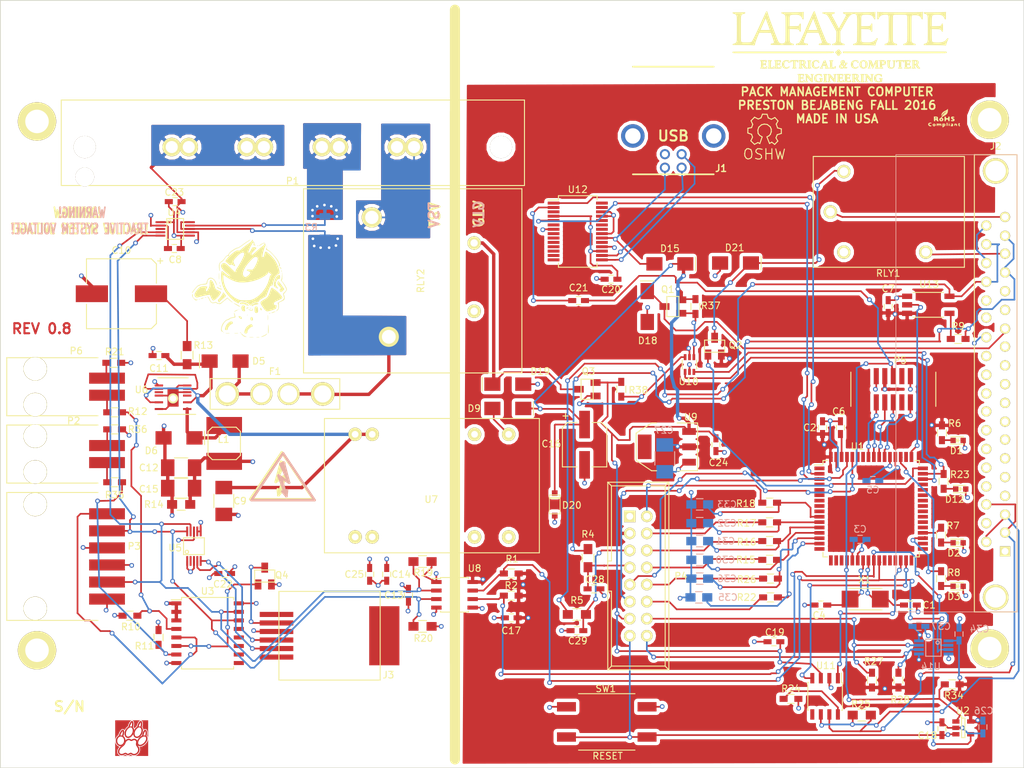
<source format=kicad_pcb>
(kicad_pcb (version 4) (host pcbnew 4.0.2-stable)
  (title_block (date 2016-12-13) (rev 0.8) (company "Lafayette College ECE") (comment 1 "Engineer: Preston Bejabeng") (comment 2 "Supervisor: Chris Nadovich") (comment 3 "Fall 2016"))
  (layers (0 F.Cu signal) (1 Power.Cu mixed) (2 Ground.Cu power) (31 B.Cu signal) (34 B.Paste user hide) (35 F.Paste user hide) (36 B.SilkS user) (37 F.SilkS user) (38 B.Mask user) (39 F.Mask user) (44 Edge.Cuts user hide))
  (net 0 "")
  (net 1 "Net-(C1-Pad1)")
  (net 2 GND)
  (net 3 "Net-(C4-Pad1)")
  (net 4 "Net-(C6-Pad1)")
  (net 5 5V_HV)
  (net 6 PACK-)
  (net 7 "/Isolated Power Supply/HV_PWR")
  (net 8 +5V)
  (net 9 "Net-(C20-Pad1)")
  (net 10 "/FTDI USB UART/DTR")
  (net 11 ~RESET_AVR)
  (net 12 "Net-(D1-Pad1)")
  (net 13 "Net-(D2-Pad1)")
  (net 14 "Net-(D3-Pad1)")
  (net 15 "Net-(D5-Pad1)")
  (net 16 "Net-(D6-Pad2)")
  (net 17 "Net-(D9-Pad1)")
  (net 18 "Net-(D12-Pad1)")
  (net 19 VUSB)
  (net 20 FAN+)
  (net 21 "Net-(D21-Pad2)")
  (net 22 PACK+)
  (net 23 USBD+)
  (net 24 USBD-)
  (net 25 CANH)
  (net 26 SW_SCL)
  (net 27 "Net-(J2-Pad8)")
  (net 28 "Net-(J2-Pad9)")
  (net 29 "Net-(J2-Pad10)")
  (net 30 "Net-(J2-Pad11)")
  (net 31 "Net-(J2-Pad12)")
  (net 32 "Net-(J2-Pad14)")
  (net 33 "Net-(J2-Pad15)")
  (net 34 SLOOP_A3)
  (net 35 SLOOP_B1)
  (net 36 SLOOP_A1)
  (net 37 CANL)
  (net 38 SW_SDA)
  (net 39 "Net-(J2-Pad26)")
  (net 40 "Net-(J2-Pad27)")
  (net 41 "Net-(J2-Pad28)")
  (net 42 "Net-(J2-Pad29)")
  (net 43 "Net-(J2-Pad30)")
  (net 44 "Net-(J2-Pad32)")
  (net 45 "Net-(J2-Pad33)")
  (net 46 LED-)
  (net 47 "/External Connectors/SLOOP_A2")
  (net 48 "Net-(J3-Pad6)")
  (net 49 "Net-(J3-Pad1)")
  (net 50 CURRENT_HV_2)
  (net 51 CURRENT_HV_1)
  (net 52 5V_AMPS)
  (net 53 CHARGE+)
  (net 54 BATT+)
  (net 55 "Net-(P2-Pad1)")
  (net 56 "Net-(P2-Pad2)")
  (net 57 AMS_RESET)
  (net 58 SDA_HV)
  (net 59 SCL_HV)
  (net 60 ~RESET)
  (net 61 ADC0)
  (net 62 ADC1)
  (net 63 LED+)
  (net 64 "Net-(P5-Pad8)")
  (net 65 TDI)
  (net 66 "Net-(P5-Pad7)")
  (net 67 TMS)
  (net 68 TDO)
  (net 69 TCK)
  (net 70 "/Safety Loop Wiring/~FAN_CTRL")
  (net 71 "/Safety Loop Wiring/SAFETY_CTRL")
  (net 72 "/Safety Loop Wiring/~CHRG_CTRL")
  (net 73 "Net-(Q4-Pad1)")
  (net 74 /PC0)
  (net 75 /PC1)
  (net 76 "Net-(R9-Pad1)")
  (net 77 ~CHRG_DET)
  (net 78 "/Safety Loop Wiring/CHARGE_CTRL")
  (net 79 "Net-(R24-Pad1)")
  (net 80 "/FTDI USB UART/TXD")
  (net 81 "/FTDI USB UART/RXD")
  (net 82 "Net-(U1-Pad4)")
  (net 83 "Net-(U1-Pad5)")
  (net 84 "Net-(U1-Pad6)")
  (net 85 "Net-(U1-Pad7)")
  (net 86 "Net-(U1-Pad8)")
  (net 87 "Net-(U1-Pad9)")
  (net 88 "Net-(U1-Pad18)")
  (net 89 "Net-(U1-Pad19)")
  (net 90 "Net-(U1-Pad27)")
  (net 91 "Net-(U1-Pad28)")
  (net 92 "Net-(U1-Pad29)")
  (net 93 "/CAN Transceiver/CANTX")
  (net 94 "/CAN Transceiver/CANRX")
  (net 95 "Net-(U1-Pad32)")
  (net 96 "Net-(U1-Pad33)")
  (net 97 "Net-(U1-Pad34)")
  (net 98 "Net-(U1-Pad37)")
  (net 99 "Net-(U1-Pad38)")
  (net 100 "Net-(U1-Pad39)")
  (net 101 "Net-(U1-Pad40)")
  (net 102 "Net-(U1-Pad41)")
  (net 103 "Net-(U1-Pad42)")
  (net 104 "Net-(U1-Pad43)")
  (net 105 "Net-(U1-Pad44)")
  (net 106 "Net-(U1-Pad45)")
  (net 107 "/Safety Loop Wiring/FAN_CTRL")
  (net 108 SLOOP_DET)
  (net 109 "Net-(U1-Pad50)")
  (net 110 /WATCHDOG)
  (net 111 "Net-(U1-Pad58)")
  (net 112 "Net-(U1-Pad59)")
  (net 113 "Net-(U3-Pad9)")
  (net 114 "Net-(U3-Pad10)")
  (net 115 "Net-(U3-Pad11)")
  (net 116 "Net-(U3-Pad12)")
  (net 117 "Net-(U3-Pad13)")
  (net 118 "Net-(U4-Pad3)")
  (net 119 "Net-(U5-Pad2)")
  (net 120 "Net-(U6-Pad10)")
  (net 121 "Net-(U11-Pad5)")
  (net 122 "Net-(U12-Pad3)")
  (net 123 "Net-(U12-Pad6)")
  (net 124 "Net-(U12-Pad9)")
  (net 125 "Net-(U12-Pad10)")
  (net 126 "Net-(U12-Pad11)")
  (net 127 "Net-(U12-Pad12)")
  (net 128 "Net-(U12-Pad13)")
  (net 129 "Net-(U12-Pad14)")
  (net 130 "Net-(U12-Pad19)")
  (net 131 "Net-(U12-Pad22)")
  (net 132 "Net-(U12-Pad23)")
  (net 133 "Net-(U12-Pad27)")
  (net 134 "Net-(U12-Pad28)")
  (net 135 "Net-(D19-Pad2)")
  (net 136 "Net-(J2-Pad6)")
  (net 137 "Net-(J2-Pad7)")
  (net 138 "Net-(J2-Pad24)")
  (net 139 "Net-(J2-Pad25)")
  (net 140 "Net-(J2-Pad5)")
  (net 141 "Net-(J2-Pad23)")
  (net 142 "Net-(J2-Pad4)")
  (net 143 "Net-(U1-Pad16)")
  (net 144 "Net-(U1-Pad17)")
  (net 145 "Net-(C10-Pad1)")
  (net 146 "Net-(P6-Pad1)")
  (net 147 "Net-(P6-Pad2)")
  (net 148 ~LOW_DET)
  (net 149 "Net-(U7-Pad11)")
  (net 150 "/External Connectors/PB3")
  (net 151 "/External Connectors/PB2")
  (net 152 "/External Connectors/PB1")
  (net 153 "/External Connectors/PB0")
  (net 154 "/External Connectors/PB5")
  (net 155 "/External Connectors/PB4")
  (net 156 "Net-(J2-Pad1)")
  (net 157 "Net-(J2-Pad21)")
  (net 158 SLOOP_A4)
  (net 159 "/External Connectors/PIN2")
  (net 160 "/External Connectors/PIN4")
  (net 161 "/External Connectors/PIN6")
  (net 162 "/External Connectors/PIN8")
  (net 163 "/External Connectors/PIN10")
  (net 164 "/External Connectors/PIN12")
  (net 165 "/External Connectors/SCL_IN")
  (net 166 "/External Connectors/SDA_IN")
  (net 167 +3V3)
  (module custom_footprints:NCS6S1205C (layer F.Cu) (at 132.842 112.903)
    (fp_text reference U7 (at -0.1 2.05) (layer F.SilkS))
    (fp_text value NCS6S1205C)
    (pad 11 thru_hole circle (at 11.43 7.64) (size 2 2) (drill 1) (layers *.Cu *.Mask F.SilkS) (net 149 "Net-(U7-Pad11)"))
    (pad 9 thru_hole circle (at 6.35 7.64) (size 2 2) (drill 1) (layers *.Cu *.Mask F.SilkS))
    (pad 14 thru_hole circle (at 11.43 -7.64) (size 2 2) (drill 1) (layers *.Cu *.Mask F.SilkS) (net 17 "Net-(D9-Pad1)"))
    (pad 16 thru_hole circle (at 6.35 -7.64) (size 2 2) (drill 1) (layers *.Cu *.Mask F.SilkS) (net 2 GND))
    (pad 22 thru_hole circle (at -8.89 -7.64) (size 2 2) (drill 1) (layers *.Cu *.Mask F.SilkS) (net 7 "/Isolated Power Supply/HV_PWR"))
    (pad 23 thru_hole circle (at -11.43 -7.64) (size 2 2) (drill 1) (layers *.Cu *.Mask F.SilkS) (net 7 "/Isolated Power Supply/HV_PWR"))
    (pad 3 thru_hole circle (at -8.89 7.64) (size 2 2) (drill 1) (layers *.Cu *.Mask F.SilkS) (net 6 PACK-))
    (pad 2 thru_hole circle (at -11.43 7.64) (size 2 2) (drill 1) (layers *.Cu *.Mask F.SilkS) (net 6 PACK-))
  )
  (module custom_footprints:hole_3mm5 (layer F.Cu) (at 74.041 137.414)
    (fp_text reference hole_3mm5 hide)
    (fp_text value VAL** hide)
    (pad 1 thru_hole circle (at 0 0) (size 5.715 5.715) (drill 3.50012) (layers *.Cu F.SilkS))
  )
  (module custom_footprints:hole_3mm5 (layer F.Cu) (at 74.041 58.674)
    (fp_text reference hole_3mm5 hide)
    (fp_text value VAL** hide)
    (pad 1 thru_hole circle (at 0 0) (size 5.715 5.715) (drill 3.50012) (layers *.Cu F.SilkS))
  )
  (module Capacitors_SMD:C_0603_HandSoldering (layer F.Cu) (at 204.089 130.683)
    (fp_text reference C1 (at 2.794 0 180) (layer F.SilkS))
    (fp_text value 10p)
    (pad 1 smd rect (at -0.95 0) (size 1.2 0.75) (layers F.Cu F.Paste F.Mask) (net 1 "Net-(C1-Pad1)"))
    (pad 2 smd rect (at 0.95 0) (size 1.2 0.75) (layers F.Cu F.Paste F.Mask) (net 2 GND))
  )
  (module Capacitors_SMD:C_0603_HandSoldering (layer F.Cu) (at 191.008 104.267 90)
    (fp_text reference C2 (at 0 -1.9 180) (layer F.SilkS))
    (fp_text value 0.1u)
    (pad 1 smd rect (at -0.95 0 90) (size 1.2 0.75) (layers F.Cu F.Paste F.Mask) (net 167 +3V3))
    (pad 2 smd rect (at 0.95 0 90) (size 1.2 0.75) (layers F.Cu F.Paste F.Mask) (net 2 GND))
  )
  (module Capacitors_SMD:C_0603_HandSoldering (layer B.Cu) (at 196.596 120.904)
    (fp_text reference C3 (at 0 -1.524) (layer B.SilkS) (effects (justify mirror)))
    (fp_text value 0.1u)
    (pad 1 smd rect (at -0.95 0) (size 1.2 0.75) (layers B.Cu B.Paste B.Mask) (net 167 +3V3))
    (pad 2 smd rect (at 0.95 0) (size 1.2 0.75) (layers B.Cu B.Paste B.Mask) (net 2 GND))
  )
  (module Capacitors_SMD:C_0603_HandSoldering (layer F.Cu) (at 190.754 130.683 180)
    (fp_text reference C4 (at 0.254 -1.524 360) (layer F.SilkS))
    (fp_text value 10p)
    (pad 1 smd rect (at -0.95 0 180) (size 1.2 0.75) (layers F.Cu F.Paste F.Mask) (net 3 "Net-(C4-Pad1)"))
    (pad 2 smd rect (at 0.95 0 180) (size 1.2 0.75) (layers F.Cu F.Paste F.Mask) (net 2 GND))
  )
  (module Capacitors_SMD:C_0603_HandSoldering (layer B.Cu) (at 198.501 112.141 180)
    (fp_text reference C5 (at 0 -1.397 180) (layer B.SilkS) (effects (justify mirror)))
    (fp_text value 0.1u)
    (pad 1 smd rect (at -0.95 0 180) (size 1.2 0.75) (layers B.Cu B.Paste B.Mask) (net 167 +3V3))
    (pad 2 smd rect (at 0.95 0 180) (size 1.2 0.75) (layers B.Cu B.Paste B.Mask) (net 2 GND))
  )
  (module Capacitors_SMD:C_0603_HandSoldering (layer F.Cu) (at 193.675 104.267 90)
    (fp_text reference C6 (at 2.413 -0.254 180) (layer F.SilkS))
    (fp_text value 0.1u)
    (pad 1 smd rect (at -0.95 0 90) (size 1.2 0.75) (layers F.Cu F.Paste F.Mask) (net 4 "Net-(C6-Pad1)"))
    (pad 2 smd rect (at 0.95 0 90) (size 1.2 0.75) (layers F.Cu F.Paste F.Mask) (net 2 GND))
  )
  (module Capacitors_SMD:C_0603_HandSoldering (layer F.Cu) (at 200.787 86.233 90)
    (fp_text reference C7 (at 2.667 0 180) (layer F.SilkS))
    (fp_text value 0.1u)
    (pad 1 smd rect (at -0.95 0 90) (size 1.2 0.75) (layers F.Cu F.Paste F.Mask) (net 167 +3V3))
    (pad 2 smd rect (at 0.95 0 90) (size 1.2 0.75) (layers F.Cu F.Paste F.Mask) (net 2 GND))
  )
  (module Capacitors_SMD:C_0603_HandSoldering (layer F.Cu) (at 94.488 77.597 180)
    (fp_text reference C8 (at -0.127 -1.651 360) (layer F.SilkS))
    (fp_text value 0.1u)
    (pad 1 smd rect (at -0.95 0 180) (size 1.2 0.75) (layers F.Cu F.Paste F.Mask) (net 5 5V_HV))
    (pad 2 smd rect (at 0.95 0 180) (size 1.2 0.75) (layers F.Cu F.Paste F.Mask) (net 6 PACK-))
  )
  (module Capacitors_SMD:C_1210_HandSoldering (layer F.Cu) (at 101.854 115.189 270)
    (fp_text reference C9 (at 0 -2.413 360) (layer F.SilkS))
    (fp_text value 10u)
    (pad 1 smd rect (at -2 0 270) (size 2 2.5) (layers F.Cu F.Paste F.Mask) (net 7 "/Isolated Power Supply/HV_PWR"))
    (pad 2 smd rect (at 2 0 270) (size 2 2.5) (layers F.Cu F.Paste F.Mask) (net 6 PACK-))
  )
  (module Capacitors_SMD:C_0603_HandSoldering (layer F.Cu) (at 129.3495 129.2225 270)
    (fp_text reference C13 (at 0 2.159 360) (layer F.SilkS))
    (fp_text value 0.1u)
    (pad 1 smd rect (at -0.95 0 270) (size 1.2 0.75) (layers F.Cu F.Paste F.Mask) (net 5 5V_HV))
    (pad 2 smd rect (at 0.95 0 270) (size 1.2 0.75) (layers F.Cu F.Paste F.Mask) (net 6 PACK-))
  )
  (module Capacitors_SMD:C_1210_HandSoldering (layer F.Cu) (at 95.504 113.284 180)
    (fp_text reference C15 (at 4.826 -0.127 180) (layer F.SilkS))
    (fp_text value 10u)
    (pad 1 smd rect (at -2 0 180) (size 2 2.5) (layers F.Cu F.Paste F.Mask) (net 5 5V_HV))
    (pad 2 smd rect (at 2 0 180) (size 2 2.5) (layers F.Cu F.Paste F.Mask) (net 6 PACK-))
  )
  (module Capacitors_SMD:C_0603_HandSoldering (layer F.Cu) (at 144.653 132.588 180)
    (fp_text reference C17 (at 0 -1.905 360) (layer F.SilkS))
    (fp_text value 0.1u)
    (pad 1 smd rect (at -0.95 0 180) (size 1.2 0.75) (layers F.Cu F.Paste F.Mask) (net 167 +3V3))
    (pad 2 smd rect (at 0.95 0 180) (size 1.2 0.75) (layers F.Cu F.Paste F.Mask) (net 2 GND))
  )
  (module Capacitors_SMD:C_0603_HandSoldering (layer F.Cu) (at 208.788 149.098 90)
    (fp_text reference C18 (at -1.016 -2.159 180) (layer F.SilkS))
    (fp_text value 0.1u)
    (pad 1 smd rect (at -0.95 0 90) (size 1.2 0.75) (layers F.Cu F.Paste F.Mask) (net 60 ~RESET))
    (pad 2 smd rect (at 0.95 0 90) (size 1.2 0.75) (layers F.Cu F.Paste F.Mask) (net 2 GND))
  )
  (module Capacitors_SMD:C_0603_HandSoldering (layer F.Cu) (at 183.769 136.144 180)
    (fp_text reference C19 (at -0.127 1.397 180) (layer F.SilkS))
    (fp_text value 0.1u)
    (pad 1 smd rect (at -0.95 0 180) (size 1.2 0.75) (layers F.Cu F.Paste F.Mask) (net 8 +5V))
    (pad 2 smd rect (at 0.95 0 180) (size 1.2 0.75) (layers F.Cu F.Paste F.Mask) (net 2 GND))
  )
  (module Capacitors_SMD:C_0603_HandSoldering (layer F.Cu) (at 159.512 82.169 180)
    (fp_text reference C20 (at 0 -1.524 360) (layer F.SilkS))
    (fp_text value 0.1u)
    (pad 1 smd rect (at -0.95 0 180) (size 1.2 0.75) (layers F.Cu F.Paste F.Mask) (net 9 "Net-(C20-Pad1)"))
    (pad 2 smd rect (at 0.95 0 180) (size 1.2 0.75) (layers F.Cu F.Paste F.Mask) (net 2 GND))
  )
  (module Capacitors_SMD:C_0603_HandSoldering (layer F.Cu) (at 154.686 85.344)
    (fp_text reference C21 (at 0 -1.9) (layer F.SilkS))
    (fp_text value 0.1u)
    (pad 1 smd rect (at -0.95 0) (size 1.2 0.75) (layers F.Cu F.Paste F.Mask) (net 10 "/FTDI USB UART/DTR"))
    (pad 2 smd rect (at 0.95 0) (size 1.2 0.75) (layers F.Cu F.Paste F.Mask) (net 11 ~RESET_AVR))
  )
  (module Capacitors_SMD:C_0603_HandSoldering (layer F.Cu) (at 101.981 125.984 180)
    (fp_text reference C22 (at 0.254 -1.5875 180) (layer F.SilkS))
    (fp_text value 0.1u)
    (pad 1 smd rect (at -0.95 0 180) (size 1.2 0.75) (layers F.Cu F.Paste F.Mask) (net 5 5V_HV))
    (pad 2 smd rect (at 0.95 0 180) (size 1.2 0.75) (layers F.Cu F.Paste F.Mask) (net 6 PACK-))
  )
  (module Capacitors_SMD:C_0603_HandSoldering (layer F.Cu) (at 94.615 70.612)
    (fp_text reference C23 (at -0.127 -1.397) (layer F.SilkS))
    (fp_text value 0.1u)
    (pad 1 smd rect (at -0.95 0) (size 1.2 0.75) (layers F.Cu F.Paste F.Mask) (net 5 5V_HV))
    (pad 2 smd rect (at 0.95 0) (size 1.2 0.75) (layers F.Cu F.Paste F.Mask) (net 6 PACK-))
  )
  (module Capacitors_SMD:C_0603_HandSoldering (layer F.Cu) (at 175.133 106.807 270)
    (fp_text reference C24 (at 2.667 -0.381 360) (layer F.SilkS))
    (fp_text value 0.1u)
    (pad 1 smd rect (at -0.95 0 270) (size 1.2 0.75) (layers F.Cu F.Paste F.Mask) (net 8 +5V))
    (pad 2 smd rect (at 0.95 0 270) (size 1.2 0.75) (layers F.Cu F.Paste F.Mask) (net 2 GND))
  )
  (module LEDs:LED_0603 (layer F.Cu) (at 211.201 106.172)
    (fp_text reference D1 (at -0.254 1.524) (layer F.SilkS))
    (fp_text value POWER)
    (pad 2 smd rect (at 0.7493 0 180) (size 0.79756 0.79756) (layers F.Cu F.Paste F.Mask) (net 2 GND))
    (pad 1 smd rect (at -0.7493 0 180) (size 0.79756 0.79756) (layers F.Cu F.Paste F.Mask) (net 12 "Net-(D1-Pad1)"))
  )
  (module LEDs:LED_0603 (layer F.Cu) (at 211.201 121.412)
    (fp_text reference D2 (at -0.635 1.524) (layer F.SilkS))
    (fp_text value FAULT)
    (pad 2 smd rect (at 0.7493 0 180) (size 0.79756 0.79756) (layers F.Cu F.Paste F.Mask) (net 2 GND))
    (pad 1 smd rect (at -0.7493 0 180) (size 0.79756 0.79756) (layers F.Cu F.Paste F.Mask) (net 13 "Net-(D2-Pad1)"))
  )
  (module LEDs:LED_0603 (layer F.Cu) (at 211.201 127.889)
    (fp_text reference D3 (at -0.635 1.524) (layer F.SilkS))
    (fp_text value SPARE)
    (pad 2 smd rect (at 0.7493 0 180) (size 0.79756 0.79756) (layers F.Cu F.Paste F.Mask) (net 2 GND))
    (pad 1 smd rect (at -0.7493 0 180) (size 0.79756 0.79756) (layers F.Cu F.Paste F.Mask) (net 14 "Net-(D3-Pad1)"))
  )
  (module LEDs:LED_0603 (layer F.Cu) (at 211.582 113.411)
    (fp_text reference D12 (at -0.889 1.524) (layer F.SilkS))
    (fp_text value CHARGE)
    (pad 2 smd rect (at 0.7493 0 180) (size 0.79756 0.79756) (layers F.Cu F.Paste F.Mask) (net 2 GND))
    (pad 1 smd rect (at -0.7493 0 180) (size 0.79756 0.79756) (layers F.Cu F.Paste F.Mask) (net 18 "Net-(D12-Pad1)"))
  )
  (module Connect:DB37FD (layer F.Cu) (at 216.789 97.79 270)
    (fp_text reference J2 (at -35.433 0 360) (layer F.SilkS))
    (fp_text value "BACKPLANE CONNECTOR")
    (pad "" thru_hole circle (at -31.75 0 270) (size 3.81 3.81) (drill 3.048) (layers *.Cu *.Mask F.SilkS))
    (pad "" thru_hole circle (at 31.75 0 270) (size 3.81 3.81) (drill 3.048) (layers *.Cu *.Mask F.SilkS))
    (pad 1 thru_hole rect (at 24.892 -1.397 270) (size 1.524 1.524) (drill 1.016) (layers *.Cu *.Mask F.SilkS) (net 156 "Net-(J2-Pad1)"))
    (pad 2 thru_hole circle (at 22.098 -1.397 270) (size 1.524 1.524) (drill 1.016) (layers *.Cu *.Mask F.SilkS) (net 25 CANH))
    (pad 3 thru_hole circle (at 19.431 -1.397 270) (size 1.524 1.524) (drill 1.016) (layers *.Cu *.Mask F.SilkS) (net 37 CANL))
    (pad 4 thru_hole circle (at 16.637 -1.397 270) (size 1.524 1.524) (drill 1.016) (layers *.Cu *.Mask F.SilkS) (net 142 "Net-(J2-Pad4)"))
    (pad 5 thru_hole circle (at 13.843 -1.397 270) (size 1.524 1.524) (drill 1.016) (layers *.Cu *.Mask F.SilkS) (net 140 "Net-(J2-Pad5)"))
    (pad 6 thru_hole circle (at 11.049 -1.397 270) (size 1.524 1.524) (drill 1.016) (layers *.Cu *.Mask F.SilkS) (net 136 "Net-(J2-Pad6)"))
    (pad 7 thru_hole circle (at 8.255 -1.397 270) (size 1.524 1.524) (drill 1.016) (layers *.Cu *.Mask F.SilkS) (net 137 "Net-(J2-Pad7)"))
    (pad 8 thru_hole circle (at 5.588 -1.397 270) (size 1.524 1.524) (drill 1.016) (layers *.Cu *.Mask F.SilkS) (net 27 "Net-(J2-Pad8)"))
    (pad 9 thru_hole circle (at 2.794 -1.397 270) (size 1.524 1.524) (drill 1.016) (layers *.Cu *.Mask F.SilkS) (net 28 "Net-(J2-Pad9)"))
    (pad 10 thru_hole circle (at 0 -1.397 270) (size 1.524 1.524) (drill 1.016) (layers *.Cu *.Mask F.SilkS) (net 29 "Net-(J2-Pad10)"))
    (pad 11 thru_hole circle (at -2.794 -1.397 270) (size 1.524 1.524) (drill 1.016) (layers *.Cu *.Mask F.SilkS) (net 30 "Net-(J2-Pad11)"))
    (pad 12 thru_hole circle (at -5.588 -1.397 270) (size 1.524 1.524) (drill 1.016) (layers *.Cu *.Mask F.SilkS) (net 31 "Net-(J2-Pad12)"))
    (pad 13 thru_hole circle (at -8.255 -1.397 270) (size 1.524 1.524) (drill 1.016) (layers *.Cu *.Mask F.SilkS) (net 20 FAN+))
    (pad 14 thru_hole circle (at -11.049 -1.397 270) (size 1.524 1.524) (drill 1.016) (layers *.Cu *.Mask F.SilkS) (net 32 "Net-(J2-Pad14)"))
    (pad 15 thru_hole circle (at -13.843 -1.397 270) (size 1.524 1.524) (drill 1.016) (layers *.Cu *.Mask F.SilkS) (net 33 "Net-(J2-Pad15)"))
    (pad 16 thru_hole circle (at -16.637 -1.397 270) (size 1.524 1.524) (drill 1.016) (layers *.Cu *.Mask F.SilkS) (net 34 SLOOP_A3))
    (pad 17 thru_hole circle (at -19.431 -1.397 270) (size 1.524 1.524) (drill 1.016) (layers *.Cu *.Mask F.SilkS) (net 35 SLOOP_B1))
    (pad 18 thru_hole circle (at -22.098 -1.397 270) (size 1.524 1.524) (drill 1.016) (layers *.Cu *.Mask F.SilkS) (net 34 SLOOP_A3))
    (pad 19 thru_hole circle (at -24.892 -1.397 270) (size 1.524 1.524) (drill 1.016) (layers *.Cu *.Mask F.SilkS) (net 36 SLOOP_A1))
    (pad 20 thru_hole circle (at 23.495 1.397 270) (size 1.524 1.524) (drill 1.016) (layers *.Cu *.Mask F.SilkS) (net 37 CANL))
    (pad 21 thru_hole circle (at 20.701 1.397 270) (size 1.524 1.524) (drill 1.016) (layers *.Cu *.Mask F.SilkS) (net 157 "Net-(J2-Pad21)"))
    (pad 22 thru_hole circle (at 17.907 1.397 270) (size 1.524 1.524) (drill 1.016) (layers *.Cu *.Mask F.SilkS) (net 25 CANH))
    (pad 23 thru_hole circle (at 15.24 1.397 270) (size 1.524 1.524) (drill 1.016) (layers *.Cu *.Mask F.SilkS) (net 141 "Net-(J2-Pad23)"))
    (pad 24 thru_hole circle (at 12.446 1.397 270) (size 1.524 1.524) (drill 1.016) (layers *.Cu *.Mask F.SilkS) (net 138 "Net-(J2-Pad24)"))
    (pad 25 thru_hole circle (at 9.652 1.397 270) (size 1.524 1.524) (drill 1.016) (layers *.Cu *.Mask F.SilkS) (net 139 "Net-(J2-Pad25)"))
    (pad 26 thru_hole circle (at 6.858 1.397 270) (size 1.524 1.524) (drill 1.016) (layers *.Cu *.Mask F.SilkS) (net 39 "Net-(J2-Pad26)"))
    (pad 27 thru_hole circle (at 4.064 1.397 270) (size 1.524 1.524) (drill 1.016) (layers *.Cu *.Mask F.SilkS) (net 40 "Net-(J2-Pad27)"))
    (pad 28 thru_hole circle (at 1.397 1.397 270) (size 1.524 1.524) (drill 1.016) (layers *.Cu *.Mask F.SilkS) (net 41 "Net-(J2-Pad28)"))
    (pad 29 thru_hole circle (at -1.397 1.397 270) (size 1.524 1.524) (drill 1.016) (layers *.Cu *.Mask F.SilkS) (net 42 "Net-(J2-Pad29)"))
    (pad 30 thru_hole circle (at -4.191 1.397 270) (size 1.524 1.524) (drill 1.016) (layers *.Cu *.Mask F.SilkS) (net 43 "Net-(J2-Pad30)"))
    (pad 31 thru_hole circle (at -6.985 1.397 270) (size 1.524 1.524) (drill 1.016) (layers *.Cu *.Mask F.SilkS) (net 2 GND))
    (pad 32 thru_hole circle (at -9.906 1.397 270) (size 1.524 1.524) (drill 1.016) (layers *.Cu *.Mask F.SilkS) (net 44 "Net-(J2-Pad32)"))
    (pad 33 thru_hole circle (at -12.446 1.397 270) (size 1.524 1.524) (drill 1.016) (layers *.Cu *.Mask F.SilkS) (net 45 "Net-(J2-Pad33)"))
    (pad 34 thru_hole circle (at -15.24 1.397 270) (size 1.524 1.524) (drill 1.016) (layers *.Cu *.Mask F.SilkS) (net 158 SLOOP_A4))
    (pad 35 thru_hole circle (at -18.034 1.397 270) (size 1.524 1.524) (drill 1.016) (layers *.Cu *.Mask F.SilkS) (net 47 "/External Connectors/SLOOP_A2"))
    (pad 36 thru_hole circle (at -20.828 1.397 270) (size 1.524 1.524) (drill 1.016) (layers *.Cu *.Mask F.SilkS) (net 158 SLOOP_A4))
    (pad 37 thru_hole circle (at -23.622 1.397 270) (size 1.524 1.524) (drill 1.016) (layers *.Cu *.Mask F.SilkS) (net 47 "/External Connectors/SLOOP_A2"))
  )
  (module custom_footprints:MOLEX_RJ11 (layer F.Cu) (at 117.602 135.255 270)
    (fp_text reference J3 (at 5.842 -8.763 360) (layer F.SilkS))
    (fp_text value RJ12)
    (pad 6 smd rect (at -3.175 7.9 270) (size 0.76 5) (layers F.Cu F.Paste F.Mask) (net 48 "Net-(J3-Pad6)"))
    (pad 1 smd rect (at 3.175 7.9 270) (size 0.76 5) (layers F.Cu F.Paste F.Mask) (net 49 "Net-(J3-Pad1)"))
    (pad 2 smd rect (at 1.905 7.9 270) (size 0.76 5) (layers F.Cu F.Paste F.Mask) (net 50 CURRENT_HV_2))
    (pad 3 smd rect (at 0.635 7.9 270) (size 0.76 5) (layers F.Cu F.Paste F.Mask) (net 51 CURRENT_HV_1))
    (pad 4 smd rect (at -0.635 7.9 270) (size 0.76 5) (layers F.Cu F.Paste F.Mask) (net 6 PACK-))
    (pad 0 smd rect (at 0 -8.15 270) (size 8.8 4.5) (layers F.Cu F.Paste F.Mask))
    (pad 5 smd rect (at -1.905 7.9 270) (size 0.76 5) (layers F.Cu F.Paste F.Mask) (net 52 5V_AMPS))
  )
  (module Connect:IDC_Header_Straight_16pins (layer F.Cu) (at 162.306 117.475 270)
    (fp_text reference P4 (at 8.89 -7.62 360) (layer F.SilkS))
    (fp_text value GPIO)
    (pad 1 thru_hole rect (at 0 0 270) (size 1.7272 1.7272) (drill 1.016) (layers *.Cu *.Mask F.SilkS) (net 2 GND))
    (pad 2 thru_hole oval (at 0 -2.54 270) (size 1.7272 1.7272) (drill 1.016) (layers *.Cu *.Mask F.SilkS) (net 159 "/External Connectors/PIN2"))
    (pad 3 thru_hole oval (at 2.54 0 270) (size 1.7272 1.7272) (drill 1.016) (layers *.Cu *.Mask F.SilkS) (net 167 +3V3))
    (pad 4 thru_hole oval (at 2.54 -2.54 270) (size 1.7272 1.7272) (drill 1.016) (layers *.Cu *.Mask F.SilkS) (net 160 "/External Connectors/PIN4"))
    (pad 5 thru_hole oval (at 5.08 0 270) (size 1.7272 1.7272) (drill 1.016) (layers *.Cu *.Mask F.SilkS) (net 46 LED-))
    (pad 6 thru_hole oval (at 5.08 -2.54 270) (size 1.7272 1.7272) (drill 1.016) (layers *.Cu *.Mask F.SilkS) (net 161 "/External Connectors/PIN6"))
    (pad 7 thru_hole oval (at 7.62 0 270) (size 1.7272 1.7272) (drill 1.016) (layers *.Cu *.Mask F.SilkS) (net 63 LED+))
    (pad 8 thru_hole oval (at 7.62 -2.54 270) (size 1.7272 1.7272) (drill 1.016) (layers *.Cu *.Mask F.SilkS) (net 162 "/External Connectors/PIN8"))
    (pad 9 thru_hole oval (at 10.16 0 270) (size 1.7272 1.7272) (drill 1.016) (layers *.Cu *.Mask F.SilkS) (net 62 ADC1))
    (pad 10 thru_hole oval (at 10.16 -2.54 270) (size 1.7272 1.7272) (drill 1.016) (layers *.Cu *.Mask F.SilkS) (net 163 "/External Connectors/PIN10"))
    (pad 11 thru_hole oval (at 12.7 0 270) (size 1.7272 1.7272) (drill 1.016) (layers *.Cu *.Mask F.SilkS) (net 61 ADC0))
    (pad 12 thru_hole oval (at 12.7 -2.54 270) (size 1.7272 1.7272) (drill 1.016) (layers *.Cu *.Mask F.SilkS) (net 164 "/External Connectors/PIN12"))
    (pad 13 thru_hole oval (at 15.24 0 270) (size 1.7272 1.7272) (drill 1.016) (layers *.Cu *.Mask F.SilkS) (net 8 +5V))
    (pad 14 thru_hole oval (at 15.24 -2.54 270) (size 1.7272 1.7272) (drill 1.016) (layers *.Cu *.Mask F.SilkS) (net 165 "/External Connectors/SCL_IN"))
    (pad 15 thru_hole oval (at 17.78 0 270) (size 1.7272 1.7272) (drill 1.016) (layers *.Cu *.Mask F.SilkS) (net 60 ~RESET))
    (pad 16 thru_hole oval (at 17.78 -2.54 270) (size 1.7272 1.7272) (drill 1.016) (layers *.Cu *.Mask F.SilkS) (net 166 "/External Connectors/SDA_IN"))
  )
  (module Resistors_SMD:R_0603_HandSoldering (layer F.Cu) (at 144.653 125.984 180)
    (fp_text reference R1 (at -0.127 2.159 360) (layer F.SilkS))
    (fp_text value 10k)
    (pad 1 smd rect (at -1.1 0 180) (size 1.2 0.9) (layers F.Cu F.Paste F.Mask) (net 167 +3V3))
    (pad 2 smd rect (at 1.1 0 180) (size 1.2 0.9) (layers F.Cu F.Paste F.Mask) (net 38 SW_SDA))
  )
  (module Resistors_SMD:R_0603_HandSoldering (layer F.Cu) (at 144.653 129.286 180)
    (fp_text reference R2 (at 0 1.524 360) (layer F.SilkS))
    (fp_text value 10k)
    (pad 1 smd rect (at -1.1 0 180) (size 1.2 0.9) (layers F.Cu F.Paste F.Mask) (net 167 +3V3))
    (pad 2 smd rect (at 1.1 0 180) (size 1.2 0.9) (layers F.Cu F.Paste F.Mask) (net 26 SW_SCL))
  )
  (module Resistors_SMD:R_0603_HandSoldering (layer F.Cu) (at 208.788 105.029 90)
    (fp_text reference R6 (at 1.397 1.905 180) (layer F.SilkS))
    (fp_text value 1k)
    (pad 1 smd rect (at -1.1 0 90) (size 1.2 0.9) (layers F.Cu F.Paste F.Mask) (net 12 "Net-(D1-Pad1)"))
    (pad 2 smd rect (at 1.1 0 90) (size 1.2 0.9) (layers F.Cu F.Paste F.Mask) (net 167 +3V3))
  )
  (module Resistors_SMD:R_0603_HandSoldering (layer F.Cu) (at 208.661 120.269 90)
    (fp_text reference R7 (at 1.397 1.778 180) (layer F.SilkS))
    (fp_text value 1k)
    (pad 1 smd rect (at -1.1 0 90) (size 1.2 0.9) (layers F.Cu F.Paste F.Mask) (net 13 "Net-(D2-Pad1)"))
    (pad 2 smd rect (at 1.1 0 90) (size 1.2 0.9) (layers F.Cu F.Paste F.Mask) (net 75 /PC1))
  )
  (module Resistors_SMD:R_0603_HandSoldering (layer F.Cu) (at 208.661 126.746 90)
    (fp_text reference R8 (at 0.889 1.905 180) (layer F.SilkS))
    (fp_text value 1k)
    (pad 1 smd rect (at -1.1 0 90) (size 1.2 0.9) (layers F.Cu F.Paste F.Mask) (net 14 "Net-(D3-Pad1)"))
    (pad 2 smd rect (at 1.1 0 90) (size 1.2 0.9) (layers F.Cu F.Paste F.Mask) (net 74 /PC0))
  )
  (module Resistors_SMD:R_0603_HandSoldering (layer F.Cu) (at 211.201 91.059)
    (fp_text reference R9 (at 0 -1.9) (layer F.SilkS))
    (fp_text value 10k)
    (pad 1 smd rect (at -1.1 0) (size 1.2 0.9) (layers F.Cu F.Paste F.Mask) (net 76 "Net-(R9-Pad1)"))
    (pad 2 smd rect (at 1.1 0) (size 1.2 0.9) (layers F.Cu F.Paste F.Mask) (net 34 SLOOP_A3))
  )
  (module Resistors_SMD:R_0603_HandSoldering (layer F.Cu) (at 87.884 132.2705)
    (fp_text reference R10 (at 0.127 1.651) (layer F.SilkS))
    (fp_text value 10k)
    (pad 1 smd rect (at -1.1 0) (size 1.2 0.9) (layers F.Cu F.Paste F.Mask) (net 5 5V_HV))
    (pad 2 smd rect (at 1.1 0) (size 1.2 0.9) (layers F.Cu F.Paste F.Mask) (net 77 ~CHRG_DET))
  )
  (module Resistors_SMD:R_0805_HandSoldering (layer F.Cu) (at 131.445 124.206)
    (fp_text reference R19 (at 0.127 1.651) (layer F.SilkS))
    (fp_text value 1k)
    (pad 1 smd rect (at -1.35 0) (size 1.5 1.3) (layers F.Cu F.Paste F.Mask) (net 58 SDA_HV))
    (pad 2 smd rect (at 1.35 0) (size 1.5 1.3) (layers F.Cu F.Paste F.Mask) (net 5 5V_HV))
  )
  (module Resistors_SMD:R_0805_HandSoldering (layer F.Cu) (at 131.445 133.858)
    (fp_text reference R20 (at 0.127 1.778) (layer F.SilkS))
    (fp_text value 1k)
    (pad 1 smd rect (at -1.35 0) (size 1.5 1.3) (layers F.Cu F.Paste F.Mask) (net 59 SCL_HV))
    (pad 2 smd rect (at 1.35 0) (size 1.5 1.3) (layers F.Cu F.Paste F.Mask) (net 5 5V_HV))
  )
  (module Resistors_SMD:R_0603_HandSoldering (layer F.Cu) (at 209.042 112.268 90)
    (fp_text reference R23 (at 1.016 2.413 180) (layer F.SilkS))
    (fp_text value 1k)
    (pad 1 smd rect (at -1.1 0 90) (size 1.2 0.9) (layers F.Cu F.Paste F.Mask) (net 18 "Net-(D12-Pad1)"))
    (pad 2 smd rect (at 1.1 0 90) (size 1.2 0.9) (layers F.Cu F.Paste F.Mask) (net 78 "/Safety Loop Wiring/CHARGE_CTRL"))
  )
  (module Resistors_SMD:R_0603_HandSoldering (layer F.Cu) (at 186.309 144.653)
    (fp_text reference R24 (at 0 -1.524) (layer F.SilkS))
    (fp_text value 1k)
    (pad 1 smd rect (at -1.1 0) (size 1.2 0.9) (layers F.Cu F.Paste F.Mask) (net 79 "Net-(R24-Pad1)"))
    (pad 2 smd rect (at 1.1 0) (size 1.2 0.9) (layers F.Cu F.Paste F.Mask) (net 2 GND))
  )
  (module Resistors_SMD:R_0805_HandSoldering (layer F.Cu) (at 196.85 147.066 180)
    (fp_text reference R25 (at 0.127 1.651 360) (layer F.SilkS))
    (fp_text value 120)
    (pad 1 smd rect (at -1.35 0 180) (size 1.5 1.3) (layers F.Cu F.Paste F.Mask) (net 25 CANH))
    (pad 2 smd rect (at 1.35 0 180) (size 1.5 1.3) (layers F.Cu F.Paste F.Mask) (net 37 CANL))
  )
  (module Resistors_SMD:R_0603_HandSoldering (layer F.Cu) (at 210.312 142.494 180)
    (fp_text reference R34 (at -0.254 -1.651 360) (layer F.SilkS))
    (fp_text value 10k)
    (pad 1 smd rect (at -1.1 0 180) (size 1.2 0.9) (layers F.Cu F.Paste F.Mask) (net 167 +3V3))
    (pad 2 smd rect (at 1.1 0 180) (size 1.2 0.9) (layers F.Cu F.Paste F.Mask) (net 11 ~RESET_AVR))
  )
  (module Resistors_SMD:R_0603_HandSoldering (layer F.Cu) (at 85.598 112.395 180)
    (fp_text reference R35 (at 0 -1.9 180) (layer F.SilkS))
    (fp_text value 100)
    (pad 1 smd rect (at -1.1 0 180) (size 1.2 0.9) (layers F.Cu F.Paste F.Mask) (net 148 ~LOW_DET))
    (pad 2 smd rect (at 1.1 0 180) (size 1.2 0.9) (layers F.Cu F.Paste F.Mask) (net 55 "Net-(P2-Pad1)"))
  )
  (module Resistors_SMD:R_0603_HandSoldering (layer F.Cu) (at 85.598 104.521 180)
    (fp_text reference R36 (at -3.429 0 180) (layer F.SilkS))
    (fp_text value 100)
    (pad 1 smd rect (at -1.1 0 180) (size 1.2 0.9) (layers F.Cu F.Paste F.Mask) (net 6 PACK-))
    (pad 2 smd rect (at 1.1 0 180) (size 1.2 0.9) (layers F.Cu F.Paste F.Mask) (net 56 "Net-(P2-Pad2)"))
  )
  (module Resistors_SMD:R_0603_HandSoldering (layer F.Cu) (at 172.085 86.233 90)
    (fp_text reference R37 (at 0.127 2.286 180) (layer F.SilkS))
    (fp_text value 10k)
    (pad 1 smd rect (at -1.1 0 90) (size 1.2 0.9) (layers F.Cu F.Paste F.Mask) (net 70 "/Safety Loop Wiring/~FAN_CTRL"))
    (pad 2 smd rect (at 1.1 0 90) (size 1.2 0.9) (layers F.Cu F.Paste F.Mask) (net 8 +5V))
  )
  (module Resistors_SMD:R_0603_HandSoldering (layer F.Cu) (at 161.036 98.552 90)
    (fp_text reference R38 (at -0.127 2.54 180) (layer F.SilkS))
    (fp_text value 10k)
    (pad 1 smd rect (at -1.1 0 90) (size 1.2 0.9) (layers F.Cu F.Paste F.Mask) (net 72 "/Safety Loop Wiring/~CHRG_CTRL"))
    (pad 2 smd rect (at 1.1 0 90) (size 1.2 0.9) (layers F.Cu F.Paste F.Mask) (net 8 +5V))
  )
  (module Housings_QFP:TQFP-64_14x14mm_Pitch0.8mm (layer F.Cu) (at 198.247 116.332)
    (fp_text reference U1 (at -2.032 -9.271) (layer F.SilkS))
    (fp_text value AT90CAN128-M)
    (pad 1 smd rect (at -7.7 -6) (size 1.5 0.55) (layers F.Cu F.Paste F.Mask))
    (pad 2 smd rect (at -7.7 -5.2) (size 1.5 0.55) (layers F.Cu F.Paste F.Mask) (net 80 "/FTDI USB UART/TXD"))
    (pad 3 smd rect (at -7.7 -4.4) (size 1.5 0.55) (layers F.Cu F.Paste F.Mask) (net 81 "/FTDI USB UART/RXD"))
    (pad 4 smd rect (at -7.7 -3.6) (size 1.5 0.55) (layers F.Cu F.Paste F.Mask) (net 82 "Net-(U1-Pad4)"))
    (pad 5 smd rect (at -7.7 -2.8) (size 1.5 0.55) (layers F.Cu F.Paste F.Mask) (net 83 "Net-(U1-Pad5)"))
    (pad 6 smd rect (at -7.7 -2) (size 1.5 0.55) (layers F.Cu F.Paste F.Mask) (net 84 "Net-(U1-Pad6)"))
    (pad 7 smd rect (at -7.7 -1.2) (size 1.5 0.55) (layers F.Cu F.Paste F.Mask) (net 85 "Net-(U1-Pad7)"))
    (pad 8 smd rect (at -7.7 -0.4) (size 1.5 0.55) (layers F.Cu F.Paste F.Mask) (net 86 "Net-(U1-Pad8)"))
    (pad 9 smd rect (at -7.7 0.4) (size 1.5 0.55) (layers F.Cu F.Paste F.Mask) (net 87 "Net-(U1-Pad9)"))
    (pad 10 smd rect (at -7.7 1.2) (size 1.5 0.55) (layers F.Cu F.Paste F.Mask) (net 153 "/External Connectors/PB0"))
    (pad 11 smd rect (at -7.7 2) (size 1.5 0.55) (layers F.Cu F.Paste F.Mask) (net 152 "/External Connectors/PB1"))
    (pad 12 smd rect (at -7.7 2.8) (size 1.5 0.55) (layers F.Cu F.Paste F.Mask) (net 151 "/External Connectors/PB2"))
    (pad 13 smd rect (at -7.7 3.6) (size 1.5 0.55) (layers F.Cu F.Paste F.Mask) (net 150 "/External Connectors/PB3"))
    (pad 14 smd rect (at -7.7 4.4) (size 1.5 0.55) (layers F.Cu F.Paste F.Mask) (net 155 "/External Connectors/PB4"))
    (pad 15 smd rect (at -7.7 5.2) (size 1.5 0.55) (layers F.Cu F.Paste F.Mask) (net 154 "/External Connectors/PB5"))
    (pad 16 smd rect (at -7.7 6) (size 1.5 0.55) (layers F.Cu F.Paste F.Mask) (net 143 "Net-(U1-Pad16)"))
    (pad 17 smd rect (at -6 7.7 90) (size 1.5 0.55) (layers F.Cu F.Paste F.Mask) (net 144 "Net-(U1-Pad17)"))
    (pad 18 smd rect (at -5.2 7.7 90) (size 1.5 0.55) (layers F.Cu F.Paste F.Mask) (net 88 "Net-(U1-Pad18)"))
    (pad 19 smd rect (at -4.4 7.7 90) (size 1.5 0.55) (layers F.Cu F.Paste F.Mask) (net 89 "Net-(U1-Pad19)"))
    (pad 20 smd rect (at -3.6 7.7 90) (size 1.5 0.55) (layers F.Cu F.Paste F.Mask) (net 11 ~RESET_AVR))
    (pad 21 smd rect (at -2.8 7.7 90) (size 1.5 0.55) (layers F.Cu F.Paste F.Mask) (net 167 +3V3))
    (pad 22 smd rect (at -2 7.7 90) (size 1.5 0.55) (layers F.Cu F.Paste F.Mask) (net 2 GND))
    (pad 23 smd rect (at -1.2 7.7 90) (size 1.5 0.55) (layers F.Cu F.Paste F.Mask) (net 3 "Net-(C4-Pad1)"))
    (pad 24 smd rect (at -0.4 7.7 90) (size 1.5 0.55) (layers F.Cu F.Paste F.Mask) (net 1 "Net-(C1-Pad1)"))
    (pad 25 smd rect (at 0.4 7.7 90) (size 1.5 0.55) (layers F.Cu F.Paste F.Mask) (net 26 SW_SCL))
    (pad 26 smd rect (at 1.2 7.7 90) (size 1.5 0.55) (layers F.Cu F.Paste F.Mask) (net 38 SW_SDA))
    (pad 27 smd rect (at 2 7.7 90) (size 1.5 0.55) (layers F.Cu F.Paste F.Mask) (net 90 "Net-(U1-Pad27)"))
    (pad 28 smd rect (at 2.8 7.7 90) (size 1.5 0.55) (layers F.Cu F.Paste F.Mask) (net 91 "Net-(U1-Pad28)"))
    (pad 29 smd rect (at 3.6 7.7 90) (size 1.5 0.55) (layers F.Cu F.Paste F.Mask) (net 92 "Net-(U1-Pad29)"))
    (pad 30 smd rect (at 4.4 7.7 90) (size 1.5 0.55) (layers F.Cu F.Paste F.Mask) (net 93 "/CAN Transceiver/CANTX"))
    (pad 31 smd rect (at 5.2 7.7 90) (size 1.5 0.55) (layers F.Cu F.Paste F.Mask) (net 94 "/CAN Transceiver/CANRX"))
    (pad 32 smd rect (at 6 7.7 90) (size 1.5 0.55) (layers F.Cu F.Paste F.Mask) (net 95 "Net-(U1-Pad32)"))
    (pad 33 smd rect (at 7.7 6) (size 1.5 0.55) (layers F.Cu F.Paste F.Mask) (net 96 "Net-(U1-Pad33)"))
    (pad 34 smd rect (at 7.7 5.2) (size 1.5 0.55) (layers F.Cu F.Paste F.Mask) (net 97 "Net-(U1-Pad34)"))
    (pad 35 smd rect (at 7.7 4.4) (size 1.5 0.55) (layers F.Cu F.Paste F.Mask) (net 74 /PC0))
    (pad 36 smd rect (at 7.7 3.6) (size 1.5 0.55) (layers F.Cu F.Paste F.Mask) (net 75 /PC1))
    (pad 37 smd rect (at 7.7 2.8) (size 1.5 0.55) (layers F.Cu F.Paste F.Mask) (net 98 "Net-(U1-Pad37)"))
    (pad 38 smd rect (at 7.7 2) (size 1.5 0.55) (layers F.Cu F.Paste F.Mask) (net 99 "Net-(U1-Pad38)"))
    (pad 39 smd rect (at 7.7 1.2) (size 1.5 0.55) (layers F.Cu F.Paste F.Mask) (net 100 "Net-(U1-Pad39)"))
    (pad 40 smd rect (at 7.7 0.4) (size 1.5 0.55) (layers F.Cu F.Paste F.Mask) (net 101 "Net-(U1-Pad40)"))
    (pad 41 smd rect (at 7.7 -0.4) (size 1.5 0.55) (layers F.Cu F.Paste F.Mask) (net 102 "Net-(U1-Pad41)"))
    (pad 42 smd rect (at 7.7 -1.2) (size 1.5 0.55) (layers F.Cu F.Paste F.Mask) (net 103 "Net-(U1-Pad42)"))
    (pad 43 smd rect (at 7.7 -2) (size 1.5 0.55) (layers F.Cu F.Paste F.Mask) (net 104 "Net-(U1-Pad43)"))
    (pad 44 smd rect (at 7.7 -2.8) (size 1.5 0.55) (layers F.Cu F.Paste F.Mask) (net 105 "Net-(U1-Pad44)"))
    (pad 45 smd rect (at 7.7 -3.6) (size 1.5 0.55) (layers F.Cu F.Paste F.Mask) (net 106 "Net-(U1-Pad45)"))
    (pad 46 smd rect (at 7.7 -4.4) (size 1.5 0.55) (layers F.Cu F.Paste F.Mask) (net 107 "/Safety Loop Wiring/FAN_CTRL"))
    (pad 47 smd rect (at 7.7 -5.2) (size 1.5 0.55) (layers F.Cu F.Paste F.Mask) (net 78 "/Safety Loop Wiring/CHARGE_CTRL"))
    (pad 48 smd rect (at 7.7 -6) (size 1.5 0.55) (layers F.Cu F.Paste F.Mask) (net 71 "/Safety Loop Wiring/SAFETY_CTRL"))
    (pad 49 smd rect (at 6 -7.7 90) (size 1.5 0.55) (layers F.Cu F.Paste F.Mask) (net 108 SLOOP_DET))
    (pad 50 smd rect (at 5.2 -7.7 90) (size 1.5 0.55) (layers F.Cu F.Paste F.Mask) (net 109 "Net-(U1-Pad50)"))
    (pad 51 smd rect (at 4.4 -7.7 90) (size 1.5 0.55) (layers F.Cu F.Paste F.Mask) (net 110 /WATCHDOG))
    (pad 52 smd rect (at 3.6 -7.7 90) (size 1.5 0.55) (layers F.Cu F.Paste F.Mask) (net 167 +3V3))
    (pad 53 smd rect (at 2.8 -7.7 90) (size 1.5 0.55) (layers F.Cu F.Paste F.Mask) (net 2 GND))
    (pad 54 smd rect (at 2 -7.7 90) (size 1.5 0.55) (layers F.Cu F.Paste F.Mask) (net 65 TDI))
    (pad 55 smd rect (at 1.2 -7.7 90) (size 1.5 0.55) (layers F.Cu F.Paste F.Mask) (net 68 TDO))
    (pad 56 smd rect (at 0.4 -7.7 90) (size 1.5 0.55) (layers F.Cu F.Paste F.Mask) (net 67 TMS))
    (pad 57 smd rect (at -0.4 -7.7 90) (size 1.5 0.55) (layers F.Cu F.Paste F.Mask) (net 69 TCK))
    (pad 58 smd rect (at -1.2 -7.7 90) (size 1.5 0.55) (layers F.Cu F.Paste F.Mask) (net 111 "Net-(U1-Pad58)"))
    (pad 59 smd rect (at -2 -7.7 90) (size 1.5 0.55) (layers F.Cu F.Paste F.Mask) (net 112 "Net-(U1-Pad59)"))
    (pad 60 smd rect (at -2.8 -7.7 90) (size 1.5 0.55) (layers F.Cu F.Paste F.Mask) (net 62 ADC1))
    (pad 61 smd rect (at -3.6 -7.7 90) (size 1.5 0.55) (layers F.Cu F.Paste F.Mask) (net 61 ADC0))
    (pad 62 smd rect (at -4.4 -7.7 90) (size 1.5 0.55) (layers F.Cu F.Paste F.Mask) (net 4 "Net-(C6-Pad1)"))
    (pad 63 smd rect (at -5.2 -7.7 90) (size 1.5 0.55) (layers F.Cu F.Paste F.Mask) (net 2 GND))
    (pad 64 smd rect (at -6 -7.7 90) (size 1.5 0.55) (layers F.Cu F.Paste F.Mask) (net 167 +3V3))
  )
  (module TO_SOT_Packages_SMD:SOT-23-5 (layer F.Cu) (at 211.963 148.971)
    (fp_text reference U2 (at -0.05 -2.55) (layer F.SilkS))
    (fp_text value ADM6320)
    (pad 1 smd rect (at -1.1 -0.95) (size 1.06 0.65) (layers F.Cu F.Paste F.Mask) (net 11 ~RESET_AVR))
    (pad 2 smd rect (at -1.1 0) (size 1.06 0.65) (layers F.Cu F.Paste F.Mask) (net 2 GND))
    (pad 3 smd rect (at -1.1 0.95) (size 1.06 0.65) (layers F.Cu F.Paste F.Mask) (net 60 ~RESET))
    (pad 4 smd rect (at 1.1 0.95) (size 1.06 0.65) (layers F.Cu F.Paste F.Mask) (net 110 /WATCHDOG))
    (pad 5 smd rect (at 1.1 -0.95) (size 1.06 0.65) (layers F.Cu F.Paste F.Mask) (net 167 +3V3))
  )
  (module Housings_SOIC:SOIC-16_7.5x10.3mm_Pitch1.27mm (layer F.Cu) (at 99.441 134.874)
    (fp_text reference U3 (at 0 -6.25) (layer F.SilkS))
    (fp_text value PCF8574A)
    (pad 1 smd rect (at -4.65 -4.445) (size 1.5 0.6) (layers F.Cu F.Paste F.Mask) (net 6 PACK-))
    (pad 2 smd rect (at -4.65 -3.175) (size 1.5 0.6) (layers F.Cu F.Paste F.Mask) (net 6 PACK-))
    (pad 3 smd rect (at -4.65 -1.905) (size 1.5 0.6) (layers F.Cu F.Paste F.Mask) (net 6 PACK-))
    (pad 4 smd rect (at -4.65 -0.635) (size 1.5 0.6) (layers F.Cu F.Paste F.Mask) (net 77 ~CHRG_DET))
    (pad 5 smd rect (at -4.65 0.635) (size 1.5 0.6) (layers F.Cu F.Paste F.Mask) (net 57 AMS_RESET))
    (pad 6 smd rect (at -4.65 1.905) (size 1.5 0.6) (layers F.Cu F.Paste F.Mask) (net 73 "Net-(Q4-Pad1)"))
    (pad 7 smd rect (at -4.65 3.175) (size 1.5 0.6) (layers F.Cu F.Paste F.Mask) (net 148 ~LOW_DET))
    (pad 8 smd rect (at -4.65 4.445) (size 1.5 0.6) (layers F.Cu F.Paste F.Mask) (net 6 PACK-))
    (pad 9 smd rect (at 4.65 4.445) (size 1.5 0.6) (layers F.Cu F.Paste F.Mask) (net 113 "Net-(U3-Pad9)"))
    (pad 10 smd rect (at 4.65 3.175) (size 1.5 0.6) (layers F.Cu F.Paste F.Mask) (net 114 "Net-(U3-Pad10)"))
    (pad 11 smd rect (at 4.65 1.905) (size 1.5 0.6) (layers F.Cu F.Paste F.Mask) (net 115 "Net-(U3-Pad11)"))
    (pad 12 smd rect (at 4.65 0.635) (size 1.5 0.6) (layers F.Cu F.Paste F.Mask) (net 116 "Net-(U3-Pad12)"))
    (pad 13 smd rect (at 4.65 -0.635) (size 1.5 0.6) (layers F.Cu F.Paste F.Mask) (net 117 "Net-(U3-Pad13)"))
    (pad 14 smd rect (at 4.65 -1.905) (size 1.5 0.6) (layers F.Cu F.Paste F.Mask) (net 59 SCL_HV))
    (pad 15 smd rect (at 4.65 -3.175) (size 1.5 0.6) (layers F.Cu F.Paste F.Mask) (net 58 SDA_HV))
    (pad 16 smd rect (at 4.65 -4.445) (size 1.5 0.6) (layers F.Cu F.Paste F.Mask) (net 5 5V_HV))
  )
  (module custom_footprints:msop_10_ads1015 (layer F.Cu) (at 94.615 74.676)
    (fp_text reference U4 (at -0.15 -2.45) (layer F.SilkS))
    (fp_text value INA_226 hide)
    (pad 10 smd rect (at 2.2 -1) (size 1.45 0.3) (layers F.Cu F.Paste F.Mask) (net 22 PACK+))
    (pad 9 smd rect (at 2.2 -0.5) (size 1.45 0.3) (layers F.Cu F.Paste F.Mask) (net 54 BATT+))
    (pad 8 smd rect (at 2.2 0) (size 1.45 0.3) (layers F.Cu F.Paste F.Mask) (net 22 PACK+))
    (pad 7 smd rect (at 2.2 0.5) (size 1.45 0.3) (layers F.Cu F.Paste F.Mask) (net 6 PACK-))
    (pad 6 smd rect (at 2.2 1) (size 1.45 0.3) (layers F.Cu F.Paste F.Mask) (net 5 5V_HV))
    (pad 3 smd rect (at -2.2 0) (size 1.45 0.3) (layers F.Cu F.Paste F.Mask) (net 118 "Net-(U4-Pad3)"))
    (pad 5 smd rect (at -2.2 1) (size 1.45 0.3) (layers F.Cu F.Paste F.Mask) (net 59 SCL_HV))
    (pad 4 smd rect (at -2.2 0.5) (size 1.45 0.3) (layers F.Cu F.Paste F.Mask) (net 58 SDA_HV))
    (pad 2 smd rect (at -2.2 -0.5) (size 1.45 0.3) (layers F.Cu F.Paste F.Mask) (net 6 PACK-))
    (pad 1 smd rect (at -2.2 -1) (size 1.45 0.3) (layers F.Cu F.Paste F.Mask) (net 5 5V_HV))
  )
  (module custom_footprints:msop_10_ads1015 (layer F.Cu) (at 97.409 121.92 90)
    (fp_text reference U5 (at -0.254 -2.794 180) (layer F.SilkS))
    (fp_text value ADS1115 hide)
    (pad 10 smd rect (at 2.2 -1 90) (size 1.45 0.3) (layers F.Cu F.Paste F.Mask) (net 59 SCL_HV))
    (pad 9 smd rect (at 2.2 -0.5 90) (size 1.45 0.3) (layers F.Cu F.Paste F.Mask) (net 58 SDA_HV))
    (pad 8 smd rect (at 2.2 0 90) (size 1.45 0.3) (layers F.Cu F.Paste F.Mask) (net 5 5V_HV))
    (pad 7 smd rect (at 2.2 0.5 90) (size 1.45 0.3) (layers F.Cu F.Paste F.Mask) (net 6 PACK-))
    (pad 6 smd rect (at 2.2 1 90) (size 1.45 0.3) (layers F.Cu F.Paste F.Mask) (net 6 PACK-))
    (pad 3 smd rect (at -2.2 0 90) (size 1.45 0.3) (layers F.Cu F.Paste F.Mask) (net 6 PACK-))
    (pad 5 smd rect (at -2.2 1 90) (size 1.45 0.3) (layers F.Cu F.Paste F.Mask) (net 50 CURRENT_HV_2))
    (pad 4 smd rect (at -2.2 0.5 90) (size 1.45 0.3) (layers F.Cu F.Paste F.Mask) (net 51 CURRENT_HV_1))
    (pad 2 smd rect (at -2.2 -0.5 90) (size 1.45 0.3) (layers F.Cu F.Paste F.Mask) (net 119 "Net-(U5-Pad2)"))
    (pad 1 smd rect (at -2.2 -1 90) (size 1.45 0.3) (layers F.Cu F.Paste F.Mask) (net 6 PACK-))
  )
  (module Housings_SOIC:SOIC-8_3.9x4.9mm_Pitch1.27mm (layer F.Cu) (at 136.2075 129.159)
    (fp_text reference U8 (at 2.9845 -3.937) (layer F.SilkS))
    (fp_text value Si8600)
    (pad 1 smd rect (at -2.7 -1.905) (size 1.55 0.6) (layers F.Cu F.Paste F.Mask) (net 5 5V_HV))
    (pad 2 smd rect (at -2.7 -0.635) (size 1.55 0.6) (layers F.Cu F.Paste F.Mask) (net 58 SDA_HV))
    (pad 3 smd rect (at -2.7 0.635) (size 1.55 0.6) (layers F.Cu F.Paste F.Mask) (net 59 SCL_HV))
    (pad 4 smd rect (at -2.7 1.905) (size 1.55 0.6) (layers F.Cu F.Paste F.Mask) (net 6 PACK-))
    (pad 5 smd rect (at 2.7 1.905) (size 1.55 0.6) (layers F.Cu F.Paste F.Mask) (net 2 GND))
    (pad 6 smd rect (at 2.7 0.635) (size 1.55 0.6) (layers F.Cu F.Paste F.Mask) (net 26 SW_SCL))
    (pad 7 smd rect (at 2.7 -0.635) (size 1.55 0.6) (layers F.Cu F.Paste F.Mask) (net 38 SW_SDA))
    (pad 8 smd rect (at 2.7 -1.905) (size 1.55 0.6) (layers F.Cu F.Paste F.Mask) (net 167 +3V3))
  )
  (module TO_SOT_Packages_SMD:SOT-223 (layer F.Cu) (at 167.8305 107.1245 90)
    (fp_text reference U9 (at 4.445 3.556 180) (layer F.SilkS))
    (fp_text value NCP1117ST33T3G)
    (pad 4 smd rect (at 0 -3.302 90) (size 3.6576 2.032) (layers F.Cu F.Paste F.Mask))
    (pad 2 smd rect (at 0 3.302 90) (size 1.016 2.032) (layers F.Cu F.Paste F.Mask) (net 167 +3V3))
    (pad 3 smd rect (at 2.286 3.302 90) (size 1.016 2.032) (layers F.Cu F.Paste F.Mask) (net 8 +5V))
    (pad 1 smd rect (at -2.286 3.302 90) (size 1.016 2.032) (layers F.Cu F.Paste F.Mask) (net 2 GND))
  )
  (module Housings_SOIC:SOIC-8_3.9x4.9mm_Pitch1.27mm (layer F.Cu) (at 191.389 144.272 270)
    (fp_text reference U11 (at -4.572 -0.127 540) (layer F.SilkS))
    (fp_text value MCP2551-I/SN)
    (pad 1 smd rect (at -2.7 -1.905 270) (size 1.55 0.6) (layers F.Cu F.Paste F.Mask) (net 93 "/CAN Transceiver/CANTX"))
    (pad 2 smd rect (at -2.7 -0.635 270) (size 1.55 0.6) (layers F.Cu F.Paste F.Mask) (net 2 GND))
    (pad 3 smd rect (at -2.7 0.635 270) (size 1.55 0.6) (layers F.Cu F.Paste F.Mask) (net 8 +5V))
    (pad 4 smd rect (at -2.7 1.905 270) (size 1.55 0.6) (layers F.Cu F.Paste F.Mask) (net 94 "/CAN Transceiver/CANRX"))
    (pad 5 smd rect (at 2.7 1.905 270) (size 1.55 0.6) (layers F.Cu F.Paste F.Mask) (net 121 "Net-(U11-Pad5)"))
    (pad 6 smd rect (at 2.7 0.635 270) (size 1.55 0.6) (layers F.Cu F.Paste F.Mask) (net 37 CANL))
    (pad 7 smd rect (at 2.7 -0.635 270) (size 1.55 0.6) (layers F.Cu F.Paste F.Mask) (net 25 CANH))
    (pad 8 smd rect (at 2.7 -1.905 270) (size 1.55 0.6) (layers F.Cu F.Paste F.Mask) (net 79 "Net-(R24-Pad1)"))
  )
  (module Housings_SSOP:SSOP-28_5.3x10.2mm_Pitch0.65mm (layer F.Cu) (at 154.559 75.057)
    (fp_text reference U12 (at 0 -6.25) (layer F.SilkS))
    (fp_text value FT232RL)
    (pad 1 smd rect (at -3.6 -4.225) (size 1.75 0.45) (layers F.Cu F.Paste F.Mask) (net 80 "/FTDI USB UART/TXD"))
    (pad 2 smd rect (at -3.6 -3.575) (size 1.75 0.45) (layers F.Cu F.Paste F.Mask) (net 10 "/FTDI USB UART/DTR"))
    (pad 3 smd rect (at -3.6 -2.925) (size 1.75 0.45) (layers F.Cu F.Paste F.Mask) (net 122 "Net-(U12-Pad3)"))
    (pad 4 smd rect (at -3.6 -2.275) (size 1.75 0.45) (layers F.Cu F.Paste F.Mask) (net 9 "Net-(C20-Pad1)"))
    (pad 5 smd rect (at -3.6 -1.625) (size 1.75 0.45) (layers F.Cu F.Paste F.Mask) (net 81 "/FTDI USB UART/RXD"))
    (pad 6 smd rect (at -3.6 -0.975) (size 1.75 0.45) (layers F.Cu F.Paste F.Mask) (net 123 "Net-(U12-Pad6)"))
    (pad 7 smd rect (at -3.6 -0.325) (size 1.75 0.45) (layers F.Cu F.Paste F.Mask) (net 2 GND))
    (pad 8 smd rect (at -3.6 0.325) (size 1.75 0.45) (layers F.Cu F.Paste F.Mask))
    (pad 9 smd rect (at -3.6 0.975) (size 1.75 0.45) (layers F.Cu F.Paste F.Mask) (net 124 "Net-(U12-Pad9)"))
    (pad 10 smd rect (at -3.6 1.625) (size 1.75 0.45) (layers F.Cu F.Paste F.Mask) (net 125 "Net-(U12-Pad10)"))
    (pad 11 smd rect (at -3.6 2.275) (size 1.75 0.45) (layers F.Cu F.Paste F.Mask) (net 126 "Net-(U12-Pad11)"))
    (pad 12 smd rect (at -3.6 2.925) (size 1.75 0.45) (layers F.Cu F.Paste F.Mask) (net 127 "Net-(U12-Pad12)"))
    (pad 13 smd rect (at -3.6 3.575) (size 1.75 0.45) (layers F.Cu F.Paste F.Mask) (net 128 "Net-(U12-Pad13)"))
    (pad 14 smd rect (at -3.6 4.225) (size 1.75 0.45) (layers F.Cu F.Paste F.Mask) (net 129 "Net-(U12-Pad14)"))
    (pad 15 smd rect (at 3.6 4.225) (size 1.75 0.45) (layers F.Cu F.Paste F.Mask) (net 23 USBD+))
    (pad 16 smd rect (at 3.6 3.575) (size 1.75 0.45) (layers F.Cu F.Paste F.Mask) (net 24 USBD-))
    (pad 17 smd rect (at 3.6 2.925) (size 1.75 0.45) (layers F.Cu F.Paste F.Mask) (net 9 "Net-(C20-Pad1)"))
    (pad 18 smd rect (at 3.6 2.275) (size 1.75 0.45) (layers F.Cu F.Paste F.Mask) (net 2 GND))
    (pad 19 smd rect (at 3.6 1.625) (size 1.75 0.45) (layers F.Cu F.Paste F.Mask) (net 130 "Net-(U12-Pad19)"))
    (pad 20 smd rect (at 3.6 0.975) (size 1.75 0.45) (layers F.Cu F.Paste F.Mask) (net 19 VUSB))
    (pad 21 smd rect (at 3.6 0.325) (size 1.75 0.45) (layers F.Cu F.Paste F.Mask) (net 2 GND))
    (pad 22 smd rect (at 3.6 -0.325) (size 1.75 0.45) (layers F.Cu F.Paste F.Mask) (net 131 "Net-(U12-Pad22)"))
    (pad 23 smd rect (at 3.6 -0.975) (size 1.75 0.45) (layers F.Cu F.Paste F.Mask) (net 132 "Net-(U12-Pad23)"))
    (pad 24 smd rect (at 3.6 -1.625) (size 1.75 0.45) (layers F.Cu F.Paste F.Mask))
    (pad 25 smd rect (at 3.6 -2.275) (size 1.75 0.45) (layers F.Cu F.Paste F.Mask) (net 2 GND))
    (pad 26 smd rect (at 3.6 -2.925) (size 1.75 0.45) (layers F.Cu F.Paste F.Mask) (net 2 GND))
    (pad 27 smd rect (at 3.6 -3.575) (size 1.75 0.45) (layers F.Cu F.Paste F.Mask) (net 133 "Net-(U12-Pad27)"))
    (pad 28 smd rect (at 3.6 -4.225) (size 1.75 0.45) (layers F.Cu F.Paste F.Mask) (net 134 "Net-(U12-Pad28)"))
  )
  (module custom_footprints:logo_lafayette_ece_32mmx11mm (layer F.Cu) (at 193.675 47.879)
    (fp_text reference G*** hide)
    (fp_text value LOGO hide)
  )
  (module custom_footprints:sot346 (layer F.Cu) (at 107.95 126.365 90)
    (fp_text reference Q4 (at 0.127 2.54 180) (layer F.SilkS))
    (fp_text value RRR015P03TL hide)
    (pad 2 smd rect (at -1.25 1 90) (size 1.5 1) (layers F.Cu F.Paste F.Mask) (net 5 5V_HV))
    (pad 1 smd rect (at -1.25 -1 90) (size 1.5 1) (layers F.Cu F.Paste F.Mask) (net 73 "Net-(Q4-Pad1)"))
    (pad 3 smd rect (at 1.25 0 90) (size 1.5 1) (layers F.Cu F.Paste F.Mask) (net 52 5V_AMPS))
  )
  (module custom_footprints:sot346 (layer F.Cu) (at 174.9425 92.1385 90)
    (fp_text reference Q2 (at 0.15 3.1 180) (layer F.SilkS))
    (fp_text value RRR015P03TL hide)
    (pad 2 smd rect (at -1.25 1 90) (size 1.5 1) (layers F.Cu F.Paste F.Mask) (net 167 +3V3))
    (pad 1 smd rect (at -1.25 -1 90) (size 1.5 1) (layers F.Cu F.Paste F.Mask) (net 71 "/Safety Loop Wiring/SAFETY_CTRL"))
    (pad 3 smd rect (at 1.25 0 90) (size 1.5 1) (layers F.Cu F.Paste F.Mask) (net 21 "Net-(D21-Pad2)"))
  )
  (module custom_footprints:sot346 (layer F.Cu) (at 168.7195 86.233 180)
    (fp_text reference Q1 (at 0.762 2.54 180) (layer F.SilkS))
    (fp_text value RRR015P03TL hide)
    (pad 2 smd rect (at -1.25 1 180) (size 1.5 1) (layers F.Cu F.Paste F.Mask) (net 8 +5V))
    (pad 1 smd rect (at -1.25 -1 180) (size 1.5 1) (layers F.Cu F.Paste F.Mask) (net 70 "/Safety Loop Wiring/~FAN_CTRL"))
    (pad 3 smd rect (at 1.25 0 180) (size 1.5 1) (layers F.Cu F.Paste F.Mask) (net 20 FAN+))
  )
  (module custom_footprints:sot346 (layer F.Cu) (at 155.956 98.552 180)
    (fp_text reference Q3 (at -0.1905 2.667 180) (layer F.SilkS))
    (fp_text value RRR015P03TL hide)
    (pad 2 smd rect (at -1.25 1 180) (size 1.5 1) (layers F.Cu F.Paste F.Mask) (net 8 +5V))
    (pad 1 smd rect (at -1.25 -1 180) (size 1.5 1) (layers F.Cu F.Paste F.Mask) (net 72 "/Safety Loop Wiring/~CHRG_CTRL"))
    (pad 3 smd rect (at 1.25 0 180) (size 1.5 1) (layers F.Cu F.Paste F.Mask) (net 135 "Net-(D19-Pad2)"))
  )
  (module custom_footprints:crystal_TXC_7A (layer F.Cu) (at 197.358 129.794 180)
    (fp_text reference X1 (at 0.1 2.85 180) (layer F.SilkS))
    (fp_text value 10MHz)
    (pad 1 smd rect (at -2.25 0 180) (size 2.5 2.5) (layers F.Cu F.Paste F.Mask) (net 1 "Net-(C1-Pad1)"))
    (pad 2 smd rect (at 2.25 0 180) (size 2.5 2.5) (layers F.Cu F.Paste F.Mask) (net 3 "Net-(C4-Pad1)"))
  )
  (module custom_footprints:MOLEX_HEADER_6POS (layer F.Cu) (at 79.121 123.444 90)
    (fp_text reference P3 (at 1.524 9.398 180) (layer F.SilkS))
    (fp_text value "EXT I2C" hide)
    (pad 6 smd rect (at 6.35 5.345 90) (size 1.65 5.33) (layers F.Cu F.Paste F.Mask) (net 57 AMS_RESET))
    (pad 1 smd rect (at -6.35 5.345 90) (size 1.65 5.33) (layers F.Cu F.Paste F.Mask) (net 6 PACK-))
    (pad 2 smd rect (at -3.81 5.345 90) (size 1.65 5.33) (layers F.Cu F.Paste F.Mask) (net 58 SDA_HV))
    (pad 5 smd rect (at 3.81 5.345 90) (size 1.65 5.33) (layers F.Cu F.Paste F.Mask) (net 59 SCL_HV))
    (pad 0 thru_hole circle (at -7.745 -5.345 90) (size 3.5 3.5) (drill 3.4) (layers *.Cu *.Mask F.SilkS))
    (pad 3 smd rect (at -1.27 5.345 90) (size 1.65 5.33) (layers F.Cu F.Paste F.Mask) (net 5 5V_HV))
    (pad 4 smd rect (at 1.27 5.345 90) (size 1.65 5.33) (layers F.Cu F.Paste F.Mask) (net 6 PACK-))
    (pad 0 thru_hole circle (at 7.745 -5.345 90) (size 3.5 3.5) (drill 3.4) (layers *.Cu *.Mask F.SilkS))
  )
  (module custom_footprints:MOLEX_HEADER_2POS (layer F.Cu) (at 79.121 108.204 90)
    (fp_text reference P2 (at 4.953 0.381 180) (layer F.SilkS))
    (fp_text value CDETECT hide)
    (pad 0 thru_hole circle (at -2.665 -5.345 90) (size 3.5 3.5) (drill 3.4) (layers *.Cu *.Mask F.SilkS))
    (pad 1 smd rect (at -1.27 5.345 90) (size 1.65 5.33) (layers F.Cu F.Paste F.Mask) (net 55 "Net-(P2-Pad1)"))
    (pad 2 smd rect (at 1.27 5.345 90) (size 1.65 5.33) (layers F.Cu F.Paste F.Mask) (net 56 "Net-(P2-Pad2)"))
    (pad 0 thru_hole circle (at 2.665 -5.345 90) (size 3.5 3.5) (drill 3.4) (layers *.Cu *.Mask F.SilkS))
  )
  (module custom_footprints:CSNL1206 (layer B.Cu) (at 116.9035 74.422 270)
    (fp_text reference R3 (at 0 2.032 540) (layer B.SilkS) (effects (justify mirror)))
    (fp_text value "0.001 1%")
    (pad 2 smd rect (at -1.6 0 270) (size 1 1.6) (layers B.Cu B.Paste B.Mask) (net 54 BATT+))
    (pad 1 smd rect (at 1.6 0 270) (size 1 1.6) (layers B.Cu B.Paste B.Mask) (net 22 PACK+))
  )
  (module custom_footprints:AMPCONN_4POS (layer F.Cu) (at 112.141 62.484)
    (fp_text reference P1 (at -0.05 5.05) (layer F.SilkS))
    (fp_text value POWER)
    (pad 1 thru_hole circle (at -18.04 0) (size 2.75 2.75) (drill 1.8) (layers *.Cu *.Mask F.SilkS) (net 6 PACK-))
    (pad 1 thru_hole circle (at -15.5 0) (size 2.75 2.75) (drill 1.8) (layers *.Cu *.Mask F.SilkS) (net 6 PACK-))
    (pad 4 thru_hole circle (at 18.04 0) (size 2.75 2.75) (drill 1.8) (layers *.Cu *.Mask F.SilkS) (net 53 CHARGE+))
    (pad 4 thru_hole circle (at 15.5 0) (size 2.75 2.75) (drill 1.8) (layers *.Cu *.Mask F.SilkS) (net 53 CHARGE+))
    (pad 2 thru_hole circle (at -6.86 0) (size 2.75 2.75) (drill 1.8) (layers *.Cu *.Mask F.SilkS) (net 6 PACK-))
    (pad 2 thru_hole circle (at -4.32 0) (size 2.75 2.75) (drill 1.8) (layers *.Cu *.Mask F.SilkS) (net 6 PACK-))
    (pad 3 thru_hole circle (at 6.86 0) (size 2.75 2.75) (drill 1.8) (layers *.Cu *.Mask F.SilkS) (net 54 BATT+))
    (pad 3 thru_hole circle (at 4.32 0) (size 2.75 2.75) (drill 1.8) (layers *.Cu *.Mask F.SilkS) (net 54 BATT+))
    (pad 0 thru_hole circle (at -30.99 0) (size 3.3 3.3) (drill 3.3) (layers *.Cu *.Mask F.SilkS))
    (pad 0 thru_hole circle (at 30.99 0) (size 3.3 3.3) (drill 3.3) (layers *.Cu *.Mask F.SilkS))
    (pad 0 thru_hole circle (at -30.99 4.45) (size 2.79 2.79) (drill 2.79) (layers *.Cu *.Mask F.SilkS))
  )
  (module custom_footprints:Symbol_HighVoltage_Type2_BSilk_VerySmall (layer F.Cu) (at 111.125 112.268)
    (fp_text reference "" (at -0.323 -5.715) (layer F.SilkS))
    (fp_text value "")
  )
  (module custom_footprints:Symbol_HighVoltage_Type2_FSilk_VerySmall (layer F.Cu) (at 110.49 112.141)
    (fp_text reference "" (at -0.127 -5.715) (layer F.SilkS))
    (fp_text value "")
  )
  (module custom_footprints:JTAG (layer F.Cu) (at 201.549 98.552 180)
    (fp_text reference P5 (at -1.016 4.318 180) (layer F.SilkS))
    (fp_text value JTAG)
    (pad 4 smd rect (at 1.27 1.95 180) (size 0.76 2.4) (layers F.Cu F.Paste F.Mask) (net 167 +3V3))
    (pad 6 smd rect (at 0 1.95 180) (size 0.76 2.4) (layers F.Cu F.Paste F.Mask) (net 11 ~RESET_AVR))
    (pad 2 smd rect (at 2.54 1.95 180) (size 0.76 2.4) (layers F.Cu F.Paste F.Mask) (net 2 GND))
    (pad 10 smd rect (at -2.54 1.95 180) (size 0.76 2.4) (layers F.Cu F.Paste F.Mask) (net 2 GND))
    (pad 8 smd rect (at -1.27 1.95 180) (size 0.76 2.4) (layers F.Cu F.Paste F.Mask) (net 64 "Net-(P5-Pad8)"))
    (pad 9 smd rect (at -2.54 -1.95 180) (size 0.76 2.4) (layers F.Cu F.Paste F.Mask) (net 65 TDI))
    (pad 7 smd rect (at -1.27 -1.95 180) (size 0.76 2.4) (layers F.Cu F.Paste F.Mask) (net 66 "Net-(P5-Pad7)"))
    (pad 5 smd rect (at 0 -1.95 180) (size 0.76 2.4) (layers F.Cu F.Paste F.Mask) (net 67 TMS))
    (pad 3 smd rect (at 1.27 -1.95 180) (size 0.76 2.4) (layers F.Cu F.Paste F.Mask) (net 68 TDO))
    (pad 1 smd rect (at 2.54 -1.95 180) (size 0.76 2.4) (layers F.Cu F.Paste F.Mask) (net 69 TCK))
  )
  (module custom_footprints:rohs_symbol (layer F.Cu) (at 209.169 58.547)
    (fp_text reference G*** hide)
    (fp_text value LOGO hide)
  )
  (module custom_footprints:Symbol_OSHW-Logo_SilkScreen (layer F.Cu) (at 182.372 60.071)
    (fp_text reference REF** hide)
    (fp_text value Symbol_OSHW-Logo_SilkScreen hide)
  )
  (module custom_footprints:TLP2361 (layer F.Cu) (at 206.756 85.979 90)
    (fp_text reference U13 (at 3.048 0.127 180) (layer F.SilkS))
    (fp_text value TLP2361)
    (pad 1 smd rect (at -1.27 3.15 90) (size 0.8 1.5) (layers F.Cu F.Paste F.Mask) (net 76 "Net-(R9-Pad1)"))
    (pad 3 smd rect (at 1.27 3.15 90) (size 0.8 1.5) (layers F.Cu F.Paste F.Mask) (net 158 SLOOP_A4))
    (pad 4 smd rect (at 1.27 -3.15 90) (size 0.8 1.5) (layers F.Cu F.Paste F.Mask) (net 2 GND))
    (pad 6 smd rect (at -1.27 -3.15 90) (size 0.8 1.5) (layers F.Cu F.Paste F.Mask) (net 167 +3V3))
    (pad 5 smd rect (at 0 -3.15 90) (size 0.8 1.5) (layers F.Cu F.Paste F.Mask) (net 108 SLOOP_DET))
  )
  (module custom_footprints:DCK (layer F.Cu) (at 171.196 94.869)
    (fp_text reference U10 (at -0.127 2.54) (layer F.SilkS))
    (fp_text value SN74LVC2G06 hide)
    (pad 6 smd rect (at -0.65 -1.1) (size 0.4 0.9) (layers F.Cu F.Paste F.Mask) (net 72 "/Safety Loop Wiring/~CHRG_CTRL"))
    (pad 4 smd rect (at 0.65 -1.1) (size 0.4 0.9) (layers F.Cu F.Paste F.Mask) (net 70 "/Safety Loop Wiring/~FAN_CTRL"))
    (pad 5 smd rect (at 0 -1.1) (size 0.4 0.9) (layers F.Cu F.Paste F.Mask) (net 167 +3V3))
    (pad 1 smd rect (at -0.65 1.1) (size 0.4 0.9) (layers F.Cu F.Paste F.Mask) (net 78 "/Safety Loop Wiring/CHARGE_CTRL"))
    (pad 3 smd rect (at 0.65 1.1) (size 0.4 0.9) (layers F.Cu F.Paste F.Mask) (net 107 "/Safety Loop Wiring/FAN_CTRL"))
    (pad 2 smd rect (at 0 1.1) (size 0.4 0.9) (layers F.Cu F.Paste F.Mask) (net 2 GND))
  )
  (module custom_footprints:hole_3mm5 (layer F.Cu) (at 215.9 137.16)
    (fp_text reference hole_3mm5 hide)
    (fp_text value VAL** hide)
    (pad 1 thru_hole circle (at 0 0) (size 5.715 5.715) (drill 3.50012) (layers *.Cu F.SilkS))
  )
  (module custom_footprints:hole_3mm5 (layer F.Cu) (at 215.9 58.42)
    (fp_text reference hole_3mm5 hide)
    (fp_text value VAL** hide)
    (pad 1 thru_hole circle (at 0 0) (size 5.715 5.715) (drill 3.50012) (layers *.Cu F.SilkS))
  )
  (module BlinkBeepFootprints:lafLogo (layer F.Cu) (at 88.138 150.495)
    (fp_text reference VAL hide)
    (fp_text value REF hide)
    (fp_poly (pts (xy 2.45618 -2.64922) (xy 2.45364 -1.34366) (xy 2.45364 -1.1684) (xy 2.45364 -1.00838) (xy 2.45364 -0.8636) (xy 2.45364 -0.7366) (xy 2.45364 -0.61976) (xy 2.45364 -0.51816) (xy 2.45364 -0.42926) (xy 2.45364 -0.35306) (xy 2.4511 -0.28702) (xy 2.4511 -0.23114) (xy 2.4511 -0.18542) (xy 2.4511 -0.14986) (xy 2.44856 -0.12192) (xy 2.44856 -0.10414) (xy 2.44602 -0.09144) (xy 2.44602 -0.08382) (xy 2.44348 -0.08382) (xy 2.44348 -0.0889) (xy 2.44348 -0.0889) (xy 2.4257 -0.14986) (xy 2.40284 -0.21082) (xy 2.37744 -0.26416) (xy 2.35204 -0.30734) (xy 2.3368 -0.32512) (xy 2.32918 -0.33528) (xy 2.32664 -0.34544) (xy 2.32664 -0.35814) (xy 2.32918 -0.381) (xy 2.3368 -0.41402) (xy 2.35458 -0.5207) (xy 2.36728 -0.62992) (xy 2.36982 -0.74422) (xy 2.36728 -0.85598) (xy 2.35712 -0.96266) (xy 2.3368 -1.05664) (xy 2.3368 -1.06172) (xy 2.30886 -1.14808) (xy 2.27076 -1.2192) (xy 2.22504 -1.27762) (xy 2.1717 -1.3208) (xy 2.14376 -1.33604) (xy 2.11582 -1.34874) (xy 2.08788 -1.35636) (xy 2.0574 -1.3589) (xy 2.02438 -1.3589) (xy 1.98628 -1.3589) (xy 1.9558 -1.35636) (xy 1.93294 -1.34874) (xy 1.90246 -1.33604) (xy 1.89484 -1.33096) (xy 1.83642 -1.29286) (xy 1.80086 -1.25984) (xy 1.76276 -1.21666) (xy 1.7526 -1.28016) (xy 1.7272 -1.39192) (xy 1.6891 -1.50114) (xy 1.6383 -1.59766) (xy 1.63576 -1.60528) (xy 1.6002 -1.65862) (xy 1.61798 -1.71704) (xy 1.63322 -1.778) (xy 1.64592 -1.83134) (xy 1.65354 -1.88468) (xy 1.65862 -1.93802) (xy 1.66116 -1.99898) (xy 1.6637 -2.0701) (xy 1.6637 -2.10058) (xy 1.66116 -2.19964) (xy 1.65608 -2.28346) (xy 1.64846 -2.35458) (xy 1.63322 -2.41554) (xy 1.61544 -2.46634) (xy 1.59004 -2.50952) (xy 1.5621 -2.54762) (xy 1.53924 -2.56794) (xy 1.50114 -2.60096) (xy 1.46304 -2.62128) (xy 1.4224 -2.63398) (xy 1.3716 -2.6416) (xy 1.3335 -2.6416) (xy 1.28016 -2.63906) (xy 1.2319 -2.6289) (xy 1.18872 -2.61112) (xy 1.15062 -2.58064) (xy 1.10998 -2.54) (xy 1.0668 -2.48666) (xy 1.04902 -2.4638) (xy 0.9652 -2.33426) (xy 0.89154 -2.1971) (xy 0.82804 -2.05994) (xy 0.77978 -1.92024) (xy 0.762 -1.86436) (xy 0.75184 -1.82626) (xy 0.74422 -1.79578) (xy 0.7366 -1.77292) (xy 0.73406 -1.7653) (xy 0.67818 -1.72212) (xy 0.61468 -1.66878) (xy 0.55118 -1.61036) (xy 0.49022 -1.54686) (xy 0.45212 -1.50368) (xy 0.40894 -1.45288) (xy 0.37592 -1.524) (xy 0.35814 -1.55956) (xy 0.34036 -1.59258) (xy 0.32512 -1.61798) (xy 0.32004 -1.6256) (xy 0.29972 -1.65354) (xy 0.3175 -1.72974) (xy 0.34036 -1.82626) (xy 0.3556 -1.9304) (xy 0.36322 -2.03708) (xy 0.36322 -2.14122) (xy 0.35814 -2.24282) (xy 0.34798 -2.3368) (xy 0.3302 -2.41808) (xy 0.32512 -2.43332) (xy 0.29718 -2.49682) (xy 0.26162 -2.55016) (xy 0.22098 -2.58572) (xy 0.18034 -2.61366) (xy 0.1397 -2.6289) (xy 0.09652 -2.63906) (xy 0.04318 -2.6416) (xy 0.03048 -2.6416) (xy -0.02032 -2.63906) (xy -0.0635 -2.63144) (xy -0.10414 -2.61366) (xy -0.14224 -2.58826) (xy -0.18034 -2.5527) (xy -0.22098 -2.50698) (xy -0.26416 -2.44602) (xy -0.28956 -2.41046) (xy -0.3556 -2.30378) (xy -0.41402 -2.18948) (xy -0.46736 -2.07264) (xy -0.51054 -1.95834) (xy -0.54356 -1.84912) (xy -0.5461 -1.83642) (xy -0.56134 -1.77038) (xy -0.61722 -1.7272) (xy -0.70612 -1.65608) (xy -0.78994 -1.56972) (xy -0.87122 -1.4732) (xy -0.94488 -1.3716) (xy -1.00838 -1.26746) (xy -1.016 -1.24968) (xy -1.05664 -1.17348) (xy -1.07188 -1.20142) (xy -1.1049 -1.25222) (xy -1.15316 -1.2954) (xy -1.20904 -1.33096) (xy -1.27 -1.35382) (xy -1.30556 -1.36144) (xy -1.36144 -1.36144) (xy -1.41478 -1.35128) (xy -1.46304 -1.33096) (xy -1.51384 -1.30048) (xy -1.56464 -1.25476) (xy -1.61798 -1.1938) (xy -1.6764 -1.12014) (xy -1.70942 -1.07188) (xy -1.79324 -0.9398) (xy -1.86436 -0.80518) (xy -1.92024 -0.67056) (xy -1.96088 -0.5461) (xy -1.99136 -0.4445) (xy -2.03454 -0.4191) (xy -2.06502 -0.39878) (xy -2.10058 -0.3683) (xy -2.14122 -0.3302) (xy -2.18186 -0.28956) (xy -2.2225 -0.24892) (xy -2.25552 -0.20828) (xy -2.27838 -0.18034) (xy -2.34188 -0.06858) (xy -2.39268 0.05334) (xy -2.43078 0.1778) (xy -2.43332 0.19558) (xy -2.44094 0.24384) (xy -2.44602 0.3048) (xy -2.44856 0.37084) (xy -2.44602 0.44196) (xy -2.44348 0.508) (xy -2.4384 0.56896) (xy -2.43078 0.61976) (xy -2.43078 0.62738) (xy -2.39776 0.74422) (xy -2.3495 0.85344) (xy -2.29108 0.95504) (xy -2.2225 1.04648) (xy -2.14122 1.12522) (xy -2.06248 1.18364) (xy -2.01676 1.21158) (xy -1.96088 1.23952) (xy -1.905 1.26238) (xy -1.8542 1.28016) (xy -1.84404 1.2827) (xy -1.82118 1.28778) (xy -1.86944 1.3462) (xy -1.94564 1.44018) (xy -2.00914 1.5367) (xy -2.05994 1.63576) (xy -2.10058 1.7399) (xy -2.12344 1.81864) (xy -2.13614 1.88976) (xy -2.14376 1.9685) (xy -2.1463 2.04724) (xy -2.14122 2.12344) (xy -2.12852 2.18948) (xy -2.12598 2.19456) (xy -2.09296 2.29108) (xy -2.0447 2.37744) (xy -1.98374 2.45618) (xy -1.91262 2.52222) (xy -1.83134 2.57556) (xy -1.7399 2.6162) (xy -1.69418 2.63144) (xy -1.65862 2.6416) (xy -1.63068 2.64922) (xy -1.61036 2.65176) (xy -1.6129 2.6543) (xy -1.63322 2.6543) (xy -1.66624 2.6543) (xy -1.71196 2.6543) (xy -1.76784 2.65684) (xy -1.83388 2.65684) (xy -1.91008 2.65684) (xy -1.99136 2.65684) (xy -2.02184 2.65684) (xy -2.45618 2.65938) (xy -2.45618 0.00508) (xy -2.45618 -2.64922) (xy 0 -2.64922) (xy 2.45618 -2.64922) (xy 2.45618 -2.64922)) (layer F.Cu) (width 0.00254))
    (fp_poly (pts (xy 0.19812 2.64922) (xy 0.19558 2.65176) (xy 0.18542 2.65176) (xy 0.17018 2.6543) (xy 0.14478 2.6543) (xy 0.11176 2.6543) (xy 0.06858 2.65684) (xy 0.01524 2.65684) (xy -0.0508 2.65684) (xy -0.12954 2.65684) (xy -0.22352 2.65684) (xy -0.32766 2.65684) (xy -0.44958 2.65684) (xy -0.5715 2.65684) (xy -0.70866 2.65684) (xy -0.82804 2.65684) (xy -0.93472 2.65684) (xy -1.02616 2.65684) (xy -1.10236 2.65684) (xy -1.1684 2.65684) (xy -1.2192 2.6543) (xy -1.26238 2.6543) (xy -1.29286 2.6543) (xy -1.31572 2.65176) (xy -1.33096 2.65176) (xy -1.33858 2.64922) (xy -1.33858 2.64922) (xy -1.33096 2.64668) (xy -1.32842 2.64668) (xy -1.27762 2.63398) (xy -1.22682 2.61874) (xy -1.17094 2.59842) (xy -1.10998 2.57048) (xy -1.04902 2.54254) (xy -0.93218 2.48666) (xy -0.89154 2.52222) (xy -0.8255 2.57048) (xy -0.7493 2.6035) (xy -0.66294 2.62636) (xy -0.56896 2.63398) (xy -0.56642 2.63398) (xy -0.4826 2.6289) (xy -0.40132 2.61112) (xy -0.32258 2.58318) (xy -0.23876 2.54) (xy -0.19812 2.5146) (xy -0.14478 2.47904) (xy -0.09906 2.5146) (xy -0.00508 2.57556) (xy 0.09398 2.61874) (xy 0.18542 2.64668) (xy 0.19304 2.64668) (xy 0.19812 2.64922) (xy 0.19812 2.64922)) (layer F.Cu) (width 0.00254))
    (fp_poly (pts (xy 2.45618 2.65938) (xy 1.45288 2.65684) (xy 1.45288 1.40462) (xy 1.45034 1.39954) (xy 1.44272 1.39954) (xy 1.43002 1.40716) (xy 1.42748 1.43002) (xy 1.42748 1.43256) (xy 1.42748 1.45288) (xy 1.43256 1.45796) (xy 1.43764 1.44526) (xy 1.4478 1.42494) (xy 1.45288 1.40462) (xy 1.45288 2.65684) (xy 1.45034 2.65684) (xy 1.41986 2.65684) (xy 1.41986 1.42494) (xy 1.41224 1.42748) (xy 1.4097 1.43002) (xy 1.39954 1.4351) (xy 1.397 1.42748) (xy 1.397 1.41986) (xy 1.39192 1.40208) (xy 1.38176 1.397) (xy 1.3716 1.40716) (xy 1.36906 1.41732) (xy 1.36144 1.44018) (xy 1.3589 1.45034) (xy 1.3589 1.40208) (xy 1.35382 1.39954) (xy 1.33604 1.397) (xy 1.3335 1.397) (xy 1.31318 1.39954) (xy 1.3081 1.40208) (xy 1.31064 1.40462) (xy 1.31826 1.41478) (xy 1.31318 1.43256) (xy 1.31318 1.4351) (xy 1.30556 1.45288) (xy 1.30556 1.46304) (xy 1.3081 1.46304) (xy 1.31572 1.45542) (xy 1.32334 1.44018) (xy 1.32842 1.42748) (xy 1.32842 1.42494) (xy 1.33604 1.41224) (xy 1.34874 1.40462) (xy 1.3589 1.40208) (xy 1.3589 1.45034) (xy 1.35636 1.46304) (xy 1.3589 1.46304) (xy 1.36906 1.45288) (xy 1.37414 1.44272) (xy 1.38684 1.41732) (xy 1.38938 1.44272) (xy 1.39192 1.4605) (xy 1.397 1.46304) (xy 1.4097 1.45034) (xy 1.41986 1.4351) (xy 1.41986 1.42494) (xy 1.41986 2.65684) (xy 1.29794 2.65684) (xy 1.16078 2.65684) (xy 1.03886 2.65684) (xy 0.92964 2.65684) (xy 0.8382 2.65684) (xy 0.75692 2.65684) (xy 0.68834 2.65684) (xy 0.63246 2.6543) (xy 0.58674 2.6543) (xy 0.55118 2.6543) (xy 0.52578 2.65176) (xy 0.50546 2.65176) (xy 0.4953 2.64922) (xy 0.49276 2.64922) (xy 0.4953 2.64668) (xy 0.50038 2.64668) (xy 0.61722 2.61366) (xy 0.72898 2.56794) (xy 0.83312 2.50698) (xy 0.93218 2.43078) (xy 1.0033 2.3622) (xy 1.07696 2.27584) (xy 1.13792 2.18186) (xy 1.18618 2.08026) (xy 1.22682 1.9685) (xy 1.23444 1.94056) (xy 1.24206 1.905) (xy 1.24968 1.87706) (xy 1.25222 1.84658) (xy 1.25476 1.81102) (xy 1.2573 1.7653) (xy 1.2573 1.71958) (xy 1.25476 1.64338) (xy 1.25222 1.57734) (xy 1.24206 1.52146) (xy 1.22682 1.46812) (xy 1.2065 1.41224) (xy 1.18872 1.37414) (xy 1.17602 1.34366) (xy 1.16586 1.3208) (xy 1.16078 1.3081) (xy 1.16078 1.3081) (xy 1.1684 1.30556) (xy 1.18872 1.30556) (xy 1.2192 1.30302) (xy 1.2319 1.30302) (xy 1.34112 1.2954) (xy 1.45542 1.27254) (xy 1.56972 1.23444) (xy 1.68402 1.18364) (xy 1.79832 1.1176) (xy 1.84658 1.08458) (xy 1.89484 1.04902) (xy 1.95072 1.00076) (xy 2.00914 0.94488) (xy 2.06756 0.88646) (xy 2.1209 0.82804) (xy 2.16916 0.77216) (xy 2.2098 0.7239) (xy 2.21234 0.71882) (xy 2.29362 0.59436) (xy 2.35712 0.46736) (xy 2.40792 0.34036) (xy 2.4384 0.2286) (xy 2.45364 0.14732) (xy 2.45364 1.40462) (xy 2.45618 2.65938) (xy 2.45618 2.65938)) (layer F.Cu) (width 0.00254))
    (fp_poly (pts (xy 2.35712 0.07112) (xy 2.35204 0.12954) (xy 2.34696 0.18034) (xy 2.34188 0.20828) (xy 2.33426 0.24384) (xy 2.32156 0.28702) (xy 2.30632 0.33274) (xy 2.30378 0.3429) (xy 2.25298 0.45974) (xy 2.18694 0.57658) (xy 2.1463 0.63754) (xy 2.1463 0.0635) (xy 2.1463 0.01524) (xy 2.14376 -0.01778) (xy 2.14122 -0.04318) (xy 2.13614 -0.0635) (xy 2.13106 -0.08382) (xy 2.12598 -0.0889) (xy 2.09296 -0.14478) (xy 2.07264 -0.1651) (xy 2.07264 -0.7747) (xy 2.0701 -0.79756) (xy 2.06756 -0.84074) (xy 2.05994 -0.88646) (xy 2.05232 -0.93218) (xy 2.0447 -0.97282) (xy 2.03708 -1.00838) (xy 2.02946 -1.03378) (xy 2.02438 -1.04394) (xy 2.01676 -1.0414) (xy 2.00406 -1.02616) (xy 1.98374 -0.99822) (xy 1.96342 -0.96266) (xy 1.93802 -0.91948) (xy 1.91262 -0.87122) (xy 1.88976 -0.82042) (xy 1.86436 -0.76962) (xy 1.84404 -0.71882) (xy 1.82626 -0.6731) (xy 1.82626 -0.67056) (xy 1.80594 -0.60706) (xy 1.78816 -0.53848) (xy 1.77038 -0.45974) (xy 1.75768 -0.3937) (xy 1.7526 -0.36576) (xy 1.79832 -0.37846) (xy 1.82626 -0.38354) (xy 1.86436 -0.38608) (xy 1.90754 -0.38862) (xy 1.9304 -0.38862) (xy 2.02184 -0.38862) (xy 2.03962 -0.4699) (xy 2.05994 -0.57658) (xy 2.0701 -0.67818) (xy 2.07264 -0.7747) (xy 2.07264 -0.1651) (xy 2.04724 -0.18796) (xy 2.01168 -0.21082) (xy 1.96596 -0.22606) (xy 1.90754 -0.23622) (xy 1.84658 -0.23622) (xy 1.78054 -0.23114) (xy 1.7399 -0.22098) (xy 1.6383 -0.18542) (xy 1.53924 -0.13716) (xy 1.44526 -0.07366) (xy 1.35128 -0.00254) (xy 1.26746 0.08128) (xy 1.18872 0.17018) (xy 1.1176 0.26416) (xy 1.05918 0.36322) (xy 1.01346 0.46482) (xy 0.98044 0.56642) (xy 0.9652 0.64516) (xy 0.96266 0.72136) (xy 0.97028 0.79248) (xy 0.99314 0.85598) (xy 1.02616 0.90932) (xy 1.0668 0.94996) (xy 1.12014 0.98044) (xy 1.13284 0.98552) (xy 1.17856 0.99568) (xy 1.23444 0.99822) (xy 1.2954 0.99568) (xy 1.35382 0.98806) (xy 1.37922 0.98298) (xy 1.48082 0.94742) (xy 1.57988 0.89662) (xy 1.6764 0.83312) (xy 1.77038 0.75692) (xy 1.85674 0.6731) (xy 1.93802 0.57912) (xy 2.0066 0.48006) (xy 2.06756 0.37592) (xy 2.11328 0.26924) (xy 2.11836 0.254) (xy 2.13106 0.21844) (xy 2.13868 0.1905) (xy 2.14376 0.16256) (xy 2.1463 0.13208) (xy 2.1463 0.09144) (xy 2.1463 0.0635) (xy 2.1463 0.63754) (xy 2.11074 0.69088) (xy 2.02184 0.79756) (xy 1.92278 0.89408) (xy 1.8161 0.98298) (xy 1.70688 1.05918) (xy 1.61798 1.10744) (xy 1.55956 1.13538) (xy 1.49352 1.15824) (xy 1.4224 1.1811) (xy 1.3589 1.19634) (xy 1.31826 1.20142) (xy 1.22428 1.2065) (xy 1.13538 1.19634) (xy 1.0541 1.17348) (xy 0.98044 1.13792) (xy 0.91694 1.08966) (xy 0.89916 1.07442) (xy 0.89154 1.06934) (xy 0.889 1.06934) (xy 0.89408 1.0795) (xy 0.90678 1.09982) (xy 0.92456 1.12776) (xy 0.94996 1.16332) (xy 0.96774 1.19126) (xy 1.02362 1.27508) (xy 1.0668 1.34874) (xy 1.09982 1.41478) (xy 1.12522 1.48082) (xy 1.14554 1.54432) (xy 1.15824 1.61036) (xy 1.16078 1.6383) (xy 1.16586 1.73736) (xy 1.15316 1.8415) (xy 1.1303 1.94564) (xy 1.0922 2.04978) (xy 1.04394 2.1463) (xy 0.98298 2.2352) (xy 0.97536 2.24536) (xy 0.95758 2.26568) (xy 0.95758 1.71704) (xy 0.95504 1.66116) (xy 0.94996 1.6129) (xy 0.93726 1.56464) (xy 0.92202 1.51638) (xy 0.89662 1.46558) (xy 0.8636 1.40716) (xy 0.82296 1.34112) (xy 0.78994 1.29032) (xy 0.74168 1.22174) (xy 0.70612 1.16078) (xy 0.67818 1.10744) (xy 0.65786 1.05918) (xy 0.64262 1.01346) (xy 0.64008 0.99568) (xy 0.63246 0.94742) (xy 0.62738 0.9017) (xy 0.62992 0.85598) (xy 0.635 0.8001) (xy 0.6477 0.73406) (xy 0.6477 0.72644) (xy 0.6604 0.6604) (xy 0.66548 0.60452) (xy 0.66548 0.55626) (xy 0.65532 0.51562) (xy 0.64262 0.47244) (xy 0.635 0.45974) (xy 0.59944 0.40132) (xy 0.55118 0.35306) (xy 0.4953 0.32004) (xy 0.4318 0.30226) (xy 0.36322 0.29972) (xy 0.3175 0.3048) (xy 0.28702 0.31242) (xy 0.24638 0.32766) (xy 0.19558 0.34798) (xy 0.14224 0.37338) (xy 0.07366 0.40386) (xy 0.01778 0.42672) (xy -0.03302 0.43688) (xy -0.0762 0.43942) (xy -0.11684 0.4318) (xy -0.15748 0.41656) (xy -0.19812 0.38862) (xy -0.20574 0.38608) (xy -0.254 0.35052) (xy -0.29464 0.32766) (xy -0.33274 0.31242) (xy -0.3683 0.3048) (xy -0.40894 0.30226) (xy -0.42672 0.30226) (xy -0.4699 0.30226) (xy -0.50292 0.30734) (xy -0.5334 0.31496) (xy -0.55626 0.32258) (xy -0.635 0.36068) (xy -0.70358 0.4064) (xy -0.762 0.45974) (xy -0.81788 0.5207) (xy -0.8636 0.59182) (xy -0.89916 0.67056) (xy -0.91948 0.7239) (xy -0.94234 0.78994) (xy -0.96774 0.84836) (xy -0.99568 0.90424) (xy -1.0287 0.95758) (xy -1.0668 1.01092) (xy -1.11252 1.06426) (xy -1.14046 1.08966) (xy -1.14046 0.3556) (xy -1.14046 0.3048) (xy -1.143 0.2667) (xy -1.14554 0.23368) (xy -1.15062 0.20574) (xy -1.15824 0.1778) (xy -1.16332 0.15748) (xy -1.19126 0.0762) (xy -1.22428 0.01016) (xy -1.26746 -0.0508) (xy -1.31318 -0.1016) (xy -1.33096 -0.11684) (xy -1.33096 -0.94488) (xy -1.33096 -0.98298) (xy -1.33096 -1.01092) (xy -1.3335 -1.02108) (xy -1.33858 -1.0541) (xy -1.3716 -1.016) (xy -1.40716 -0.97536) (xy -1.44272 -0.92202) (xy -1.48336 -0.86106) (xy -1.52146 -0.8001) (xy -1.55702 -0.7366) (xy -1.58242 -0.68326) (xy -1.6002 -0.6477) (xy -1.61798 -0.60706) (xy -1.63576 -0.5588) (xy -1.65354 -0.51308) (xy -1.66878 -0.4699) (xy -1.68148 -0.4318) (xy -1.69164 -0.40386) (xy -1.69418 -0.39116) (xy -1.68656 -0.38862) (xy -1.6637 -0.38862) (xy -1.63322 -0.38608) (xy -1.60782 -0.38862) (xy -1.5494 -0.38862) (xy -1.50622 -0.38354) (xy -1.48082 -0.37846) (xy -1.44272 -0.3683) (xy -1.43002 -0.39878) (xy -1.41986 -0.4191) (xy -1.40716 -0.45212) (xy -1.39446 -0.48768) (xy -1.39446 -0.4953) (xy -1.3716 -0.56388) (xy -1.35382 -0.62992) (xy -1.34366 -0.69596) (xy -1.33604 -0.76962) (xy -1.33096 -0.84836) (xy -1.33096 -0.89662) (xy -1.33096 -0.94488) (xy -1.33096 -0.11684) (xy -1.37414 -0.15748) (xy -1.43764 -0.19812) (xy -1.50622 -0.22352) (xy -1.57988 -0.23622) (xy -1.6256 -0.23622) (xy -1.71196 -0.2286) (xy -1.79324 -0.20574) (xy -1.8669 -0.1651) (xy -1.93548 -0.11176) (xy -1.99898 -0.04318) (xy -2.05232 0.0381) (xy -2.08026 0.0889) (xy -2.10566 0.14732) (xy -2.12344 0.19812) (xy -2.13614 0.24892) (xy -2.14376 0.30226) (xy -2.1463 0.36576) (xy -2.1463 0.4064) (xy -2.1463 0.45974) (xy -2.14376 0.50038) (xy -2.14122 0.5334) (xy -2.13614 0.56388) (xy -2.12852 0.59436) (xy -2.12598 0.5969) (xy -2.09296 0.69088) (xy -2.04724 0.7747) (xy -1.99136 0.84582) (xy -1.92786 0.90678) (xy -1.85674 0.9525) (xy -1.79578 0.98044) (xy -1.7399 0.99314) (xy -1.6764 0.99822) (xy -1.61036 0.99568) (xy -1.55448 0.98806) (xy -1.5494 0.98552) (xy -1.46558 0.9525) (xy -1.38684 0.90424) (xy -1.31826 0.84074) (xy -1.25984 0.76708) (xy -1.20904 0.68072) (xy -1.17094 0.58674) (xy -1.15824 0.5461) (xy -1.15062 0.51308) (xy -1.14554 0.48006) (xy -1.143 0.4445) (xy -1.14046 0.39624) (xy -1.14046 0.3556) (xy -1.14046 1.08966) (xy -1.1684 1.12014) (xy -1.23444 1.1811) (xy -1.31064 1.24968) (xy -1.36652 1.2954) (xy -1.45034 1.36652) (xy -1.51892 1.42748) (xy -1.57988 1.48336) (xy -1.62814 1.53416) (xy -1.67132 1.57988) (xy -1.70434 1.6256) (xy -1.73482 1.67132) (xy -1.76276 1.71958) (xy -1.76784 1.73228) (xy -1.80086 1.80086) (xy -1.82118 1.86182) (xy -1.83388 1.92278) (xy -1.8415 1.98628) (xy -1.8415 2.0193) (xy -1.8415 2.06248) (xy -1.83896 2.09296) (xy -1.83642 2.11582) (xy -1.8288 2.13614) (xy -1.81864 2.16154) (xy -1.8161 2.16916) (xy -1.79832 2.20218) (xy -1.778 2.23266) (xy -1.76276 2.25298) (xy -1.73482 2.27838) (xy -1.69672 2.30378) (xy -1.65354 2.32664) (xy -1.6129 2.34188) (xy -1.60274 2.34442) (xy -1.56718 2.3495) (xy -1.52146 2.35204) (xy -1.46812 2.35204) (xy -1.41732 2.3495) (xy -1.3716 2.34442) (xy -1.35382 2.34188) (xy -1.32842 2.33172) (xy -1.29032 2.31902) (xy -1.2446 2.2987) (xy -1.19888 2.27838) (xy -1.17348 2.26568) (xy -1.11506 2.23774) (xy -1.0668 2.21488) (xy -1.0287 2.20218) (xy -0.99568 2.19202) (xy -0.96774 2.1844) (xy -0.93472 2.18186) (xy -0.90932 2.18186) (xy -0.86614 2.1844) (xy -0.83058 2.19202) (xy -0.79756 2.2098) (xy -0.762 2.2352) (xy -0.7366 2.25552) (xy -0.69596 2.29108) (xy -0.66294 2.3114) (xy -0.62992 2.3241) (xy -0.59182 2.33172) (xy -0.56642 2.33172) (xy -0.52578 2.32918) (xy -0.48514 2.31902) (xy -0.44196 2.30378) (xy -0.3937 2.27838) (xy -0.36068 2.25806) (xy -0.3048 2.22504) (xy -0.25908 2.20472) (xy -0.21844 2.18948) (xy -0.1778 2.1844) (xy -0.14732 2.18186) (xy -0.10668 2.1844) (xy -0.07112 2.18948) (xy -0.03556 2.19964) (xy 0.00254 2.21742) (xy 0.04572 2.24536) (xy 0.06858 2.2606) (xy 0.127 2.2987) (xy 0.1778 2.3241) (xy 0.22606 2.34188) (xy 0.27686 2.3495) (xy 0.33274 2.35458) (xy 0.3429 2.35458) (xy 0.43942 2.34696) (xy 0.53086 2.32156) (xy 0.61722 2.286) (xy 0.69596 2.2352) (xy 0.76708 2.17424) (xy 0.83058 2.10058) (xy 0.88138 2.02184) (xy 0.91948 1.93294) (xy 0.94488 1.83896) (xy 0.95758 1.7399) (xy 0.95758 1.71704) (xy 0.95758 2.26568) (xy 0.89408 2.33426) (xy 0.80264 2.41046) (xy 0.70358 2.47142) (xy 0.59436 2.51714) (xy 0.4826 2.54762) (xy 0.4445 2.55524) (xy 0.34036 2.56286) (xy 0.23876 2.55524) (xy 0.14224 2.52984) (xy 0.04826 2.4892) (xy -0.04318 2.43332) (xy -0.04572 2.43078) (xy -0.0889 2.40284) (xy -0.12446 2.3876) (xy -0.15748 2.3876) (xy -0.19558 2.39776) (xy -0.23622 2.42316) (xy -0.23876 2.42316) (xy -0.30988 2.46634) (xy -0.37338 2.49682) (xy -0.4318 2.51714) (xy -0.49276 2.52984) (xy -0.55372 2.53492) (xy -0.56642 2.53492) (xy -0.61722 2.53492) (xy -0.65532 2.52984) (xy -0.69342 2.51968) (xy -0.70612 2.51714) (xy -0.74676 2.49682) (xy -0.79248 2.47142) (xy -0.83566 2.44094) (xy -0.87122 2.41046) (xy -0.8763 2.40538) (xy -0.89154 2.39268) (xy -0.91186 2.3876) (xy -0.93726 2.39014) (xy -0.97028 2.4003) (xy -1.01346 2.41808) (xy -1.06426 2.44094) (xy -1.13792 2.4765) (xy -1.19888 2.50444) (xy -1.25476 2.52476) (xy -1.30556 2.54) (xy -1.3589 2.55016) (xy -1.37922 2.5527) (xy -1.43256 2.56032) (xy -1.47574 2.56286) (xy -1.51384 2.56286) (xy -1.55702 2.55778) (xy -1.57988 2.55524) (xy -1.6764 2.53492) (xy -1.76276 2.49936) (xy -1.8415 2.4511) (xy -1.90754 2.39268) (xy -1.96088 2.3241) (xy -2.00406 2.24536) (xy -2.032 2.16154) (xy -2.04724 2.06756) (xy -2.04724 1.97104) (xy -2.03454 1.88214) (xy -2.00914 1.778) (xy -1.97104 1.67894) (xy -1.92024 1.58242) (xy -1.85928 1.49098) (xy -1.78308 1.397) (xy -1.69164 1.30556) (xy -1.64338 1.2573) (xy -1.57988 1.20142) (xy -1.62306 1.2065) (xy -1.67894 1.20904) (xy -1.74498 1.20142) (xy -1.8161 1.18618) (xy -1.88468 1.16332) (xy -1.95072 1.13538) (xy -1.98628 1.1176) (xy -2.02946 1.08712) (xy -2.07518 1.04902) (xy -2.12344 1.0033) (xy -2.16662 0.95758) (xy -2.1971 0.91948) (xy -2.25552 0.8255) (xy -2.30124 0.72136) (xy -2.33426 0.60452) (xy -2.34188 0.57404) (xy -2.35204 0.51562) (xy -2.35712 0.44704) (xy -2.35712 0.37338) (xy -2.35458 0.30226) (xy -2.34696 0.23876) (xy -2.34188 0.2159) (xy -2.30886 0.10414) (xy -2.26568 -0.00508) (xy -2.20726 -0.10414) (xy -2.14122 -0.19304) (xy -2.06248 -0.27178) (xy -1.97866 -0.33782) (xy -1.94818 -0.3556) (xy -1.92278 -0.37338) (xy -1.905 -0.38608) (xy -1.89738 -0.40132) (xy -1.88976 -0.42418) (xy -1.88976 -0.43434) (xy -1.86182 -0.53848) (xy -1.82118 -0.6477) (xy -1.77292 -0.762) (xy -1.71196 -0.8763) (xy -1.64592 -0.98806) (xy -1.57226 -1.0922) (xy -1.52908 -1.14808) (xy -1.4859 -1.19634) (xy -1.44526 -1.22936) (xy -1.40462 -1.24968) (xy -1.36144 -1.25984) (xy -1.33858 -1.26238) (xy -1.2827 -1.25476) (xy -1.2319 -1.2319) (xy -1.19126 -1.19888) (xy -1.15824 -1.1557) (xy -1.143 -1.1176) (xy -1.13792 -1.09728) (xy -1.13284 -1.06426) (xy -1.12776 -1.02362) (xy -1.12522 -0.99314) (xy -1.12014 -0.87376) (xy -1.1303 -0.7493) (xy -1.15062 -0.61976) (xy -1.1811 -0.48768) (xy -1.20904 -0.4064) (xy -1.23952 -0.3175) (xy -1.18872 -0.27178) (xy -1.11506 -0.18796) (xy -1.05156 -0.09652) (xy -1.00076 0.00508) (xy -0.96266 0.1143) (xy -0.9398 0.2286) (xy -0.93472 0.2667) (xy -0.92964 0.3302) (xy -0.88138 0.28956) (xy -0.79756 0.22352) (xy -0.71374 0.17272) (xy -0.62992 0.13462) (xy -0.55626 0.10922) (xy -0.46228 0.09398) (xy -0.37084 0.09652) (xy -0.28194 0.1143) (xy -0.19812 0.14986) (xy -0.1143 0.20066) (xy -0.11176 0.2032) (xy -0.08636 0.22098) (xy -0.06604 0.23368) (xy -0.05588 0.23622) (xy -0.04572 0.23368) (xy -0.02286 0.22352) (xy 0.01016 0.21082) (xy 0.04826 0.19304) (xy 0.06096 0.18542) (xy 0.15494 0.14478) (xy 0.24384 0.11684) (xy 0.32258 0.09906) (xy 0.3937 0.09398) (xy 0.4826 0.1016) (xy 0.56642 0.12446) (xy 0.64262 0.16256) (xy 0.70866 0.21844) (xy 0.76962 0.28448) (xy 0.78486 0.30988) (xy 0.82804 0.37084) (xy 0.85344 0.31496) (xy 0.92202 0.19558) (xy 1.00076 0.08128) (xy 1.08966 -0.02794) (xy 1.18618 -0.127) (xy 1.29032 -0.2159) (xy 1.397 -0.28956) (xy 1.46304 -0.3302) (xy 1.54686 -0.37338) (xy 1.56464 -0.46482) (xy 1.59004 -0.57658) (xy 1.6256 -0.69596) (xy 1.66878 -0.81788) (xy 1.6891 -0.86868) (xy 1.73228 -0.97028) (xy 1.778 -1.05664) (xy 1.82626 -1.12776) (xy 1.87706 -1.18364) (xy 1.92786 -1.22682) (xy 1.97866 -1.25222) (xy 2.02692 -1.26238) (xy 2.07772 -1.25476) (xy 2.10566 -1.2446) (xy 2.1336 -1.22682) (xy 2.159 -1.2065) (xy 2.16408 -1.19888) (xy 2.19964 -1.14808) (xy 2.22758 -1.08204) (xy 2.2479 -1.00584) (xy 2.26314 -0.91948) (xy 2.2733 -0.82804) (xy 2.27584 -0.72898) (xy 2.27076 -0.62738) (xy 2.25806 -0.52578) (xy 2.23774 -0.42672) (xy 2.2352 -0.41656) (xy 2.21234 -0.3175) (xy 2.24536 -0.28194) (xy 2.2733 -0.24384) (xy 2.2987 -0.19812) (xy 2.3241 -0.14478) (xy 2.34188 -0.09144) (xy 2.34696 -0.0762) (xy 2.35204 -0.03556) (xy 2.35458 0.01524) (xy 2.35712 0.07112) (xy 2.35712 0.07112)) (layer F.Cu) (width 0.00254))
    (fp_poly (pts (xy 1.66878 -1.13792) (xy 1.66116 -1.016) (xy 1.6383 -0.889) (xy 1.6129 -0.79248) (xy 1.56464 -0.66548) (xy 1.50622 -0.5461) (xy 1.4605 -0.47244) (xy 1.4605 -1.15062) (xy 1.45542 -1.22428) (xy 1.44272 -1.28778) (xy 1.44018 -1.29032) (xy 1.41224 -1.36906) (xy 1.37668 -1.44018) (xy 1.36144 -1.46304) (xy 1.36144 -2.12344) (xy 1.3589 -2.17932) (xy 1.35636 -2.23012) (xy 1.35382 -2.2733) (xy 1.34874 -2.30632) (xy 1.34112 -2.32664) (xy 1.33858 -2.33172) (xy 1.32842 -2.32918) (xy 1.31318 -2.3114) (xy 1.29286 -2.28346) (xy 1.27 -2.2479) (xy 1.24206 -2.20472) (xy 1.21412 -2.159) (xy 1.18618 -2.1082) (xy 1.16078 -2.05994) (xy 1.13792 -2.01168) (xy 1.12776 -1.99136) (xy 1.11252 -1.95834) (xy 1.09728 -1.91516) (xy 1.08204 -1.86944) (xy 1.0668 -1.82626) (xy 1.0541 -1.78562) (xy 1.04648 -1.7526) (xy 1.0414 -1.73228) (xy 1.0414 -1.72974) (xy 1.04648 -1.72212) (xy 1.0541 -1.72212) (xy 1.06934 -1.7272) (xy 1.09474 -1.73228) (xy 1.12268 -1.73736) (xy 1.17602 -1.74244) (xy 1.23444 -1.73736) (xy 1.28524 -1.72466) (xy 1.28778 -1.72212) (xy 1.29794 -1.72466) (xy 1.30556 -1.73736) (xy 1.31572 -1.76022) (xy 1.32588 -1.79578) (xy 1.33858 -1.84658) (xy 1.34366 -1.87198) (xy 1.35128 -1.91008) (xy 1.35636 -1.9558) (xy 1.3589 -2.00914) (xy 1.36144 -2.06502) (xy 1.36144 -2.12344) (xy 1.36144 -1.46304) (xy 1.3335 -1.50114) (xy 1.28778 -1.55194) (xy 1.23444 -1.58496) (xy 1.2319 -1.5875) (xy 1.1811 -1.60528) (xy 1.12776 -1.60782) (xy 1.06934 -1.59766) (xy 1.0033 -1.57226) (xy 0.93218 -1.53162) (xy 0.91186 -1.51892) (xy 0.84836 -1.46812) (xy 0.77978 -1.40716) (xy 0.71374 -1.33604) (xy 0.65024 -1.25984) (xy 0.59436 -1.18364) (xy 0.54864 -1.10744) (xy 0.54102 -1.08966) (xy 0.50038 -0.99314) (xy 0.46736 -0.88392) (xy 0.44704 -0.77216) (xy 0.43942 -0.65786) (xy 0.43942 -0.65278) (xy 0.44704 -0.5588) (xy 0.46228 -0.47244) (xy 0.49022 -0.40132) (xy 0.52832 -0.33782) (xy 0.57404 -0.28956) (xy 0.62992 -0.254) (xy 0.69342 -0.23114) (xy 0.76708 -0.22352) (xy 0.79248 -0.22352) (xy 0.83566 -0.2286) (xy 0.87884 -0.23876) (xy 0.90932 -0.24892) (xy 0.97282 -0.27686) (xy 1.03378 -0.30988) (xy 1.0922 -0.3556) (xy 1.12776 -0.38862) (xy 1.21666 -0.4826) (xy 1.29286 -0.58928) (xy 1.3589 -0.70612) (xy 1.4097 -0.83312) (xy 1.44018 -0.93218) (xy 1.45288 -0.99822) (xy 1.4605 -1.07442) (xy 1.4605 -1.15062) (xy 1.4605 -0.47244) (xy 1.44018 -0.43688) (xy 1.36398 -0.33782) (xy 1.2827 -0.24892) (xy 1.1938 -0.17526) (xy 1.09982 -0.11176) (xy 1.0033 -0.06604) (xy 0.9017 -0.03302) (xy 0.88646 -0.03048) (xy 0.79248 -0.01778) (xy 0.6985 -0.02286) (xy 0.61214 -0.04064) (xy 0.53086 -0.0762) (xy 0.4572 -0.12446) (xy 0.41402 -0.16002) (xy 0.35814 -0.22352) (xy 0.31496 -0.29464) (xy 0.28194 -0.37338) (xy 0.25654 -0.46482) (xy 0.24638 -0.51054) (xy 0.23114 -0.59436) (xy 0.19812 -0.5334) (xy 0.16002 -0.47244) (xy 0.16002 -1.1557) (xy 0.14986 -1.24714) (xy 0.1397 -1.29032) (xy 0.1143 -1.36652) (xy 0.07874 -1.4351) (xy 0.05842 -1.46558) (xy 0.05842 -2.1082) (xy 0.05842 -2.16154) (xy 0.05588 -2.21234) (xy 0.05334 -2.25806) (xy 0.04826 -2.29616) (xy 0.04318 -2.32156) (xy 0.03556 -2.3368) (xy 0.03302 -2.3368) (xy 0.0254 -2.32918) (xy 0.01016 -2.3114) (xy -0.01016 -2.28092) (xy -0.03302 -2.24536) (xy -0.06096 -2.20472) (xy -0.08636 -2.159) (xy -0.11176 -2.11582) (xy -0.13462 -2.07518) (xy -0.1397 -2.06248) (xy -0.17018 -2.00152) (xy -0.19558 -1.93548) (xy -0.22098 -1.8669) (xy -0.24384 -1.80594) (xy -0.25654 -1.75006) (xy -0.25908 -1.74498) (xy -0.26162 -1.7272) (xy -0.25908 -1.71958) (xy -0.25146 -1.72212) (xy -0.23622 -1.7272) (xy -0.20828 -1.73228) (xy -0.18288 -1.73736) (xy -0.1397 -1.74244) (xy -0.10414 -1.74244) (xy -0.07366 -1.73736) (xy -0.04572 -1.72974) (xy -0.02032 -1.7272) (xy -0.01016 -1.72466) (xy 0 -1.73228) (xy 0.01016 -1.75514) (xy 0.02032 -1.7907) (xy 0.03302 -1.83896) (xy 0.04318 -1.89738) (xy 0.04826 -1.91516) (xy 0.05334 -1.9558) (xy 0.05588 -2.00152) (xy 0.05842 -2.05232) (xy 0.05842 -2.1082) (xy 0.05842 -1.46558) (xy 0.0381 -1.49606) (xy -0.01016 -1.54432) (xy -0.06096 -1.58242) (xy -0.07366 -1.5875) (xy -0.1016 -1.6002) (xy -0.12446 -1.60782) (xy -0.1524 -1.60782) (xy -0.17526 -1.60782) (xy -0.21336 -1.6002) (xy -0.25146 -1.59258) (xy -0.27432 -1.58496) (xy -0.32766 -1.55702) (xy -0.38354 -1.51892) (xy -0.4445 -1.47574) (xy -0.50038 -1.42748) (xy -0.5334 -1.397) (xy -0.62484 -1.29794) (xy -0.70104 -1.19126) (xy -0.76454 -1.07696) (xy -0.8128 -0.96266) (xy -0.84328 -0.84328) (xy -0.86106 -0.72136) (xy -0.86106 -0.6223) (xy -0.8509 -0.52832) (xy -0.83058 -0.4445) (xy -0.79756 -0.37592) (xy -0.75692 -0.3175) (xy -0.70612 -0.27178) (xy -0.64516 -0.2413) (xy -0.61722 -0.23368) (xy -0.5715 -0.22352) (xy -0.53086 -0.22098) (xy -0.4826 -0.22606) (xy -0.45974 -0.2286) (xy -0.42926 -0.23876) (xy -0.38862 -0.25146) (xy -0.35052 -0.2667) (xy -0.3429 -0.26924) (xy -0.25908 -0.32004) (xy -0.1778 -0.38354) (xy -0.1016 -0.45974) (xy -0.03302 -0.55118) (xy 0.02794 -0.65278) (xy 0.08128 -0.762) (xy 0.11684 -0.86106) (xy 0.14224 -0.95758) (xy 0.15748 -1.05918) (xy 0.16002 -1.1557) (xy 0.16002 -0.47244) (xy 0.13208 -0.42672) (xy 0.05588 -0.3302) (xy -0.02794 -0.24384) (xy -0.1143 -0.17018) (xy -0.20828 -0.10922) (xy -0.3048 -0.0635) (xy -0.36322 -0.04318) (xy -0.40894 -0.03302) (xy -0.45974 -0.0254) (xy -0.51308 -0.02032) (xy -0.56642 -0.02032) (xy -0.6096 -0.02286) (xy -0.62992 -0.0254) (xy -0.7239 -0.05334) (xy -0.80518 -0.09398) (xy -0.8763 -0.14986) (xy -0.93726 -0.2159) (xy -0.98806 -0.29718) (xy -1.02616 -0.38862) (xy -1.0541 -0.49022) (xy -1.0541 -0.4953) (xy -1.06172 -0.55118) (xy -1.06426 -0.61976) (xy -1.06426 -0.69088) (xy -1.06172 -0.76454) (xy -1.0541 -0.83566) (xy -1.04394 -0.89662) (xy -1.0414 -0.89916) (xy -1.00076 -1.0414) (xy -0.94742 -1.17602) (xy -0.8763 -1.30048) (xy -0.84074 -1.35382) (xy -0.80518 -1.40208) (xy -0.75946 -1.45288) (xy -0.7112 -1.50622) (xy -0.65786 -1.55956) (xy -0.60706 -1.60782) (xy -0.56134 -1.64592) (xy -0.52832 -1.67132) (xy -0.4953 -1.69418) (xy -0.47752 -1.71196) (xy -0.46736 -1.72466) (xy -0.46482 -1.73482) (xy -0.46228 -1.76022) (xy -0.45466 -1.8034) (xy -0.43942 -1.85674) (xy -0.4191 -1.92278) (xy -0.40894 -1.95072) (xy -0.381 -2.02438) (xy -0.34544 -2.10566) (xy -0.3048 -2.18948) (xy -0.25908 -2.27076) (xy -0.21336 -2.34696) (xy -0.1651 -2.41554) (xy -0.12192 -2.47142) (xy -0.1143 -2.47904) (xy -0.07366 -2.51714) (xy -0.03302 -2.53746) (xy 0.01778 -2.54762) (xy 0.05334 -2.54762) (xy 0.10922 -2.53492) (xy 0.15748 -2.50952) (xy 0.19812 -2.47142) (xy 0.22606 -2.41808) (xy 0.2413 -2.37236) (xy 0.26162 -2.24536) (xy 0.26924 -2.11074) (xy 0.26162 -1.97612) (xy 0.24384 -1.83896) (xy 0.21336 -1.7145) (xy 0.1905 -1.6383) (xy 0.22352 -1.59258) (xy 0.27686 -1.50368) (xy 0.3175 -1.40716) (xy 0.34798 -1.30048) (xy 0.35052 -1.27762) (xy 0.35814 -1.2446) (xy 0.36068 -1.2192) (xy 0.36322 -1.2065) (xy 0.36322 -1.20396) (xy 0.3683 -1.20904) (xy 0.37846 -1.22428) (xy 0.3937 -1.24968) (xy 0.4064 -1.26746) (xy 0.46482 -1.35636) (xy 0.5334 -1.44526) (xy 0.6096 -1.52908) (xy 0.69088 -1.60528) (xy 0.76962 -1.66624) (xy 0.8001 -1.69164) (xy 0.82042 -1.71196) (xy 0.83312 -1.7272) (xy 0.83312 -1.72974) (xy 0.86614 -1.86944) (xy 0.90932 -1.99898) (xy 0.96266 -2.12344) (xy 1.03124 -2.25044) (xy 1.0541 -2.28854) (xy 1.08966 -2.34696) (xy 1.12522 -2.4003) (xy 1.16078 -2.44602) (xy 1.18872 -2.48158) (xy 1.2065 -2.49936) (xy 1.24714 -2.5273) (xy 1.2954 -2.54508) (xy 1.34874 -2.54762) (xy 1.40462 -2.53746) (xy 1.42748 -2.5273) (xy 1.47066 -2.5019) (xy 1.50368 -2.4638) (xy 1.52908 -2.41554) (xy 1.54686 -2.35204) (xy 1.5494 -2.33934) (xy 1.56718 -2.20218) (xy 1.56972 -2.05994) (xy 1.55702 -1.9177) (xy 1.53162 -1.778) (xy 1.50876 -1.69418) (xy 1.49098 -1.64084) (xy 1.5367 -1.57226) (xy 1.59258 -1.47066) (xy 1.63322 -1.36652) (xy 1.65862 -1.25476) (xy 1.66878 -1.13792) (xy 1.66878 -1.13792)) (layer F.Cu) (width 0.00254))
  )
  (module custom_footprints:conn_usb_B (layer F.Cu) (at 168.783 58.547 180)
    (fp_text reference J1 (at -7.112 -7.112 360) (layer F.SilkS) (effects (font (size 1.016 1.016) (thickness 0.2032))))
    (fp_text value USB (at 0 -2.286 180) (layer F.SilkS) (effects (font (thickness 0.3048))))
    (pad 3 thru_hole circle (at -1.2446 -5.0038 180) (size 1.50114 1.50114) (drill 0.94996) (layers *.Cu *.Mask) (net 23 USBD+))
    (pad 4 thru_hole circle (at 1.2446 -5.0038 180) (size 1.50114 1.50114) (drill 0.94996) (layers *.Cu *.Mask) (net 2 GND))
    (pad 1 thru_hole circle (at 1.2446 -7.0104 180) (size 1.50114 1.50114) (drill 0.94996) (layers *.Cu *.Mask) (net 19 VUSB))
    (pad 2 thru_hole circle (at -1.2446 -7.0104 180) (size 1.50114 1.50114) (drill 0.94996) (layers *.Cu *.Mask) (net 24 USBD-))
    (pad 6 thru_hole circle (at -6.0198 -2.286 180) (size 3.50012 3.50012) (drill 2.30124) (layers *.Cu *.Mask) (net 2 GND))
    (pad 5 thru_hole circle (at 6.0198 -2.286 180) (size 3.50012 3.50012) (drill 2.30124) (layers *.Cu *.Mask) (net 2 GND))
  )
  (module Capacitors_SMD:C_0603_HandSoldering (layer F.Cu) (at 123.571 126.111 270)
    (fp_text reference C25 (at 0 2.286 360) (layer F.SilkS))
    (fp_text value 0.1u)
    (pad 1 smd rect (at -0.95 0 270) (size 1.2 0.75) (layers F.Cu F.Paste F.Mask) (net 5 5V_HV))
    (pad 2 smd rect (at 0.95 0 270) (size 1.2 0.75) (layers F.Cu F.Paste F.Mask) (net 6 PACK-))
  )
  (module custom_footprints:MOLEX_HEADER_2POS (layer F.Cu) (at 79.121 98.171 90)
    (fp_text reference P6 (at 5.334 0.762 180) (layer F.SilkS))
    (fp_text value LDETECT hide)
    (pad 0 thru_hole circle (at -2.665 -5.345 90) (size 3.5 3.5) (drill 3.4) (layers *.Cu *.Mask F.SilkS))
    (pad 1 smd rect (at -1.27 5.345 90) (size 1.65 5.33) (layers F.Cu F.Paste F.Mask) (net 146 "Net-(P6-Pad1)"))
    (pad 2 smd rect (at 1.27 5.345 90) (size 1.65 5.33) (layers F.Cu F.Paste F.Mask) (net 147 "Net-(P6-Pad2)"))
    (pad 0 thru_hole circle (at 2.665 -5.345 90) (size 3.5 3.5) (drill 3.4) (layers *.Cu *.Mask F.SilkS))
  )
  (module Resistors_SMD:R_0603_HandSoldering (layer F.Cu) (at 92.1385 135.509 90)
    (fp_text reference R11 (at -1.27 -2.0955 180) (layer F.SilkS))
    (fp_text value 10k)
    (pad 1 smd rect (at -1.1 0 90) (size 1.2 0.9) (layers F.Cu F.Paste F.Mask) (net 148 ~LOW_DET))
    (pad 2 smd rect (at 1.1 0 90) (size 1.2 0.9) (layers F.Cu F.Paste F.Mask) (net 5 5V_HV))
  )
  (module Resistors_SMD:R_0603_HandSoldering (layer F.Cu) (at 85.598 101.981 180)
    (fp_text reference R12 (at -3.429 0.127 180) (layer F.SilkS))
    (fp_text value 100)
    (pad 1 smd rect (at -1.1 0 180) (size 1.2 0.9) (layers F.Cu F.Paste F.Mask) (net 77 ~CHRG_DET))
    (pad 2 smd rect (at 1.1 0 180) (size 1.2 0.9) (layers F.Cu F.Paste F.Mask) (net 146 "Net-(P6-Pad1)"))
  )
  (module Resistors_SMD:R_0603_HandSoldering (layer F.Cu) (at 85.471 94.615 180)
    (fp_text reference R21 (at -0.127 1.651 180) (layer F.SilkS))
    (fp_text value 100)
    (pad 1 smd rect (at -1.1 0 180) (size 1.2 0.9) (layers F.Cu F.Paste F.Mask) (net 6 PACK-))
    (pad 2 smd rect (at 1.1 0 180) (size 1.2 0.9) (layers F.Cu F.Paste F.Mask) (net 147 "Net-(P6-Pad2)"))
  )
  (module custom_footprints:RLY_T9AS1D12-5 (layer F.Cu) (at 126.4285 81.8515 90)
    (fp_text reference RLY2 (at -0.55 4.75 90) (layer F.SilkS))
    (fp_text value T9AS1D12-5 hide)
    (pad 1 thru_hole circle (at 8.89 -2.54 90) (size 3 3) (drill 1.98) (layers *.Cu *.Mask F.SilkS) (net 53 CHARGE+))
    (pad 3 thru_hole circle (at -8.89 0 90) (size 3 3) (drill 2.06) (layers *.Cu *.Mask F.SilkS) (net 22 PACK+))
    (pad 2 thru_hole circle (at -5.08 12.7 90) (size 2 2) (drill 1.09) (layers *.Cu *.Mask F.SilkS) (net 2 GND))
    (pad 5 thru_hole circle (at 5.08 12.7 90) (size 2 2) (drill 1.09) (layers *.Cu *.Mask F.SilkS) (net 135 "Net-(D19-Pad2)"))
  )
  (module custom_footprints:relay_G5LE_1A4 (layer F.Cu) (at 200.279 72.136)
    (fp_text reference RLY1 (at 0.508 9.144) (layer F.SilkS))
    (fp_text value "G5LE-1A4 DC3" hide)
    (pad 2 thru_hole circle (at -6.1 6) (size 2 2) (drill 1.3) (layers *.Cu *.Mask F.SilkS) (net 2 GND))
    (pad 1 thru_hole circle (at -8.1 0) (size 2 2) (drill 1.3) (layers *.Cu *.Mask F.SilkS) (net 36 SLOOP_A1))
    (pad 5 thru_hole circle (at -6.1 -6) (size 2 2) (drill 1.3) (layers *.Cu *.Mask F.SilkS) (net 21 "Net-(D21-Pad2)"))
    (pad 3 thru_hole circle (at 6.1 6) (size 2 2) (drill 1.3) (layers *.Cu *.Mask F.SilkS) (net 35 SLOOP_B1))
  )
  (module custom_footprints:TSSOP16_LTC3638 (layer F.Cu) (at 94.2975 99.568 180)
    (fp_text reference U6 (at 4.699 0.9525 180) (layer F.SilkS))
    (fp_text value LTC3638 hide)
    (pad 1 smd rect (at -2.1055 -1.925 180) (size 1.25 0.305) (layers F.Cu F.Paste F.Mask) (net 16 "Net-(D6-Pad2)"))
    (pad 3 smd rect (at -2.1055 -0.925 180) (size 1.25 0.305) (layers F.Cu F.Paste F.Mask) (net 7 "/Isolated Power Supply/HV_PWR"))
    (pad 5 smd rect (at -2.1055 0.075 180) (size 1.25 0.305) (layers F.Cu F.Paste F.Mask))
    (pad 6 smd rect (at -2.1055 0.575 180) (size 1.25 0.305) (layers F.Cu F.Paste F.Mask) (net 6 PACK-))
    (pad 7 smd rect (at -2.1055 1.075 180) (size 1.25 0.305) (layers F.Cu F.Paste F.Mask) (net 120 "Net-(U6-Pad10)"))
    (pad 8 smd rect (at -2.1055 1.575 180) (size 1.25 0.305) (layers F.Cu F.Paste F.Mask) (net 6 PACK-))
    (pad 9 smd rect (at 2.1055 1.575 180) (size 1.25 0.305) (layers F.Cu F.Paste F.Mask) (net 5 5V_HV))
    (pad 10 smd rect (at 2.1055 1.075 180) (size 1.25 0.305) (layers F.Cu F.Paste F.Mask) (net 120 "Net-(U6-Pad10)"))
    (pad 11 smd rect (at 2.1055 0.575 180) (size 1.25 0.305) (layers F.Cu F.Paste F.Mask))
    (pad 12 smd rect (at 2.1055 0.075 180) (size 1.25 0.305) (layers F.Cu F.Paste F.Mask) (net 6 PACK-))
    (pad 14 smd rect (at 2.1055 -0.925 180) (size 1.25 0.305) (layers F.Cu F.Paste F.Mask) (net 7 "/Isolated Power Supply/HV_PWR"))
    (pad 16 smd rect (at 2.1055 -1.925 180) (size 1.25 0.305) (layers F.Cu F.Paste F.Mask) (net 6 PACK-))
    (pad 17 smd rect (at 0 -0.15 180) (size 1.651 2.845) (layers F.Cu F.Paste F.Mask) (net 6 PACK-))
    (pad 17 thru_hole circle (at 0 -0.35 180) (size 1.5 1.5) (drill 1) (layers *.Cu *.Mask F.SilkS) (net 6 PACK-))
  )
  (module custom_footprints:SW_RACON_8 (layer F.Cu) (at 158.877 148.082 180)
    (fp_text reference SW1 (at 0.15 4.95 180) (layer F.SilkS))
    (fp_text value RESET)
    (pad 2 smd rect (at -6 2.25 180) (size 2.825 1.4) (layers F.Cu F.Paste F.Mask) (net 2 GND))
    (pad 1 smd rect (at -6 -2.25 180) (size 2.825 1.4) (layers F.Cu F.Paste F.Mask) (net 60 ~RESET))
    (pad 1 smd rect (at 6 -2.25 180) (size 2.825 1.4) (layers F.Cu F.Paste F.Mask) (net 60 ~RESET))
    (pad 2 smd rect (at 6 2.25 180) (size 2.825 1.4) (layers F.Cu F.Paste F.Mask) (net 2 GND))
  )
  (module footprints:sod123 (layer F.Cu) (at 151.13 115.697 90)
    (fp_text reference D20 (at -0.127 2.54 180) (layer F.SilkS))
    (fp_text value NZH5V1B hide)
    (pad 2 smd rect (at 1.67386 0 90) (size 0.8509 0.8509) (layers F.Cu F.Paste F.Mask) (net 8 +5V))
    (pad 1 smd rect (at -1.67386 0 90) (size 0.8509 0.8509) (layers F.Cu F.Paste F.Mask) (net 2 GND))
  )
  (module custom_footprints:blade_fuse_holder (layer F.Cu) (at 109.474 99.2505 180)
    (fp_text reference F1 (at 0 3.35 360) (layer F.SilkS))
    (fp_text value "5 A")
    (pad 1 thru_hole circle (at -7.11 0 180) (size 3.5 3.5) (drill 2.54) (layers *.Cu *.Mask F.SilkS) (net 22 PACK+))
    (pad 1 thru_hole circle (at -2.03 0 180) (size 3.3 3.3) (drill 2.54) (layers *.Cu *.Mask F.SilkS) (net 22 PACK+))
    (pad 2 thru_hole circle (at 2.03 0 180) (size 3.3 3.3) (drill 2.54) (layers *.Cu *.Mask F.SilkS) (net 15 "Net-(D5-Pad1)"))
    (pad 2 thru_hole circle (at 7.11 0 180) (size 3.5 3.5) (drill 2.54) (layers *.Cu *.Mask F.SilkS) (net 15 "Net-(D5-Pad1)"))
  )
  (module Resistors_SMD:R_0805_HandSoldering (layer F.Cu) (at 95.504 115.697)
    (fp_text reference R14 (at -4.064 0) (layer F.SilkS))
    (fp_text value 1k)
    (pad 1 smd rect (at -1.35 0) (size 1.5 1.3) (layers F.Cu F.Paste F.Mask) (net 6 PACK-))
    (pad 2 smd rect (at 1.35 0) (size 1.5 1.3) (layers F.Cu F.Paste F.Mask) (net 5 5V_HV))
  )
  (module Resistors_SMD:R_0805_HandSoldering (layer F.Cu) (at 96.393 93.472 90)
    (fp_text reference R13 (at 1.4605 2.413 180) (layer F.SilkS))
    (fp_text value "1 1%")
    (pad 1 smd rect (at -1.35 0 90) (size 1.5 1.3) (layers F.Cu F.Paste F.Mask) (net 7 "/Isolated Power Supply/HV_PWR"))
    (pad 2 smd rect (at 1.35 0 90) (size 1.5 1.3) (layers F.Cu F.Paste F.Mask) (net 145 "Net-(C10-Pad1)"))
  )
  (module Capacitors_SMD:C_1210_HandSoldering (layer F.Cu) (at 95.504 110.236 180)
    (fp_text reference C12 (at 4.826 0 180) (layer F.SilkS))
    (fp_text value 10u)
    (pad 1 smd rect (at -2 0 180) (size 2 2.5) (layers F.Cu F.Paste F.Mask) (net 5 5V_HV))
    (pad 2 smd rect (at 2 0 180) (size 2 2.5) (layers F.Cu F.Paste F.Mask) (net 6 PACK-))
  )
  (module Capacitors_SMD:C_0603_HandSoldering (layer F.Cu) (at 92.202 93.5355 180)
    (fp_text reference C11 (at 0 -1.9 180) (layer F.SilkS))
    (fp_text value 1u)
    (pad 1 smd rect (at -0.95 0 180) (size 1.2 0.75) (layers F.Cu F.Paste F.Mask) (net 7 "/Isolated Power Supply/HV_PWR"))
    (pad 2 smd rect (at 0.95 0 180) (size 1.2 0.75) (layers F.Cu F.Paste F.Mask) (net 6 PACK-))
  )
  (module Capacitors_SMD:C_0603_HandSoldering (layer F.Cu) (at 126.111 126.111 270)
    (fp_text reference C14 (at 0 -2.159 360) (layer F.SilkS))
    (fp_text value 0.1u)
    (pad 1 smd rect (at -0.95 0 270) (size 1.2 0.75) (layers F.Cu F.Paste F.Mask) (net 5 5V_HV))
    (pad 2 smd rect (at 0.95 0 270) (size 1.2 0.75) (layers F.Cu F.Paste F.Mask) (net 6 PACK-))
  )
  (module custom_footprints:PacMan_Logo (layer F.Cu) (at 104.14 83.566)
    (fp_text reference G*** hide)
    (fp_text value LOGO hide)
  )
  (module Capacitors_SMD:C_0603_HandSoldering (layer B.Cu) (at 214.884 148.844 270)
    (fp_text reference C26 (at -2.413 -0.127 540) (layer B.SilkS) (effects (justify mirror)))
    (fp_text value 0.1u)
    (pad 1 smd rect (at -0.95 0 270) (size 1.2 0.75) (layers B.Cu B.Paste B.Mask) (net 167 +3V3))
    (pad 2 smd rect (at 0.95 0 270) (size 1.2 0.75) (layers B.Cu B.Paste B.Mask) (net 2 GND))
  )
  (module Capacitors_SMD:C_1210_HandSoldering (layer B.Cu) (at 167.513 108.839 270)
    (fp_text reference C27 (at -4.191 0.127 360) (layer B.SilkS) (effects (justify mirror)))
    (fp_text value 10u)
    (pad 1 smd rect (at -2 0 270) (size 2 2.5) (layers B.Cu B.Paste B.Mask) (net 167 +3V3))
    (pad 2 smd rect (at 2 0 270) (size 2 2.5) (layers B.Cu B.Paste B.Mask) (net 2 GND))
  )
  (module Capacitors_SMD:C_0603_HandSoldering (layer F.Cu) (at 156.972 128.27)
    (fp_text reference C28 (at 0.127 -1.397) (layer F.SilkS))
    (fp_text value .1u)
    (pad 1 smd rect (at -0.95 0) (size 1.2 0.75) (layers F.Cu F.Paste F.Mask) (net 63 LED+))
    (pad 2 smd rect (at 0.95 0) (size 1.2 0.75) (layers F.Cu F.Paste F.Mask) (net 2 GND))
  )
  (module Capacitors_SMD:C_0603_HandSoldering (layer F.Cu) (at 154.432 134.493 180)
    (fp_text reference C29 (at -0.127 -1.524 180) (layer F.SilkS))
    (fp_text value .1u)
    (pad 1 smd rect (at -0.95 0 180) (size 1.2 0.75) (layers F.Cu F.Paste F.Mask) (net 46 LED-))
    (pad 2 smd rect (at 0.95 0 180) (size 1.2 0.75) (layers F.Cu F.Paste F.Mask) (net 2 GND))
  )
  (module Capacitors_SMD:C_0805_HandSoldering (layer B.Cu) (at 172.72 123.952 180)
    (fp_text reference C30 (at -3.81 0 180) (layer B.SilkS) (effects (justify mirror)))
    (fp_text value 10u)
    (pad 1 smd rect (at -1.25 0 180) (size 1.5 1.25) (layers B.Cu B.Paste B.Mask) (net 150 "/External Connectors/PB3"))
    (pad 2 smd rect (at 1.25 0 180) (size 1.5 1.25) (layers B.Cu B.Paste B.Mask) (net 2 GND))
  )
  (module Capacitors_SMD:C_0805_HandSoldering (layer B.Cu) (at 172.72 121.158 180)
    (fp_text reference C31 (at -3.81 0 180) (layer B.SilkS) (effects (justify mirror)))
    (fp_text value 10u)
    (pad 1 smd rect (at -1.25 0 180) (size 1.5 1.25) (layers B.Cu B.Paste B.Mask) (net 151 "/External Connectors/PB2"))
    (pad 2 smd rect (at 1.25 0 180) (size 1.5 1.25) (layers B.Cu B.Paste B.Mask) (net 2 GND))
  )
  (module Capacitors_SMD:C_0805_HandSoldering (layer B.Cu) (at 172.72 118.491 180)
    (fp_text reference C32 (at -4.064 0 180) (layer B.SilkS) (effects (justify mirror)))
    (fp_text value 10u)
    (pad 1 smd rect (at -1.25 0 180) (size 1.5 1.25) (layers B.Cu B.Paste B.Mask) (net 152 "/External Connectors/PB1"))
    (pad 2 smd rect (at 1.25 0 180) (size 1.5 1.25) (layers B.Cu B.Paste B.Mask) (net 2 GND))
  )
  (module Capacitors_SMD:C_0805_HandSoldering (layer B.Cu) (at 172.72 115.697 180)
    (fp_text reference C33 (at -4.064 0 180) (layer B.SilkS) (effects (justify mirror)))
    (fp_text value 10u)
    (pad 1 smd rect (at -1.25 0 180) (size 1.5 1.25) (layers B.Cu B.Paste B.Mask) (net 153 "/External Connectors/PB0"))
    (pad 2 smd rect (at 1.25 0 180) (size 1.5 1.25) (layers B.Cu B.Paste B.Mask) (net 2 GND))
  )
  (module Capacitors_SMD:C_0603_HandSoldering (layer B.Cu) (at 211.328 135.001 90)
    (fp_text reference C34 (at 0.762 3.048 360) (layer B.SilkS) (effects (justify mirror)))
    (fp_text value .1u)
    (pad 1 smd rect (at -0.95 0 90) (size 1.2 0.75) (layers B.Cu B.Paste B.Mask) (net 167 +3V3))
    (pad 2 smd rect (at 0.95 0 90) (size 1.2 0.75) (layers B.Cu B.Paste B.Mask) (net 2 GND))
  )
  (module Capacitors_SMD:C_0805_HandSoldering (layer B.Cu) (at 172.593 129.54 180)
    (fp_text reference C35 (at -4.318 0 180) (layer B.SilkS) (effects (justify mirror)))
    (fp_text value 10u)
    (pad 1 smd rect (at -1.25 0 180) (size 1.5 1.25) (layers B.Cu B.Paste B.Mask) (net 154 "/External Connectors/PB5"))
    (pad 2 smd rect (at 1.25 0 180) (size 1.5 1.25) (layers B.Cu B.Paste B.Mask) (net 2 GND))
  )
  (module Capacitors_SMD:C_0805_HandSoldering (layer B.Cu) (at 172.72 126.746 180)
    (fp_text reference C36 (at -4.064 0 180) (layer B.SilkS) (effects (justify mirror)))
    (fp_text value 10u)
    (pad 1 smd rect (at -1.25 0 180) (size 1.5 1.25) (layers B.Cu B.Paste B.Mask) (net 155 "/External Connectors/PB4"))
    (pad 2 smd rect (at 1.25 0 180) (size 1.5 1.25) (layers B.Cu B.Paste B.Mask) (net 2 GND))
  )
  (module Capacitors_SMD:C_0603_HandSoldering (layer B.Cu) (at 205.359 133.858)
    (fp_text reference C37 (at 3.302 0) (layer B.SilkS) (effects (justify mirror)))
    (fp_text value .1u)
    (pad 1 smd rect (at -0.95 0) (size 1.2 0.75) (layers B.Cu B.Paste B.Mask) (net 167 +3V3))
    (pad 2 smd rect (at 0.95 0) (size 1.2 0.75) (layers B.Cu B.Paste B.Mask) (net 2 GND))
  )
  (module custom_footprints:TCA9617B (layer B.Cu) (at 205.359 136.017 270)
    (fp_text reference U14 (at 3.81 -1.778 360) (layer B.SilkS) (effects (justify mirror)))
    (fp_text value TCA9617B hide)
    (pad 8 smd rect (at 0 0 270) (size 0.45 1.45) (layers B.Cu B.Paste B.Mask) (net 167 +3V3))
    (pad 7 smd rect (at 0.65 0 270) (size 0.45 1.45) (layers B.Cu B.Paste B.Mask) (net 165 "/External Connectors/SCL_IN"))
    (pad 6 smd rect (at 1.3 0 270) (size 0.45 1.45) (layers B.Cu B.Paste B.Mask) (net 166 "/External Connectors/SDA_IN"))
    (pad 5 smd rect (at 1.95 0 270) (size 0.45 1.45) (layers B.Cu B.Paste B.Mask) (net 167 +3V3))
    (pad 1 smd rect (at 0 -4.4 270) (size 0.45 1.45) (layers B.Cu B.Paste B.Mask) (net 167 +3V3))
    (pad 2 smd rect (at 0.65 -4.4 270) (size 0.45 1.45) (layers B.Cu B.Paste B.Mask) (net 26 SW_SCL))
    (pad 3 smd rect (at 1.3 -4.4 270) (size 0.45 1.45) (layers B.Cu B.Paste B.Mask) (net 38 SW_SDA))
    (pad 4 smd rect (at 1.95 -4.4 270) (size 0.45 1.45) (layers B.Cu B.Paste B.Mask) (net 2 GND))
  )
  (module Resistors_SMD:R_0603_HandSoldering (layer F.Cu) (at 198.374 141.859 90)
    (fp_text reference R27 (at 2.794 0.254 180) (layer F.SilkS))
    (fp_text value 10k)
    (pad 1 smd rect (at -1.1 0 90) (size 1.2 0.9) (layers F.Cu F.Paste F.Mask) (net 167 +3V3))
    (pad 2 smd rect (at 1.1 0 90) (size 1.2 0.9) (layers F.Cu F.Paste F.Mask) (net 165 "/External Connectors/SCL_IN"))
  )
  (module Resistors_SMD:R_0603_HandSoldering (layer F.Cu) (at 202.311 141.859 90)
    (fp_text reference R28 (at -2.921 0.254 180) (layer F.SilkS))
    (fp_text value 10k)
    (pad 1 smd rect (at -1.1 0 90) (size 1.2 0.9) (layers F.Cu F.Paste F.Mask) (net 167 +3V3))
    (pad 2 smd rect (at 1.1 0 90) (size 1.2 0.9) (layers F.Cu F.Paste F.Mask) (net 166 "/External Connectors/SDA_IN"))
  )
  (module custom_footprints:do214ac (layer F.Cu) (at 95.1865 105.791)
    (fp_text reference D6 (at -4.1275 1.905) (layer F.SilkS))
    (fp_text value SK310A-LTP hide)
    (pad 1 smd rect (at -2.3 0) (size 2.4 2) (layers F.Cu F.Paste F.Mask) (net 6 PACK-))
    (pad 2 smd rect (at 2.3 0) (size 2.4 2) (layers F.Cu F.Paste F.Mask) (net 16 "Net-(D6-Pad2)"))
  )
  (module custom_footprints:do214ac (layer F.Cu) (at 168.275 79.883)
    (fp_text reference D15 (at 0 -2.286) (layer F.SilkS))
    (fp_text value SK310A-LTP hide)
    (pad 1 smd rect (at -2.3 0) (size 2.4 2) (layers F.Cu F.Paste F.Mask) (net 19 VUSB))
    (pad 2 smd rect (at 2.3 0) (size 2.4 2) (layers F.Cu F.Paste F.Mask) (net 8 +5V))
  )
  (module custom_footprints:do214ac (layer F.Cu) (at 164.9095 86.233 90)
    (fp_text reference D18 (at -5.08 0.0635 180) (layer F.SilkS))
    (fp_text value SK310A-LTP hide)
    (pad 1 smd rect (at -2.3 0 90) (size 2.4 2) (layers F.Cu F.Paste F.Mask) (net 2 GND))
    (pad 2 smd rect (at 2.3 0 90) (size 2.4 2) (layers F.Cu F.Paste F.Mask) (net 20 FAN+))
  )
  (module custom_footprints:do214ac (layer F.Cu) (at 178.054 79.756)
    (fp_text reference D21 (at -0.127 -2.286) (layer F.SilkS))
    (fp_text value SK310A-LTP hide)
    (pad 1 smd rect (at -2.3 0) (size 2.4 2) (layers F.Cu F.Paste F.Mask) (net 2 GND))
    (pad 2 smd rect (at 2.3 0) (size 2.4 2) (layers F.Cu F.Paste F.Mask) (net 21 "Net-(D21-Pad2)"))
  )
  (module custom_footprints:do214ac (layer F.Cu) (at 144.145 97.79 180)
    (fp_text reference D19 (at -4.826 1.905 180) (layer F.SilkS))
    (fp_text value SK310A-LTP hide)
    (pad 1 smd rect (at -2.3 0 180) (size 2.4 2) (layers F.Cu F.Paste F.Mask) (net 2 GND))
    (pad 2 smd rect (at 2.3 0 180) (size 2.4 2) (layers F.Cu F.Paste F.Mask) (net 135 "Net-(D19-Pad2)"))
  )
  (module custom_footprints:do214ac (layer F.Cu) (at 144.145 101.4095)
    (fp_text reference D9 (at -5.0165 0) (layer F.SilkS))
    (fp_text value SK310A-LTP hide)
    (pad 1 smd rect (at -2.3 0) (size 2.4 2) (layers F.Cu F.Paste F.Mask) (net 17 "Net-(D9-Pad1)"))
    (pad 2 smd rect (at 2.3 0) (size 2.4 2) (layers F.Cu F.Paste F.Mask) (net 8 +5V))
  )
  (module custom_footprints:do214ac (layer F.Cu) (at 102.0445 94.361 180)
    (fp_text reference D5 (at -5.0165 0 180) (layer F.SilkS))
    (fp_text value SK310A-LTP hide)
    (pad 1 smd rect (at -2.3 0 180) (size 2.4 2) (layers F.Cu F.Paste F.Mask) (net 15 "Net-(D5-Pad1)"))
    (pad 2 smd rect (at 2.3 0 180) (size 2.4 2) (layers F.Cu F.Paste F.Mask) (net 7 "/Isolated Power Supply/HV_PWR"))
  )
  (module custom_footprints:SELF-WE-TPC_M (layer F.Cu) (at 101.9175 106.6165 270)
    (fp_text reference L1 (at -0.59944 0.09906 360) (layer F.SilkS))
    (fp_text value 220u)
    (pad 1 smd rect (at -2.667 0 270) (size 2.54 5.30098) (layers F.Cu F.Paste F.Mask) (net 16 "Net-(D6-Pad2)"))
    (pad 2 smd rect (at 2.667 0 270) (size 2.54 5.30098) (layers F.Cu F.Paste F.Mask) (net 5 5V_HV))
  )
  (module Resistors_SMD:R_0805_HandSoldering (layer F.Cu) (at 156.083 123.698 90)
    (fp_text reference R4 (at 3.556 0 180) (layer F.SilkS))
    (fp_text value 510)
    (pad 1 smd rect (at -1.35 0 90) (size 1.5 1.3) (layers F.Cu F.Paste F.Mask) (net 63 LED+))
    (pad 2 smd rect (at 1.35 0 90) (size 1.5 1.3) (layers F.Cu F.Paste F.Mask) (net 34 SLOOP_A3))
  )
  (module Resistors_SMD:R_0805_HandSoldering (layer F.Cu) (at 154.432 132.08)
    (fp_text reference R5 (at 0 -2.1) (layer F.SilkS))
    (fp_text value 510)
    (pad 1 smd rect (at -1.35 0) (size 1.5 1.3) (layers F.Cu F.Paste F.Mask) (net 158 SLOOP_A4))
    (pad 2 smd rect (at 1.35 0) (size 1.5 1.3) (layers F.Cu F.Paste F.Mask) (net 46 LED-))
  )
  (module custom_footprints:c_elec_10x10 (layer F.Cu) (at 86.614 84.328 180)
    (fp_text reference C10 (at 0 6.4643 180) (layer F.SilkS))
    (fp_text value 220u)
    (fp_text user + (at -5.7785 4.9657 180) (layer F.SilkS))
    (pad 1 smd rect (at -4.4 0) (size 4.8 2.5) (layers F.Cu F.Paste F.Mask) (net 145 "Net-(C10-Pad1)"))
    (pad 2 smd rect (at 4.4 0) (size 4.8 2.5) (layers F.Cu F.Paste F.Mask) (net 6 PACK-))
  )
  (module custom_footprints:c_elec_6.3x7.7 (layer F.Cu) (at 155.575 106.807 270)
    (fp_text reference C16 (at -0.127 4.953 360) (layer F.SilkS))
    (fp_text value 220u)
    (fp_text user + (at -4.2799 2.9083 270) (layer F.SilkS))
    (pad 1 smd rect (at -3 0 90) (size 4.1 1.6) (layers F.Cu F.Paste F.Mask) (net 8 +5V))
    (pad 2 smd rect (at 3 0 90) (size 4.1 1.6) (layers F.Cu F.Paste F.Mask) (net 2 GND))
  )
  (module Resistors_SMD:R_0603_HandSoldering (layer F.Cu) (at 183.134 123.952 180)
    (fp_text reference R15 (at 3.556 0 180) (layer F.SilkS))
    (fp_text value 510)
    (pad 1 smd rect (at -1.1 0 180) (size 1.2 0.9) (layers F.Cu F.Paste F.Mask) (net 150 "/External Connectors/PB3"))
    (pad 2 smd rect (at 1.1 0 180) (size 1.2 0.9) (layers F.Cu F.Paste F.Mask) (net 162 "/External Connectors/PIN8"))
  )
  (module Resistors_SMD:R_0603_HandSoldering (layer F.Cu) (at 183.134 121.158 180)
    (fp_text reference R16 (at 3.429 -0.127 180) (layer F.SilkS))
    (fp_text value 510)
    (pad 1 smd rect (at -1.1 0 180) (size 1.2 0.9) (layers F.Cu F.Paste F.Mask) (net 151 "/External Connectors/PB2"))
    (pad 2 smd rect (at 1.1 0 180) (size 1.2 0.9) (layers F.Cu F.Paste F.Mask) (net 161 "/External Connectors/PIN6"))
  )
  (module Resistors_SMD:R_0603_HandSoldering (layer F.Cu) (at 183.134 118.364 180)
    (fp_text reference R17 (at 3.429 -0.127 180) (layer F.SilkS))
    (fp_text value 510)
    (pad 1 smd rect (at -1.1 0 180) (size 1.2 0.9) (layers F.Cu F.Paste F.Mask) (net 152 "/External Connectors/PB1"))
    (pad 2 smd rect (at 1.1 0 180) (size 1.2 0.9) (layers F.Cu F.Paste F.Mask) (net 160 "/External Connectors/PIN4"))
  )
  (module Resistors_SMD:R_0603_HandSoldering (layer F.Cu) (at 183.134 115.443 180)
    (fp_text reference R18 (at 3.556 -0.127 180) (layer F.SilkS))
    (fp_text value 510)
    (pad 1 smd rect (at -1.1 0 180) (size 1.2 0.9) (layers F.Cu F.Paste F.Mask) (net 153 "/External Connectors/PB0"))
    (pad 2 smd rect (at 1.1 0 180) (size 1.2 0.9) (layers F.Cu F.Paste F.Mask) (net 159 "/External Connectors/PIN2"))
  )
  (module Resistors_SMD:R_0603_HandSoldering (layer F.Cu) (at 183.261 129.54 180)
    (fp_text reference R22 (at 3.556 0 180) (layer F.SilkS))
    (fp_text value 510)
    (pad 1 smd rect (at -1.1 0 180) (size 1.2 0.9) (layers F.Cu F.Paste F.Mask) (net 154 "/External Connectors/PB5"))
    (pad 2 smd rect (at 1.1 0 180) (size 1.2 0.9) (layers F.Cu F.Paste F.Mask) (net 164 "/External Connectors/PIN12"))
  )
  (module Resistors_SMD:R_0603_HandSoldering (layer F.Cu) (at 183.261 126.746 180)
    (fp_text reference R26 (at 3.556 -0.127 180) (layer F.SilkS))
    (fp_text value 510)
    (pad 1 smd rect (at -1.1 0 180) (size 1.2 0.9) (layers F.Cu F.Paste F.Mask) (net 155 "/External Connectors/PB4"))
    (pad 2 smd rect (at 1.1 0 180) (size 1.2 0.9) (layers F.Cu F.Paste F.Mask) (net 163 "/External Connectors/PIN10"))
  )
  (gr_line (start 220.98 40.64) (end 68.58 40.64) (angle 90) (layer F.SilkS) (width 0.1))
  (gr_line (start 220.98 154.94) (end 220.98 40.64) (angle 90) (layer F.SilkS) (width 0.1))
  (gr_line (start 68.58 154.94) (end 220.98 154.94) (angle 90) (layer F.SilkS) (width 0.1))
  (gr_line (start 68.58 40.767) (end 68.58 154.94) (angle 90) (layer F.SilkS) (width 0.1))
  (gr_line (start 136.271 42.037) (end 136.271 153.67) (angle 90) (layer F.SilkS) (width 1.5))
  (gr_line (start 136.271 57.254) (end 136.271 139.254) (angle 90) (layer F.SilkS) (width 1.5))
  (gr_line (start 219.964 131.699) (end 201.93 131.699) (angle 90) (layer B.SilkS) (width 0.1))
  (gr_line (start 201.93 63.627) (end 219.964 63.627) (angle 90) (layer B.SilkS) (width 0.1))
  (gr_line (start 219.964 131.699) (end 219.964 63.627) (angle 90) (layer B.SilkS) (width 0.1))
  (gr_line (start 220.98 154.94) (end 68.58 154.94) (angle 90) (layer Edge.Cuts) (width 0.1))
  (gr_line (start 220.98 40.64) (end 220.98 154.94) (angle 90) (layer Edge.Cuts) (width 0.1))
  (gr_line (start 68.58 40.64) (end 220.98 40.64) (angle 90) (layer Edge.Cuts) (width 0.1))
  (gr_line (start 68.58 154.94) (end 68.58 40.64) (angle 90) (layer Edge.Cuts) (width 0.1))
  (gr_text RESET (at 159.004 153.162) (layer F.SilkS) (effects (font (size 1 1))))
  (gr_line (start 201.93 63.627) (end 201.93 131.699) (angle 90) (layer B.SilkS) (width 0.1))
  (gr_line (start 220.98 63.246) (end 220.98 131.699) (angle 90) (layer B.SilkS) (width 0.1))
  (gr_line (start 68.58 142.24) (end 68.58 142.113) (angle 90) (layer F.SilkS) (width 0.1))
  (gr_text S/N (at 78.867 145.796) (layer F.SilkS) (effects (font (size 1.5 1.5) (thickness 0.3))))
  (gr_text TSV (at 133.1595 72.644 90) (layer B.SilkS) (effects (font (size 1.5 1.5) (thickness 0.3)) (justify mirror)))
  (gr_text GLV (at 139.827 72.4535 90) (layer B.SilkS) (effects (font (size 1.5 1.5) (thickness 0.3)) (justify mirror)))
  (gr_text GLV (at 139.827 72.4535 90) (layer F.SilkS) (effects (font (size 1.5 1.5) (thickness 0.3))))
  (gr_text TSV (at 133.2865 72.644 90) (layer F.SilkS) (effects (font (size 1.5 1.5) (thickness 0.3))))
  (gr_text "PACK MANAGEMENT COMPUTER\nPRESTON BEJABENG FALL 2016\nMADE IN USA" (at 193.167 56.261) (layer F.SilkS) (effects (font (size 1.25 1.25) (thickness 0.25))))
  (gr_text "REV 0.8" (at 74.7395 89.535) (layer F.Cu) (effects (font (size 1.5 1.5) (thickness 0.3))))
  (gr_text "WARNING! \nTRACTIVE SYSTEM VOLTAGE!" (at 80.391 73.4695) (layer B.SilkS) (effects (font (size 1.5 1) (thickness 0.25)) (justify mirror)))
  (gr_text "WARNING! \nTRACTIVE SYSTEM VOLTAGE!" (at 80.391 73.4695) (layer F.SilkS) (effects (font (size 1.5 1) (thickness 0.25))))
  (segment (start 197.847 124.032) (end 197.847 125.368) (width 0.25) (layer F.Cu) (net 1))
  (segment (start 197.739 128.905) (end 198.628 129.794) (width 0.25) (layer F.Cu) (net 1))
  (via (at 197.739 128.905) (size 0.7) (drill 0.4) (layers F.Cu B.Cu) (net 1))
  (segment (start 197.739 125.476) (end 197.739 128.905) (width 0.25) (layer B.Cu) (net 1))
  (via (at 197.739 125.476) (size 0.7) (drill 0.4) (layers F.Cu B.Cu) (net 1))
  (segment (start 197.847 125.368) (end 197.739 125.476) (width 0.25) (layer F.Cu) (net 1))
  (segment (start 198.628 129.794) (end 199.608 129.794) (width 0.25) (layer F.Cu) (net 1))
  (segment (start 199.608 129.794) (end 200.66 129.794) (width 0.25) (layer F.Cu) (net 1))
  (segment (start 200.66 129.794) (end 201.549 130.683) (width 0.25) (layer F.Cu) (net 1))
  (segment (start 201.549 130.683) (end 203.139 130.683) (width 0.25) (layer F.Cu) (net 1))
  (segment (start 197.847 124.032) (end 197.866 124.079) (width 0.25) (layer F.Cu) (net 1))
  (segment (start 197.866 124.079) (end 197.739 124.206) (width 0.25) (layer F.Cu) (net 1))
  (segment (start 157.922 128.27) (end 157.922 128.712) (width 0.25) (layer F.Cu) (net 2))
  (via (at 158.496 129.286) (size 0.7) (drill 0.4) (layers F.Cu B.Cu) (net 2))
  (segment (start 157.922 128.712) (end 158.496 129.286) (width 0.25) (layer F.Cu) (net 2))
  (segment (start 153.482 134.493) (end 152.146 134.493) (width 0.25) (layer F.Cu) (net 2))
  (via (at 152.146 134.493) (size 0.7) (drill 0.4) (layers F.Cu B.Cu) (net 2))
  (segment (start 143.703 132.588) (end 142.113 132.588) (width 0.25) (layer F.Cu) (net 2))
  (via (at 142.113 132.588) (size 0.7) (drill 0.4) (layers F.Cu B.Cu) (net 2))
  (segment (start 201.041 109.982) (end 200.218 110.236) (width 0.25) (layer B.Cu) (net 2))
  (segment (start 201.047 108.632) (end 201.047 109.976) (width 0.25) (layer F.Cu) (net 2))
  (via (at 201.041 109.982) (size 0.7) (drill 0.4) (layers F.Cu B.Cu) (net 2))
  (segment (start 201.047 109.976) (end 201.041 109.982) (width 0.25) (layer F.Cu) (net 2))
  (segment (start 200.218 110.236) (end 197.551 112.141) (width 0.25) (layer B.Cu) (net 2))
  (segment (start 212.0773 106.172) (end 212.0773 106.4133) (width 0.25) (layer F.Cu) (net 2))
  (segment (start 212.0773 107.1753) (end 212.217 107.315) (width 0.25) (layer F.Cu) (net 2))
  (via (at 212.217 107.315) (size 0.7) (drill 0.4) (layers F.Cu B.Cu) (net 2))
  (segment (start 212.0773 106.172) (end 212.0773 107.1753) (width 0.25) (layer F.Cu) (net 2))
  (segment (start 182.245 136.144) (end 180.848 136.144) (width 0.25) (layer F.Cu) (net 2))
  (via (at 180.848 136.144) (size 0.7) (drill 0.4) (layers F.Cu B.Cu) (net 2))
  (segment (start 155.575 109.807) (end 155.575 112.522) (width 0.25) (layer F.Cu) (net 2))
  (via (at 155.575 112.522) (size 0.7) (drill 0.4) (layers F.Cu B.Cu) (net 2))
  (segment (start 151.13 117.37086) (end 151.13 118.364) (width 0.25) (layer F.Cu) (net 2))
  (via (at 151.13 118.364) (size 0.7) (drill 0.4) (layers F.Cu B.Cu) (net 2))
  (segment (start 175.754 79.756) (end 175.754 80.913) (width 0.25) (layer F.Cu) (net 2))
  (via (at 175.006 81.661) (size 0.7) (drill 0.4) (layers F.Cu B.Cu) (net 2))
  (segment (start 175.754 80.913) (end 175.006 81.661) (width 0.25) (layer F.Cu) (net 2))
  (segment (start 146.245 97.79) (end 148.59 97.79) (width 0.25) (layer F.Cu) (net 2))
  (via (at 148.59 97.79) (size 0.7) (drill 0.4) (layers F.Cu B.Cu) (net 2))
  (segment (start 211.328 134.051) (end 211.389 132.781) (width 0.25) (layer B.Cu) (net 2))
  (via (at 211.455 132.715) (size 0.7) (drill 0.4) (layers F.Cu B.Cu) (net 2))
  (segment (start 211.389 132.781) (end 211.455 132.715) (width 0.25) (layer B.Cu) (net 2))
  (segment (start 209.759 137.967) (end 209.759 138.639) (width 0.25) (layer B.Cu) (net 2))
  (via (at 209.804 138.684) (size 0.7) (drill 0.4) (layers F.Cu B.Cu) (net 2))
  (segment (start 209.759 138.639) (end 209.804 138.684) (width 0.25) (layer B.Cu) (net 2))
  (segment (start 171.47 115.697) (end 171.47 113.939) (width 0.25) (layer B.Cu) (net 2))
  (via (at 171.45 113.919) (size 0.7) (drill 0.4) (layers F.Cu B.Cu) (net 2))
  (segment (start 171.47 113.939) (end 171.45 113.919) (width 0.25) (layer B.Cu) (net 2))
  (segment (start 171.47 115.697) (end 171.47 118.491) (width 0.25) (layer B.Cu) (net 2))
  (segment (start 171.47 118.491) (end 171.47 121.158) (width 0.25) (layer B.Cu) (net 2))
  (segment (start 171.47 121.158) (end 171.47 123.952) (width 0.25) (layer B.Cu) (net 2))
  (segment (start 171.47 123.952) (end 171.47 126.746) (width 0.25) (layer B.Cu) (net 2))
  (segment (start 171.47 126.746) (end 171.343 126.873) (width 0.25) (layer B.Cu) (net 2))
  (segment (start 171.343 126.873) (end 171.343 129.54) (width 0.25) (layer B.Cu) (net 2))
  (segment (start 171.343 129.54) (end 169.926 129.54) (width 0.25) (layer B.Cu) (net 2))
  (via (at 169.799 129.667) (size 0.7) (drill 0.4) (layers F.Cu B.Cu) (net 2))
  (segment (start 169.926 129.54) (end 169.799 129.667) (width 0.25) (layer B.Cu) (net 2))
  (segment (start 193.675 103.317) (end 192.217 103.317) (width 0.25) (layer F.Cu) (net 2))
  (segment (start 192.217 103.317) (end 192.151 103.251) (width 0.25) (layer F.Cu) (net 2))
  (segment (start 193.294 110.49) (end 193.294 107.188) (width 0.25) (layer B.Cu) (net 2))
  (segment (start 193.294 107.188) (end 192.151 106.045) (width 0.25) (layer B.Cu) (net 2))
  (segment (start 192.151 106.045) (end 192.151 103.251) (width 0.25) (layer B.Cu) (net 2))
  (via (at 192.151 103.251) (size 0.7) (drill 0.4) (layers F.Cu B.Cu) (net 2))
  (segment (start 193.047 108.632) (end 193.047 110.243) (width 0.25) (layer F.Cu) (net 2))
  (via (at 193.294 110.49) (size 0.7) (drill 0.4) (layers F.Cu B.Cu) (net 2))
  (segment (start 193.047 110.243) (end 193.294 110.49) (width 0.25) (layer F.Cu) (net 2))
  (segment (start 192.085 103.317) (end 191.008 103.317) (width 0.25) (layer F.Cu) (net 2))
  (segment (start 192.151 103.251) (end 192.085 103.317) (width 0.25) (layer F.Cu) (net 2))
  (segment (start 196.85 122.428) (end 196.85 121.6) (width 0.25) (layer B.Cu) (net 2))
  (segment (start 196.247 123.031) (end 196.85 122.428) (width 0.25) (layer F.Cu) (net 2))
  (via (at 196.85 122.428) (size 0.7) (drill 0.4) (layers F.Cu B.Cu) (net 2))
  (segment (start 196.247 124.032) (end 196.247 123.031) (width 0.25) (layer F.Cu) (net 2))
  (segment (start 196.85 121.6) (end 197.546 120.904) (width 0.25) (layer B.Cu) (net 2))
  (segment (start 175.133 107.757) (end 176.21 107.757) (width 0.25) (layer F.Cu) (net 2))
  (via (at 176.403 107.95) (size 0.7) (drill 0.4) (layers F.Cu B.Cu) (net 2))
  (segment (start 176.21 107.757) (end 176.403 107.95) (width 0.25) (layer F.Cu) (net 2))
  (segment (start 167.513 110.839) (end 169.196 110.839) (width 0.25) (layer B.Cu) (net 2))
  (segment (start 169.545 110.49) (end 170.6245 109.4105) (width 0.25) (layer F.Cu) (net 2))
  (via (at 169.545 110.49) (size 0.7) (drill 0.4) (layers F.Cu B.Cu) (net 2))
  (segment (start 169.196 110.839) (end 169.545 110.49) (width 0.25) (layer B.Cu) (net 2))
  (segment (start 170.6245 109.4105) (end 171.1325 109.4105) (width 0.25) (layer F.Cu) (net 2))
  (segment (start 206.309 133.858) (end 206.309 134.808) (width 0.25) (layer B.Cu) (net 2))
  (via (at 206.756 135.255) (size 0.7) (drill 0.4) (layers F.Cu B.Cu) (net 2))
  (segment (start 206.309 134.808) (end 206.756 135.255) (width 0.25) (layer B.Cu) (net 2))
  (segment (start 158.562 82.169) (end 157.48 82.169) (width 0.25) (layer F.Cu) (net 2))
  (via (at 157.353 82.042) (size 0.7) (drill 0.4) (layers F.Cu B.Cu) (net 2))
  (segment (start 157.48 82.169) (end 157.353 82.042) (width 0.25) (layer F.Cu) (net 2))
  (segment (start 192.024 141.572) (end 192.024 142.748) (width 0.25) (layer F.Cu) (net 2))
  (via (at 192.278 143.002) (size 0.7) (drill 0.4) (layers F.Cu B.Cu) (net 2))
  (segment (start 192.024 142.748) (end 192.278 143.002) (width 0.25) (layer F.Cu) (net 2))
  (segment (start 199.009 96.602) (end 199.009 98.425) (width 0.25) (layer F.Cu) (net 2))
  (via (at 198.882 98.552) (size 0.7) (drill 0.4) (layers F.Cu B.Cu) (net 2))
  (segment (start 199.009 98.425) (end 198.882 98.552) (width 0.25) (layer F.Cu) (net 2))
  (segment (start 204.089 96.602) (end 204.089 98.552) (width 0.25) (layer F.Cu) (net 2))
  (via (at 204.089 98.552) (size 0.7) (drill 0.4) (layers F.Cu B.Cu) (net 2))
  (segment (start 215.392 90.805) (end 214.503 90.805) (width 0.25) (layer B.Cu) (net 2))
  (via (at 213.614 91.694) (size 0.7) (drill 0.4) (layers F.Cu B.Cu) (net 2))
  (segment (start 214.503 90.805) (end 213.614 91.694) (width 0.25) (layer B.Cu) (net 2))
  (segment (start 200.787 85.283) (end 201.737 85.283) (width 0.25) (layer F.Cu) (net 2))
  (segment (start 202.311 84.709) (end 202.057 84.963) (width 0.25) (layer F.Cu) (net 2))
  (via (at 202.057 84.963) (size 0.7) (drill 0.4) (layers F.Cu B.Cu) (net 2))
  (segment (start 202.311 84.709) (end 203.606 84.709) (width 0.25) (layer F.Cu) (net 2))
  (segment (start 201.737 85.283) (end 202.057 84.963) (width 0.25) (layer F.Cu) (net 2))
  (segment (start 171.196 95.969) (end 171.196 94.869) (width 0.25) (layer F.Cu) (net 2))
  (via (at 171.196 94.869) (size 0.7) (drill 0.4) (layers F.Cu B.Cu) (net 2))
  (segment (start 164.9095 88.333) (end 164.9095 86.4235) (width 0.25) (layer F.Cu) (net 2))
  (via (at 164.973 86.36) (size 0.7) (drill 0.4) (layers F.Cu B.Cu) (net 2))
  (segment (start 164.9095 86.4235) (end 164.973 86.36) (width 0.25) (layer F.Cu) (net 2))
  (segment (start 138.9075 131.064) (end 140.208 131.064) (width 0.25) (layer F.Cu) (net 2))
  (via (at 140.335 131.191) (size 0.7) (drill 0.4) (layers F.Cu B.Cu) (net 2))
  (segment (start 140.208 131.064) (end 140.335 131.191) (width 0.25) (layer F.Cu) (net 2))
  (segment (start 208.788 148.148) (end 206.69 148.148) (width 0.25) (layer F.Cu) (net 2))
  (via (at 206.629 148.209) (size 0.7) (drill 0.4) (layers F.Cu B.Cu) (net 2))
  (segment (start 206.69 148.148) (end 206.629 148.209) (width 0.25) (layer F.Cu) (net 2))
  (segment (start 211.9503 127.889) (end 211.9503 128.8923) (width 0.25) (layer F.Cu) (net 2))
  (via (at 212.344 129.286) (size 0.7) (drill 0.4) (layers F.Cu B.Cu) (net 2))
  (segment (start 211.9503 128.8923) (end 212.344 129.286) (width 0.25) (layer F.Cu) (net 2))
  (segment (start 211.9503 121.412) (end 211.9503 122.5423) (width 0.25) (layer F.Cu) (net 2))
  (via (at 212.09 122.682) (size 0.7) (drill 0.4) (layers F.Cu B.Cu) (net 2))
  (segment (start 211.9503 122.5423) (end 212.09 122.682) (width 0.25) (layer F.Cu) (net 2))
  (segment (start 212.3313 113.411) (end 212.3313 114.4143) (width 0.25) (layer F.Cu) (net 2))
  (via (at 212.598 114.681) (size 0.7) (drill 0.4) (layers F.Cu B.Cu) (net 2))
  (segment (start 212.3313 114.4143) (end 212.598 114.681) (width 0.25) (layer F.Cu) (net 2))
  (segment (start 158.159 77.332) (end 159.882 77.332) (width 0.25) (layer F.Cu) (net 2))
  (via (at 160.02 77.47) (size 0.7) (drill 0.4) (layers F.Cu B.Cu) (net 2))
  (segment (start 159.882 77.332) (end 160.02 77.47) (width 0.25) (layer F.Cu) (net 2))
  (segment (start 150.959 74.732) (end 149.423 74.732) (width 0.25) (layer F.Cu) (net 2))
  (via (at 149.352 74.803) (size 0.7) (drill 0.4) (layers F.Cu B.Cu) (net 2))
  (segment (start 149.423 74.732) (end 149.352 74.803) (width 0.25) (layer F.Cu) (net 2))
  (segment (start 158.159 75.382) (end 159.568 75.382) (width 0.25) (layer F.Cu) (net 2))
  (via (at 159.893 72.644) (size 0.7) (drill 0.4) (layers F.Cu B.Cu) (net 2))
  (segment (start 159.893 75.057) (end 159.893 72.644) (width 0.25) (layer F.Cu) (net 2))
  (segment (start 159.568 75.382) (end 159.893 75.057) (width 0.25) (layer F.Cu) (net 2))
  (segment (start 158.159 72.782) (end 159.755 72.782) (width 0.25) (layer F.Cu) (net 2))
  (segment (start 159.381 72.132) (end 159.893 72.644) (width 0.25) (layer F.Cu) (net 2))
  (segment (start 159.381 72.132) (end 158.159 72.132) (width 0.25) (layer F.Cu) (net 2))
  (segment (start 159.755 72.782) (end 159.893 72.644) (width 0.25) (layer F.Cu) (net 2))
  (segment (start 205.039 130.683) (end 205.039 131.506) (width 0.25) (layer F.Cu) (net 2))
  (via (at 205.232 131.699) (size 0.7) (drill 0.4) (layers F.Cu B.Cu) (net 2))
  (segment (start 205.039 131.506) (end 205.232 131.699) (width 0.25) (layer F.Cu) (net 2))
  (segment (start 189.804 130.683) (end 188.341 130.683) (width 0.25) (layer F.Cu) (net 2))
  (via (at 188.341 130.683) (size 0.7) (drill 0.4) (layers F.Cu B.Cu) (net 2))
  (segment (start 210.357 137.967) (end 209.378 137.967) (width 0.25) (layer B.Cu) (net 2))
  (segment (start 208.788 148.148) (end 208.854 148.148) (width 0.25) (layer F.Cu) (net 2))
  (segment (start 208.854 148.148) (end 209.677 148.971) (width 0.25) (layer F.Cu) (net 2))
  (segment (start 209.677 148.971) (end 210.863 148.971) (width 0.25) (layer F.Cu) (net 2))
  (segment (start 214.884 149.794) (end 212.659 149.794) (width 0.25) (layer B.Cu) (net 2))
  (segment (start 211.836 148.971) (end 210.863 148.971) (width 0.25) (layer F.Cu) (net 2))
  (via (at 211.836 148.971) (size 0.7) (drill 0.4) (layers F.Cu B.Cu) (net 2))
  (segment (start 212.659 149.794) (end 211.836 148.971) (width 0.25) (layer B.Cu) (net 2))
  (segment (start 209.775 137.983) (end 209.804 138.012) (width 0.25) (layer B.Cu) (net 2))
  (segment (start 164.877 145.832) (end 167.096 145.832) (width 0.25) (layer F.Cu) (net 2))
  (via (at 167.132 145.796) (size 0.7) (drill 0.4) (layers F.Cu B.Cu) (net 2))
  (segment (start 167.096 145.832) (end 167.132 145.796) (width 0.25) (layer F.Cu) (net 2))
  (segment (start 152.877 145.832) (end 150.459 145.832) (width 0.25) (layer F.Cu) (net 2))
  (via (at 150.368 145.923) (size 0.7) (drill 0.4) (layers F.Cu B.Cu) (net 2))
  (segment (start 150.459 145.832) (end 150.368 145.923) (width 0.25) (layer F.Cu) (net 2))
  (segment (start 187.409 144.653) (end 187.409 146.007) (width 0.25) (layer F.Cu) (net 2))
  (via (at 187.452 146.05) (size 0.7) (drill 0.4) (layers F.Cu B.Cu) (net 2))
  (segment (start 187.409 146.007) (end 187.452 146.05) (width 0.25) (layer F.Cu) (net 2))
  (segment (start 206.309 133.858) (end 206.248 133.858) (width 0.25) (layer B.Cu) (net 2))
  (segment (start 209.804 137.922) (end 209.759 137.967) (width 0.25) (layer B.Cu) (net 2))
  (segment (start 162.687 117.475) (end 162.687 117.094) (width 0.25) (layer F.Cu) (net 2))
  (segment (start 164.084 145.669) (end 164.211 145.669) (width 0.25) (layer F.Cu) (net 2))
  (segment (start 195.108 129.794) (end 195.834 129.794) (width 0.25) (layer F.Cu) (net 3))
  (segment (start 195.834 129.794) (end 196.85 128.778) (width 0.25) (layer F.Cu) (net 3))
  (segment (start 197.047 125.279) (end 197.047 124.032) (width 0.25) (layer F.Cu) (net 3))
  (segment (start 196.723 125.603) (end 197.047 125.279) (width 0.25) (layer F.Cu) (net 3))
  (via (at 196.723 125.603) (size 0.7) (drill 0.4) (layers F.Cu B.Cu) (net 3))
  (segment (start 196.723 128.651) (end 196.723 125.603) (width 0.25) (layer B.Cu) (net 3))
  (segment (start 196.85 128.778) (end 196.723 128.651) (width 0.25) (layer B.Cu) (net 3))
  (via (at 196.85 128.778) (size 0.7) (drill 0.4) (layers F.Cu B.Cu) (net 3))
  (segment (start 191.704 130.683) (end 194.219 130.683) (width 0.25) (layer F.Cu) (net 3))
  (segment (start 194.219 130.683) (end 195.108 129.794) (width 0.25) (layer F.Cu) (net 3))
  (segment (start 197.104 124.079) (end 197.047 124.032) (width 0.25) (layer F.Cu) (net 3))
  (segment (start 193.847 108.632) (end 193.847 105.389) (width 0.25) (layer F.Cu) (net 4))
  (segment (start 193.847 105.389) (end 193.675 105.217) (width 0.25) (layer F.Cu) (net 4))
  (segment (start 95.504 75.676) (end 95.504 77.531) (width 0.25) (layer F.Cu) (net 5))
  (segment (start 95.504 77.531) (end 95.438 77.597) (width 0.25) (layer F.Cu) (net 5))
  (via (at 94.4405 75.676) (size 0.7) (drill 0.4) (layers F.Cu B.Cu) (net 5))
  (segment (start 94.488 75.692) (end 94.4565 75.692) (width 0.25) (layer B.Cu) (net 5))
  (segment (start 94.4565 75.692) (end 94.4405 75.676) (width 0.25) (layer B.Cu) (net 5))
  (segment (start 92.192 97.993) (end 92.151 97.993) (width 0.25) (layer F.Cu) (net 5))
  (segment (start 92.151 97.993) (end 91.567 97.409) (width 0.25) (layer F.Cu) (net 5))
  (via (at 91.567 97.409) (size 0.7) (drill 0.4) (layers F.Cu B.Cu) (net 5))
  (segment (start 102.931 125.984) (end 102.931 125.542) (width 0.25) (layer F.Cu) (net 5))
  (via (at 103.505 124.968) (size 0.7) (drill 0.4) (layers F.Cu B.Cu) (net 5))
  (segment (start 102.931 125.542) (end 103.505 124.968) (width 0.25) (layer F.Cu) (net 5))
  (segment (start 104.091 130.429) (end 106.68 130.429) (width 0.25) (layer F.Cu) (net 5))
  (via (at 106.68 130.429) (size 0.7) (drill 0.4) (layers F.Cu B.Cu) (net 5))
  (segment (start 101.9175 109.2835) (end 106.1085 109.2835) (width 0.5) (layer F.Cu) (net 5))
  (segment (start 106.172 109.347) (end 106.045 109.347) (width 0.5) (layer B.Cu) (net 5))
  (via (at 106.172 109.347) (size 0.7) (drill 0.4) (layers F.Cu B.Cu) (net 5))
  (segment (start 106.1085 109.2835) (end 106.172 109.347) (width 0.5) (layer F.Cu) (net 5))
  (segment (start 86.784 132.2705) (end 85.6615 132.2705) (width 0.25) (layer F.Cu) (net 5))
  (via (at 85.598 132.207) (size 0.7) (drill 0.4) (layers F.Cu B.Cu) (net 5))
  (segment (start 85.6615 132.2705) (end 85.598 132.207) (width 0.25) (layer F.Cu) (net 5))
  (segment (start 97.409 119.72) (end 97.409 120.904) (width 0.25) (layer F.Cu) (net 5))
  (via (at 95.123 121.031) (size 0.7) (drill 0.4) (layers F.Cu B.Cu) (net 5))
  (segment (start 97.282 121.031) (end 95.123 121.031) (width 0.25) (layer F.Cu) (net 5))
  (segment (start 97.409 120.904) (end 97.282 121.031) (width 0.25) (layer F.Cu) (net 5))
  (segment (start 108.95 127.615) (end 110.089 127.615) (width 0.25) (layer F.Cu) (net 5))
  (via (at 110.109 127.635) (size 0.7) (drill 0.4) (layers F.Cu B.Cu) (net 5))
  (segment (start 110.089 127.615) (end 110.109 127.635) (width 0.25) (layer F.Cu) (net 5))
  (segment (start 126.111 125.161) (end 126.111 123.825) (width 0.25) (layer F.Cu) (net 5))
  (via (at 126.111 123.825) (size 0.7) (drill 0.4) (layers F.Cu B.Cu) (net 5))
  (segment (start 123.571 125.161) (end 123.571 123.825) (width 0.25) (layer F.Cu) (net 5))
  (via (at 123.571 123.825) (size 0.7) (drill 0.4) (layers F.Cu B.Cu) (net 5))
  (segment (start 129.3495 128.2725) (end 129.0345 128.2725) (width 0.25) (layer F.Cu) (net 5))
  (segment (start 129.0345 128.2725) (end 128.397 127.635) (width 0.25) (layer F.Cu) (net 5))
  (via (at 128.397 127.635) (size 0.7) (drill 0.4) (layers F.Cu B.Cu) (net 5))
  (segment (start 92.1385 134.409) (end 92.1385 133.2865) (width 0.25) (layer F.Cu) (net 5))
  (via (at 92.075 133.223) (size 0.7) (drill 0.4) (layers F.Cu B.Cu) (net 5))
  (segment (start 92.1385 133.2865) (end 92.075 133.223) (width 0.25) (layer F.Cu) (net 5))
  (segment (start 133.5075 127.254) (end 133.5075 126.0145) (width 0.25) (layer F.Cu) (net 5))
  (segment (start 134.239 133.858) (end 132.795 133.858) (width 0.25) (layer F.Cu) (net 5))
  (via (at 134.239 133.858) (size 0.7) (drill 0.4) (layers F.Cu B.Cu) (net 5))
  (via (at 133.477 125.984) (size 0.7) (drill 0.4) (layers F.Cu B.Cu) (net 5))
  (segment (start 133.5075 126.0145) (end 133.477 125.984) (width 0.25) (layer F.Cu) (net 5))
  (segment (start 84.466 124.714) (end 88.0745 124.714) (width 0.25) (layer F.Cu) (net 5))
  (segment (start 88.138 124.7775) (end 88.2015 124.714) (width 0.25) (layer B.Cu) (net 5))
  (via (at 88.138 124.7775) (size 0.7) (drill 0.4) (layers F.Cu B.Cu) (net 5))
  (segment (start 88.0745 124.714) (end 88.138 124.7775) (width 0.25) (layer F.Cu) (net 5))
  (segment (start 126.111 125.161) (end 126.238 125.161) (width 0.25) (layer F.Cu) (net 5))
  (segment (start 126.111 125.161) (end 126.111 125.1585) (width 0.25) (layer F.Cu) (net 5))
  (segment (start 132.795 124.206) (end 133.4135 124.206) (width 0.25) (layer F.Cu) (net 5))
  (segment (start 132.795 124.206) (end 132.795 125.109) (width 0.25) (layer F.Cu) (net 5))
  (segment (start 132.795 125.109) (end 131.6025 126.3015) (width 0.25) (layer F.Cu) (net 5))
  (segment (start 131.6025 126.3015) (end 133.5075 127.254) (width 0.25) (layer F.Cu) (net 5))
  (segment (start 96.854 115.697) (end 96.854 113.934) (width 0.5) (layer F.Cu) (net 5))
  (segment (start 96.854 113.934) (end 97.504 113.284) (width 0.5) (layer F.Cu) (net 5))
  (segment (start 97.504 110.236) (end 97.504 113.284) (width 0.5) (layer F.Cu) (net 5))
  (segment (start 92.024 97.993) (end 92.192 97.993) (width 0.25) (layer F.Cu) (net 5))
  (segment (start 101.9175 108.7755) (end 98.9645 108.7755) (width 0.5) (layer F.Cu) (net 5))
  (segment (start 98.9645 108.7755) (end 97.504 110.236) (width 0.5) (layer F.Cu) (net 5))
  (segment (start 92.415 73.676) (end 94.4245 73.676) (width 0.25) (layer F.Cu) (net 5))
  (segment (start 94.4245 73.676) (end 94.4245 73.7235) (width 0.25) (layer F.Cu) (net 5))
  (segment (start 93.665 70.612) (end 93.665 71.3765) (width 0.25) (layer F.Cu) (net 5))
  (segment (start 94.4405 75.676) (end 95.504 75.676) (width 0.25) (layer F.Cu) (net 5))
  (segment (start 95.504 75.676) (end 96.815 75.676) (width 0.25) (layer F.Cu) (net 5))
  (segment (start 94.4245 75.692) (end 94.4405 75.676) (width 0.25) (layer F.Cu) (net 5))
  (segment (start 94.4245 72.136) (end 94.4245 73.7235) (width 0.25) (layer F.Cu) (net 5))
  (segment (start 94.4245 73.7235) (end 94.4245 75.692) (width 0.25) (layer F.Cu) (net 5))
  (segment (start 93.665 71.3765) (end 94.4245 72.136) (width 0.25) (layer F.Cu) (net 5))
  (segment (start 102.931 125.984) (end 102.931 126.304) (width 0.25) (layer F.Cu) (net 5))
  (segment (start 99.763 108.7755) (end 101.9175 108.7755) (width 0.5) (layer F.Cu) (net 5))
  (segment (start 101.854 117.189) (end 103.854 117.189) (width 0.5) (layer F.Cu) (net 6))
  (via (at 104.013 117.348) (size 0.7) (drill 0.4) (layers F.Cu B.Cu) (net 6))
  (segment (start 103.854 117.189) (end 104.013 117.348) (width 0.5) (layer F.Cu) (net 6))
  (segment (start 126.111 127.061) (end 125.415 127.061) (width 0.25) (layer F.Cu) (net 6))
  (segment (start 124.013 127.061) (end 124.841 127.762) (width 0.25) (layer F.Cu) (net 6))
  (via (at 124.841 127.762) (size 0.7) (drill 0.4) (layers F.Cu B.Cu) (net 6))
  (segment (start 124.013 127.061) (end 123.571 127.061) (width 0.25) (layer F.Cu) (net 6))
  (segment (start 125.415 127.061) (end 124.841 127.762) (width 0.25) (layer F.Cu) (net 6))
  (segment (start 93.538 77.597) (end 93.538 74.356) (width 0.25) (layer F.Cu) (net 6))
  (segment (start 93.358 74.176) (end 92.415 74.176) (width 0.25) (layer F.Cu) (net 6))
  (segment (start 93.538 74.356) (end 93.358 74.176) (width 0.25) (layer F.Cu) (net 6))
  (segment (start 86.698 104.521) (end 86.868 104.521) (width 0.25) (layer F.Cu) (net 6))
  (segment (start 86.868 104.521) (end 87.757 105.41) (width 0.25) (layer F.Cu) (net 6))
  (via (at 87.757 105.41) (size 0.7) (drill 0.4) (layers F.Cu B.Cu) (net 6))
  (segment (start 129.3495 130.1725) (end 129.3495 131.5085) (width 0.25) (layer F.Cu) (net 6))
  (via (at 129.286 131.572) (size 0.7) (drill 0.4) (layers F.Cu B.Cu) (net 6))
  (segment (start 129.3495 131.5085) (end 129.286 131.572) (width 0.25) (layer F.Cu) (net 6))
  (segment (start 133.5075 131.064) (end 133.5075 131.6685) (width 0.25) (layer F.Cu) (net 6))
  (via (at 133.096 132.08) (size 0.7) (drill 0.4) (layers F.Cu B.Cu) (net 6))
  (segment (start 133.5075 131.6685) (end 133.096 132.08) (width 0.25) (layer F.Cu) (net 6))
  (segment (start 101.031 125.984) (end 100.33 125.984) (width 0.25) (layer F.Cu) (net 6))
  (via (at 99.695 126.619) (size 0.7) (drill 0.4) (layers F.Cu B.Cu) (net 6))
  (segment (start 100.33 125.984) (end 99.695 126.619) (width 0.25) (layer F.Cu) (net 6))
  (segment (start 109.702 134.62) (end 106.426 134.62) (width 0.25) (layer F.Cu) (net 6))
  (via (at 106.299 134.493) (size 0.7) (drill 0.4) (layers F.Cu B.Cu) (net 6))
  (segment (start 106.426 134.62) (end 106.299 134.493) (width 0.25) (layer F.Cu) (net 6))
  (segment (start 94.791 139.319) (end 93.345 139.319) (width 0.25) (layer F.Cu) (net 6))
  (via (at 93.345 139.319) (size 0.7) (drill 0.4) (layers F.Cu B.Cu) (net 6))
  (segment (start 94.791 130.429) (end 93.345 130.429) (width 0.5) (layer F.Cu) (net 6))
  (via (at 93.345 130.429) (size 0.7) (drill 0.4) (layers F.Cu B.Cu) (net 6))
  (segment (start 97.409 124.12) (end 97.409 125.222) (width 0.25) (layer F.Cu) (net 6))
  (segment (start 96.409 125.238) (end 96.901 125.73) (width 0.25) (layer F.Cu) (net 6))
  (via (at 96.901 125.73) (size 0.7) (drill 0.4) (layers F.Cu B.Cu) (net 6))
  (segment (start 96.409 125.238) (end 96.409 124.12) (width 0.25) (layer F.Cu) (net 6))
  (segment (start 97.409 125.222) (end 96.901 125.73) (width 0.25) (layer F.Cu) (net 6))
  (segment (start 98.409 119.72) (end 98.409 118.38) (width 0.25) (layer F.Cu) (net 6))
  (via (at 98.425 118.364) (size 0.7) (drill 0.4) (layers F.Cu B.Cu) (net 6))
  (segment (start 98.409 118.38) (end 98.425 118.364) (width 0.25) (layer F.Cu) (net 6))
  (via (at 94.154 117.348) (size 0.7) (drill 0.4) (layers F.Cu B.Cu) (net 6))
  (segment (start 94.154 117.348) (end 94.107 117.348) (width 0.5) (layer B.Cu) (net 6))
  (segment (start 92.8865 105.791) (end 92.8865 104.0905) (width 0.5) (layer F.Cu) (net 6))
  (via (at 92.964 104.013) (size 0.7) (drill 0.4) (layers F.Cu B.Cu) (net 6))
  (segment (start 92.8865 104.0905) (end 92.964 104.013) (width 0.5) (layer F.Cu) (net 6))
  (segment (start 91.252 93.5355) (end 91.252 92.517) (width 0.25) (layer F.Cu) (net 6))
  (via (at 91.313 92.456) (size 0.7) (drill 0.4) (layers F.Cu B.Cu) (net 6))
  (segment (start 91.252 92.517) (end 91.313 92.456) (width 0.25) (layer F.Cu) (net 6))
  (segment (start 86.571 94.615) (end 88.011 94.615) (width 0.25) (layer F.Cu) (net 6))
  (via (at 88.011 94.615) (size 0.7) (drill 0.4) (layers F.Cu B.Cu) (net 6))
  (segment (start 96.815 75.176) (end 98.036 75.176) (width 0.25) (layer F.Cu) (net 6))
  (via (at 97.79 76.581) (size 0.7) (drill 0.4) (layers F.Cu B.Cu) (net 6))
  (segment (start 98.044 76.327) (end 97.79 76.581) (width 0.25) (layer F.Cu) (net 6))
  (segment (start 98.044 75.184) (end 98.044 76.327) (width 0.25) (layer F.Cu) (net 6))
  (segment (start 98.036 75.176) (end 98.044 75.184) (width 0.25) (layer F.Cu) (net 6))
  (segment (start 82.214 84.328) (end 82.214 83.23) (width 0.5) (layer F.Cu) (net 6))
  (segment (start 82.214 83.23) (end 80.645 81.661) (width 0.5) (layer F.Cu) (net 6))
  (via (at 80.645 81.661) (size 0.7) (drill 0.4) (layers F.Cu B.Cu) (net 6))
  (segment (start 84.466 129.794) (end 84.466 131.307) (width 0.25) (layer F.Cu) (net 6))
  (segment (start 80.9625 122.174) (end 84.466 122.174) (width 0.25) (layer F.Cu) (net 6))
  (segment (start 80.899 122.1105) (end 80.9625 122.174) (width 0.25) (layer F.Cu) (net 6))
  (via (at 80.899 122.1105) (size 0.7) (drill 0.4) (layers F.Cu B.Cu) (net 6))
  (via (at 84.328 131.445) (size 0.7) (drill 0.4) (layers F.Cu B.Cu) (net 6))
  (segment (start 84.466 131.307) (end 84.328 131.445) (width 0.25) (layer F.Cu) (net 6))
  (segment (start 94.154 115.697) (end 94.154 113.934) (width 0.5) (layer F.Cu) (net 6))
  (segment (start 94.154 113.934) (end 93.504 113.284) (width 0.5) (layer F.Cu) (net 6))
  (segment (start 93.504 110.236) (end 93.504 113.284) (width 0.5) (layer F.Cu) (net 6))
  (segment (start 91.252 93.5355) (end 91.252 93.5965) (width 0.5) (layer F.Cu) (net 6))
  (segment (start 94.154 115.697) (end 94.154 117.348) (width 0.5) (layer F.Cu) (net 6))
  (segment (start 94.154 117.348) (end 94.154 117.409) (width 0.5) (layer F.Cu) (net 6))
  (segment (start 94.107 117.362) (end 94.107 117.409) (width 0.5) (layer F.Cu) (net 6))
  (segment (start 94.154 117.409) (end 94.107 117.362) (width 0.5) (layer F.Cu) (net 6))
  (segment (start 93.0865 105.791) (end 93.0865 109.8185) (width 0.5) (layer F.Cu) (net 6))
  (segment (start 93.0865 109.8185) (end 93.504 110.236) (width 0.5) (layer F.Cu) (net 6))
  (segment (start 96.403 98.993) (end 95.0225 98.993) (width 0.25) (layer F.Cu) (net 6))
  (segment (start 95.0225 98.993) (end 94.2975 99.718) (width 0.25) (layer F.Cu) (net 6))
  (segment (start 92.192 99.493) (end 94.0725 99.493) (width 0.25) (layer F.Cu) (net 6))
  (segment (start 94.0725 99.493) (end 94.2975 99.718) (width 0.25) (layer F.Cu) (net 6))
  (segment (start 92.192 101.493) (end 93.238 101.493) (width 0.25) (layer F.Cu) (net 6))
  (segment (start 93.238 101.493) (end 94.2975 100.4335) (width 0.25) (layer F.Cu) (net 6))
  (segment (start 94.2975 100.4335) (end 94.2975 99.718) (width 0.25) (layer F.Cu) (net 6))
  (segment (start 96.403 97.993) (end 95.1355 97.993) (width 0.25) (layer F.Cu) (net 6))
  (segment (start 95.1355 97.993) (end 94.2975 98.831) (width 0.25) (layer F.Cu) (net 6))
  (segment (start 94.2975 98.831) (end 94.2975 99.718) (width 0.25) (layer F.Cu) (net 6))
  (segment (start 94.9325 71.628) (end 95.1865 71.628) (width 0.25) (layer F.Cu) (net 6))
  (segment (start 91.051 74.176) (end 92.415 74.176) (width 0.25) (layer F.Cu) (net 6))
  (segment (start 90.9955 74.2315) (end 91.051 74.176) (width 0.25) (layer F.Cu) (net 6))
  (segment (start 90.9955 72.644) (end 90.9955 74.2315) (width 0.25) (layer F.Cu) (net 6))
  (via (at 90.9955 72.644) (size 0.7) (drill 0.4) (layers F.Cu B.Cu) (net 6))
  (via (at 95.758 72.1995) (size 0.7) (drill 0.4) (layers F.Cu B.Cu) (net 6))
  (segment (start 95.1865 71.628) (end 95.758 72.1995) (width 0.25) (layer F.Cu) (net 6))
  (segment (start 96.815 75.176) (end 94.9405 75.176) (width 0.25) (layer F.Cu) (net 6))
  (segment (start 94.9325 71.2445) (end 95.565 70.612) (width 0.25) (layer F.Cu) (net 6))
  (segment (start 94.9325 75.168) (end 94.9325 71.628) (width 0.25) (layer F.Cu) (net 6))
  (segment (start 94.9325 71.628) (end 94.9325 71.2445) (width 0.25) (layer F.Cu) (net 6))
  (segment (start 94.9405 75.176) (end 94.9325 75.168) (width 0.25) (layer F.Cu) (net 6))
  (segment (start 95.565 70.612) (end 95.565 70.165) (width 0.25) (layer F.Cu) (net 6))
  (segment (start 91.059 65.532) (end 91.059 65.526) (width 0.25) (layer F.Cu) (net 6))
  (segment (start 90.9985 65.5925) (end 91.059 65.532) (width 0.25) (layer F.Cu) (net 6))
  (segment (start 90.9925 65.5925) (end 90.9985 65.5925) (width 0.25) (layer F.Cu) (net 6))
  (segment (start 95.565 70.165) (end 90.9925 65.5925) (width 0.25) (layer F.Cu) (net 6))
  (segment (start 91.059 65.526) (end 94.101 62.484) (width 0.5) (layer F.Cu) (net 6))
  (segment (start 94.791 131.699) (end 94.791 132.969) (width 0.25) (layer F.Cu) (net 6))
  (segment (start 98.409 119.72) (end 97.909 119.72) (width 0.25) (layer F.Cu) (net 6))
  (segment (start 94.791 130.429) (end 94.791 132.969) (width 0.5) (layer F.Cu) (net 6))
  (segment (start 85.101 130.429) (end 84.466 129.794) (width 0.25) (layer F.Cu) (net 6))
  (segment (start 97.9805 99.5045) (end 97.9805 100.5205) (width 0.5) (layer B.Cu) (net 7))
  (segment (start 102.723 105.263) (end 121.412 105.263) (width 0.5) (layer B.Cu) (net 7))
  (segment (start 97.9805 100.5205) (end 102.723 105.263) (width 0.5) (layer B.Cu) (net 7))
  (segment (start 101.854 113.189) (end 113.486 113.189) (width 0.5) (layer F.Cu) (net 7))
  (segment (start 113.486 113.189) (end 121.412 105.263) (width 0.5) (layer F.Cu) (net 7))
  (segment (start 97.9805 99.5045) (end 98.806 99.5045) (width 0.5) (layer F.Cu) (net 7))
  (segment (start 99.9445 98.366) (end 99.9445 94.361) (width 0.5) (layer F.Cu) (net 7))
  (segment (start 98.806 99.5045) (end 99.9445 98.366) (width 0.5) (layer F.Cu) (net 7))
  (segment (start 96.393 94.822) (end 99.4835 94.822) (width 0.5) (layer F.Cu) (net 7))
  (segment (start 99.4835 94.822) (end 99.9445 94.361) (width 0.5) (layer F.Cu) (net 7))
  (segment (start 123.952 105.263) (end 121.412 105.263) (width 0.5) (layer F.Cu) (net 7))
  (segment (start 96.403 100.493) (end 96.992 100.493) (width 0.25) (layer F.Cu) (net 7))
  (segment (start 96.992 100.493) (end 97.9805 99.5045) (width 0.25) (layer F.Cu) (net 7))
  (segment (start 90.9045 100.493) (end 92.192 100.493) (width 0.25) (layer F.Cu) (net 7))
  (segment (start 90.2335 99.822) (end 90.9045 100.493) (width 0.25) (layer F.Cu) (net 7))
  (segment (start 90.2335 99.5045) (end 90.2335 99.822) (width 0.25) (layer F.Cu) (net 7))
  (segment (start 90.297 99.441) (end 90.2335 99.5045) (width 0.25) (layer F.Cu) (net 7))
  (via (at 90.297 99.441) (size 0.7) (drill 0.4) (layers F.Cu B.Cu) (net 7))
  (segment (start 91.313 98.425) (end 90.297 99.441) (width 0.25) (layer B.Cu) (net 7))
  (segment (start 96.901 98.425) (end 91.313 98.425) (width 0.25) (layer B.Cu) (net 7))
  (segment (start 97.9805 99.5045) (end 96.901 98.425) (width 0.25) (layer B.Cu) (net 7))
  (via (at 97.9805 99.5045) (size 0.7) (drill 0.4) (layers F.Cu B.Cu) (net 7))
  (segment (start 96.393 94.822) (end 94.4385 94.822) (width 0.5) (layer F.Cu) (net 7))
  (segment (start 94.4385 94.822) (end 93.152 93.5355) (width 0.5) (layer F.Cu) (net 7))
  (segment (start 184.719 136.144) (end 184.719 137.48) (width 0.25) (layer F.Cu) (net 8))
  (segment (start 184.719 137.48) (end 184.658 137.541) (width 0.25) (layer F.Cu) (net 8))
  (segment (start 155.575 103.807) (end 151.209 103.807) (width 0.25) (layer F.Cu) (net 8))
  (segment (start 151.13 103.886) (end 151.13 114.02314) (width 0.25) (layer F.Cu) (net 8))
  (segment (start 151.209 103.807) (end 151.13 103.886) (width 0.25) (layer F.Cu) (net 8))
  (segment (start 148.971 101.473) (end 153.241 101.473) (width 0.25) (layer F.Cu) (net 8))
  (segment (start 153.241 101.473) (end 155.575 103.807) (width 0.25) (layer F.Cu) (net 8))
  (segment (start 162.306 106.111) (end 162.306 104.5845) (width 0.25) (layer F.Cu) (net 8))
  (segment (start 160.61432 106.111) (end 159.639 105.13568) (width 0.25) (layer F.Cu) (net 8))
  (segment (start 162.306 106.111) (end 160.61432 106.111) (width 0.25) (layer F.Cu) (net 8))
  (segment (start 162.306 104.5845) (end 162.7505 104.14) (width 0.25) (layer F.Cu) (net 8))
  (segment (start 162.7505 104.14) (end 170.434 104.14) (width 0.25) (layer F.Cu) (net 8))
  (segment (start 159.639 109.093) (end 159.639 105.13568) (width 0.25) (layer F.Cu) (net 8))
  (segment (start 159.639 105.13568) (end 158.0515 103.54818) (width 0.25) (layer F.Cu) (net 8))
  (segment (start 159.004 102.59568) (end 158.0515 103.54818) (width 0.25) (layer F.Cu) (net 8))
  (segment (start 170.307 79.951) (end 170.307 81.661) (width 0.5) (layer F.Cu) (net 8))
  (segment (start 169.4815 82.4865) (end 170.307 81.661) (width 0.5) (layer B.Cu) (net 8))
  (via (at 170.307 81.661) (size 0.7) (drill 0.4) (layers F.Cu B.Cu) (net 8))
  (segment (start 169.4815 82.4865) (end 169.4815 83.6295) (width 0.5) (layer B.Cu) (net 8))
  (segment (start 170.307 79.951) (end 170.375 79.883) (width 0.5) (layer F.Cu) (net 8))
  (segment (start 169.672 102.87) (end 170.434 102.87) (width 0.5) (layer F.Cu) (net 8))
  (segment (start 170.434 102.87) (end 171.1325 103.5685) (width 0.5) (layer F.Cu) (net 8))
  (segment (start 171.1325 103.5685) (end 171.1325 104.8385) (width 0.5) (layer F.Cu) (net 8))
  (segment (start 168.91 98.044) (end 168.91 98.171) (width 0.5) (layer B.Cu) (net 8))
  (segment (start 168.91 98.044) (end 168.529 96.647) (width 0.5) (layer B.Cu) (net 8))
  (segment (start 168.529 96.647) (end 168.529 88.646) (width 0.5) (layer B.Cu) (net 8))
  (segment (start 168.529 88.646) (end 169.4815 87.6935) (width 0.5) (layer B.Cu) (net 8))
  (segment (start 169.4815 83.6295) (end 169.4815 87.6935) (width 0.5) (layer B.Cu) (net 8))
  (via (at 169.672 102.87) (size 0.7) (drill 0.4) (layers F.Cu B.Cu) (net 8))
  (segment (start 169.418 102.616) (end 169.672 102.87) (width 0.5) (layer B.Cu) (net 8))
  (segment (start 169.418 98.679) (end 169.418 102.616) (width 0.5) (layer B.Cu) (net 8))
  (segment (start 168.91 98.171) (end 169.418 98.679) (width 0.5) (layer B.Cu) (net 8))
  (segment (start 171.1325 104.8385) (end 171.1325 104.3305) (width 0.25) (layer F.Cu) (net 8))
  (segment (start 171.1325 104.8385) (end 174.1145 104.8385) (width 0.25) (layer F.Cu) (net 8))
  (segment (start 174.1145 104.8385) (end 175.133 105.857) (width 0.25) (layer F.Cu) (net 8))
  (segment (start 190.754 140.843) (end 189.357 139.446) (width 0.25) (layer F.Cu) (net 8))
  (via (at 184.658 137.541) (size 0.7) (drill 0.4) (layers F.Cu B.Cu) (net 8))
  (segment (start 184.658 139.192) (end 184.658 137.541) (width 0.25) (layer B.Cu) (net 8))
  (via (at 184.658 139.192) (size 0.7) (drill 0.4) (layers F.Cu B.Cu) (net 8))
  (segment (start 189.357 139.446) (end 184.658 139.192) (width 0.25) (layer F.Cu) (net 8))
  (segment (start 170.375 79.883) (end 170.375 80.205) (width 0.25) (layer F.Cu) (net 8))
  (segment (start 170.375 79.883) (end 168.656 79.883) (width 0.25) (layer F.Cu) (net 8))
  (segment (start 147.7645 101.4095) (end 146.245 101.4095) (width 0.25) (layer F.Cu) (net 8))
  (segment (start 148.971 101.473) (end 147.7645 101.4095) (width 0.25) (layer F.Cu) (net 8))
  (via (at 148.971 101.473) (size 0.7) (drill 0.4) (layers F.Cu B.Cu) (net 8))
  (segment (start 148.082 100.457) (end 148.971 101.473) (width 0.25) (layer B.Cu) (net 8))
  (segment (start 168.402 80.137) (end 148.082 100.457) (width 0.25) (layer B.Cu) (net 8))
  (via (at 168.402 80.137) (size 0.7) (drill 0.4) (layers F.Cu B.Cu) (net 8))
  (segment (start 168.656 79.883) (end 168.402 80.137) (width 0.25) (layer F.Cu) (net 8))
  (segment (start 190.754 141.572) (end 190.754 140.843) (width 0.25) (layer F.Cu) (net 8))
  (segment (start 184.658 137.541) (end 184.719 137.541) (width 0.25) (layer F.Cu) (net 8))
  (segment (start 184.719 137.541) (end 184.719 137.602) (width 0.25) (layer F.Cu) (net 8))
  (segment (start 160.401 137.541) (end 160.401 131.953) (width 0.25) (layer B.Cu) (net 8))
  (via (at 160.401 137.541) (size 0.7) (drill 0.4) (layers F.Cu B.Cu) (net 8))
  (segment (start 184.658 137.541) (end 160.401 137.541) (width 0.25) (layer F.Cu) (net 8))
  (segment (start 184.719 137.602) (end 184.658 137.541) (width 0.25) (layer F.Cu) (net 8))
  (segment (start 169.9695 84.1175) (end 169.9695 85.233) (width 0.5) (layer F.Cu) (net 8))
  (via (at 169.4815 83.6295) (size 0.7) (drill 0.4) (layers F.Cu B.Cu) (net 8))
  (segment (start 169.4815 83.6295) (end 169.9695 84.1175) (width 0.5) (layer F.Cu) (net 8))
  (segment (start 170.434 104.14) (end 171.1325 104.8385) (width 0.25) (layer F.Cu) (net 8))
  (segment (start 160.401 131.953) (end 160.401 109.855) (width 0.25) (layer B.Cu) (net 8))
  (segment (start 160.401 109.855) (end 160.0835 109.5375) (width 0.25) (layer B.Cu) (net 8))
  (via (at 160.0835 109.5375) (size 0.7) (drill 0.4) (layers F.Cu B.Cu) (net 8))
  (segment (start 160.0835 109.5375) (end 159.639 109.093) (width 0.25) (layer F.Cu) (net 8))
  (segment (start 146.245 101.4095) (end 147.1295 101.4095) (width 0.25) (layer F.Cu) (net 8))
  (segment (start 157.206 97.552) (end 159.02 97.552) (width 0.25) (layer F.Cu) (net 8))
  (segment (start 159.02 97.552) (end 159.004 97.568) (width 0.25) (layer F.Cu) (net 8))
  (segment (start 159.004 97.568) (end 159.004 102.59568) (width 0.25) (layer F.Cu) (net 8))
  (segment (start 157.206 97.552) (end 160.936 97.552) (width 0.25) (layer F.Cu) (net 8))
  (segment (start 160.936 97.552) (end 161.036 97.452) (width 0.25) (layer F.Cu) (net 8))
  (segment (start 161.163 132.715) (end 162.687 132.715) (width 0.25) (layer F.Cu) (net 8))
  (via (at 160.401 131.953) (size 0.7) (drill 0.4) (layers F.Cu B.Cu) (net 8))
  (segment (start 160.401 131.953) (end 161.163 132.715) (width 0.25) (layer F.Cu) (net 8))
  (segment (start 172.085 85.133) (end 170.0695 85.133) (width 0.25) (layer F.Cu) (net 8))
  (segment (start 170.0695 85.133) (end 169.9695 85.233) (width 0.25) (layer F.Cu) (net 8))
  (segment (start 157.206 97.552) (end 157.206 97.643) (width 0.25) (layer F.Cu) (net 8))
  (segment (start 160.462 82.169) (end 160.462 80.965) (width 0.25) (layer F.Cu) (net 9))
  (segment (start 156.464 79.756) (end 156.464 77.978) (width 0.25) (layer F.Cu) (net 9))
  (segment (start 156.845 80.137) (end 156.464 79.756) (width 0.25) (layer F.Cu) (net 9))
  (segment (start 159.634 80.137) (end 156.845 80.137) (width 0.25) (layer F.Cu) (net 9))
  (segment (start 160.462 80.965) (end 159.634 80.137) (width 0.25) (layer F.Cu) (net 9))
  (segment (start 150.959 72.782) (end 156.58 72.782) (width 0.25) (layer F.Cu) (net 9))
  (segment (start 156.468 77.982) (end 158.159 77.982) (width 0.25) (layer F.Cu) (net 9))
  (segment (start 156.464 77.978) (end 156.468 77.982) (width 0.25) (layer F.Cu) (net 9))
  (via (at 156.464 77.978) (size 0.7) (drill 0.4) (layers F.Cu B.Cu) (net 9))
  (segment (start 156.464 74.422) (end 156.464 77.978) (width 0.25) (layer B.Cu) (net 9))
  (via (at 156.464 74.422) (size 0.7) (drill 0.4) (layers F.Cu B.Cu) (net 9))
  (segment (start 156.464 72.898) (end 156.464 74.422) (width 0.25) (layer F.Cu) (net 9))
  (segment (start 156.58 72.782) (end 156.464 72.898) (width 0.25) (layer F.Cu) (net 9))
  (segment (start 150.959 71.482) (end 148.736 71.482) (width 0.25) (layer F.Cu) (net 10))
  (segment (start 147.955 85.344) (end 153.736 85.344) (width 0.25) (layer F.Cu) (net 10))
  (via (at 147.955 85.344) (size 0.7) (drill 0.4) (layers F.Cu B.Cu) (net 10))
  (segment (start 147.955 72.517) (end 147.955 85.344) (width 0.25) (layer B.Cu) (net 10))
  (segment (start 147.828 72.39) (end 147.955 72.517) (width 0.25) (layer B.Cu) (net 10))
  (via (at 147.828 72.39) (size 0.7) (drill 0.4) (layers F.Cu B.Cu) (net 10))
  (segment (start 148.736 71.482) (end 147.828 72.39) (width 0.25) (layer F.Cu) (net 10))
  (segment (start 155.636 85.344) (end 160.02 85.344) (width 0.25) (layer F.Cu) (net 11))
  (segment (start 160.02 85.344) (end 163.703 81.661) (width 0.25) (layer F.Cu) (net 11))
  (segment (start 169.164 81.915) (end 169.164 82.677) (width 0.25) (layer F.Cu) (net 11))
  (segment (start 168.91 81.661) (end 169.164 81.915) (width 0.25) (layer F.Cu) (net 11))
  (segment (start 163.703 81.661) (end 168.91 81.661) (width 0.25) (layer F.Cu) (net 11))
  (segment (start 173.609 83.947) (end 196.723 83.947) (width 0.25) (layer F.Cu) (net 11))
  (segment (start 172.339 82.677) (end 173.609 83.947) (width 0.25) (layer F.Cu) (net 11))
  (segment (start 169.164 82.677) (end 172.339 82.677) (width 0.25) (layer F.Cu) (net 11))
  (segment (start 194.564 125.476) (end 194.564 111.252) (width 0.25) (layer B.Cu) (net 11))
  (segment (start 197.485 94.742) (end 201.168 94.742) (width 0.25) (layer F.Cu) (net 11))
  (via (at 197.485 94.742) (size 0.7) (drill 0.4) (layers F.Cu B.Cu) (net 11))
  (segment (start 196.088 95.377) (end 197.485 94.742) (width 0.25) (layer B.Cu) (net 11))
  (segment (start 196.088 109.728) (end 196.088 95.377) (width 0.25) (layer B.Cu) (net 11))
  (segment (start 194.564 111.252) (end 196.088 109.728) (width 0.25) (layer B.Cu) (net 11))
  (segment (start 208.407 144.653) (end 208.407 143.299) (width 0.25) (layer F.Cu) (net 11))
  (segment (start 208.407 143.299) (end 209.212 142.494) (width 0.25) (layer F.Cu) (net 11))
  (segment (start 196.723 83.947) (end 197.993 85.217) (width 0.25) (layer F.Cu) (net 11))
  (via (at 197.993 85.217) (size 0.7) (drill 0.4) (layers F.Cu B.Cu) (net 11))
  (segment (start 197.993 85.217) (end 199.263 86.487) (width 0.25) (layer B.Cu) (net 11))
  (segment (start 199.263 86.487) (end 199.263 91.694) (width 0.25) (layer B.Cu) (net 11))
  (segment (start 199.263 91.694) (end 201.168 94.742) (width 0.25) (layer B.Cu) (net 11))
  (via (at 201.168 94.742) (size 0.7) (drill 0.4) (layers F.Cu B.Cu) (net 11))
  (segment (start 201.295 94.869) (end 201.549 96.602) (width 0.25) (layer F.Cu) (net 11))
  (segment (start 201.168 94.742) (end 201.295 94.869) (width 0.25) (layer F.Cu) (net 11))
  (segment (start 210.863 148.021) (end 211.498 147.109) (width 0.25) (layer F.Cu) (net 11))
  (segment (start 194.564 142.748) (end 194.564 125.476) (width 0.25) (layer B.Cu) (net 11))
  (segment (start 194.945 144.78) (end 194.564 142.748) (width 0.25) (layer B.Cu) (net 11))
  (via (at 194.945 144.78) (size 0.7) (drill 0.4) (layers F.Cu B.Cu) (net 11))
  (segment (start 208.407 144.653) (end 194.945 144.78) (width 0.25) (layer F.Cu) (net 11))
  (segment (start 211.498 147.109) (end 208.407 144.653) (width 0.25) (layer F.Cu) (net 11))
  (segment (start 194.647 124.032) (end 194.647 125.559) (width 0.25) (layer F.Cu) (net 11))
  (via (at 194.564 125.476) (size 0.7) (drill 0.4) (layers F.Cu B.Cu) (net 11))
  (segment (start 194.647 125.559) (end 194.564 125.476) (width 0.25) (layer F.Cu) (net 11))
  (segment (start 194.647 124.032) (end 194.691 124.079) (width 0.25) (layer F.Cu) (net 11))
  (segment (start 194.691 124.079) (end 194.564 124.206) (width 0.25) (layer F.Cu) (net 11))
  (segment (start 194.691 124.079) (end 194.564 123.952) (width 0.25) (layer F.Cu) (net 11))
  (segment (start 208.788 106.129) (end 210.5357 106.129) (width 0.25) (layer F.Cu) (net 12))
  (segment (start 210.5357 106.129) (end 210.5787 106.172) (width 0.25) (layer F.Cu) (net 12))
  (segment (start 208.661 121.369) (end 210.4087 121.369) (width 0.25) (layer F.Cu) (net 13))
  (segment (start 210.4087 121.369) (end 210.4517 121.412) (width 0.25) (layer F.Cu) (net 13))
  (segment (start 208.661 127.846) (end 210.4087 127.846) (width 0.25) (layer F.Cu) (net 14))
  (segment (start 210.4087 127.846) (end 210.4517 127.889) (width 0.25) (layer F.Cu) (net 14))
  (segment (start 107.444 99.2505) (end 102.364 99.2505) (width 0.5) (layer F.Cu) (net 15))
  (segment (start 102.364 99.2505) (end 104.1445 97.47) (width 0.5) (layer F.Cu) (net 15))
  (segment (start 104.1445 97.47) (end 104.1445 94.361) (width 0.5) (layer F.Cu) (net 15))
  (segment (start 97.2865 105.791) (end 100.584 105.791) (width 0.5) (layer F.Cu) (net 16))
  (segment (start 100.584 105.791) (end 101.9175 104.4575) (width 0.5) (layer F.Cu) (net 16))
  (segment (start 96.403 101.493) (end 96.403 104.9075) (width 0.5) (layer F.Cu) (net 16))
  (segment (start 142.045 101.4095) (end 142.045 103.036) (width 0.25) (layer F.Cu) (net 17))
  (segment (start 142.045 103.036) (end 144.272 105.263) (width 0.25) (layer F.Cu) (net 17))
  (segment (start 209.042 113.368) (end 210.7897 113.368) (width 0.25) (layer F.Cu) (net 18))
  (segment (start 210.7897 113.368) (end 210.8327 113.411) (width 0.25) (layer F.Cu) (net 18))
  (segment (start 167.5384 65.5574) (end 167.5384 68.8086) (width 0.25) (layer B.Cu) (net 19))
  (via (at 160.147 76.2) (size 0.7) (drill 0.4) (layers F.Cu B.Cu) (net 19))
  (segment (start 167.5384 68.8086) (end 160.147 76.2) (width 0.25) (layer B.Cu) (net 19))
  (segment (start 166.175 79.883) (end 163.83 79.883) (width 0.25) (layer F.Cu) (net 19))
  (segment (start 159.979 76.032) (end 158.159 76.032) (width 0.25) (layer F.Cu) (net 19))
  (segment (start 163.83 79.883) (end 160.147 76.2) (width 0.25) (layer F.Cu) (net 19))
  (segment (start 160.147 76.2) (end 159.979 76.032) (width 0.25) (layer F.Cu) (net 19))
  (segment (start 173.482 88.519) (end 172.212 89.789) (width 0.25) (layer F.Cu) (net 20))
  (segment (start 175.26 88.519) (end 173.482 88.519) (width 0.25) (layer F.Cu) (net 20))
  (segment (start 179.197 92.456) (end 175.26 88.519) (width 0.25) (layer F.Cu) (net 20))
  (segment (start 215.773 92.456) (end 179.197 92.456) (width 0.25) (layer F.Cu) (net 20))
  (segment (start 218.186 90.043) (end 215.773 92.456) (width 0.25) (layer F.Cu) (net 20))
  (segment (start 167.4695 88.0945) (end 167.4695 86.233) (width 0.25) (layer F.Cu) (net 20))
  (segment (start 169.164 89.789) (end 167.4695 88.0945) (width 0.25) (layer F.Cu) (net 20))
  (segment (start 172.212 89.789) (end 169.164 89.789) (width 0.25) (layer F.Cu) (net 20))
  (segment (start 218.186 89.535) (end 218.186 90.043) (width 0.25) (layer F.Cu) (net 20))
  (segment (start 164.9095 84.133) (end 165.3695 84.133) (width 0.25) (layer F.Cu) (net 20))
  (segment (start 165.3695 84.133) (end 167.4695 86.233) (width 0.25) (layer F.Cu) (net 20))
  (segment (start 167.3425 86.36) (end 167.4695 86.233) (width 0.25) (layer F.Cu) (net 20))
  (segment (start 180.354 79.756) (end 189.992 79.756) (width 0.25) (layer F.Cu) (net 21))
  (via (at 190.5 79.248) (size 0.7) (drill 0.4) (layers F.Cu B.Cu) (net 21))
  (segment (start 190.5 79.248) (end 190.246 79.121) (width 0.25) (layer B.Cu) (net 21))
  (segment (start 190.246 79.121) (end 190.246 68.199) (width 0.25) (layer B.Cu) (net 21))
  (via (at 190.246 68.199) (size 0.7) (drill 0.4) (layers F.Cu B.Cu) (net 21))
  (segment (start 190.246 68.199) (end 192.817 66.009) (width 0.25) (layer F.Cu) (net 21))
  (segment (start 192.817 66.009) (end 194.179 66.136) (width 0.25) (layer F.Cu) (net 21))
  (segment (start 189.992 79.756) (end 190.5 79.248) (width 0.25) (layer F.Cu) (net 21))
  (segment (start 174.9425 89.4715) (end 174.9425 90.8885) (width 0.25) (layer F.Cu) (net 21))
  (segment (start 174.879 89.408) (end 174.9425 89.4715) (width 0.25) (layer F.Cu) (net 21))
  (via (at 174.879 89.408) (size 0.7) (drill 0.4) (layers F.Cu B.Cu) (net 21))
  (segment (start 174.879 85.09) (end 174.879 89.408) (width 0.25) (layer B.Cu) (net 21))
  (segment (start 177.292 82.677) (end 174.879 85.09) (width 0.25) (layer B.Cu) (net 21))
  (via (at 177.292 82.677) (size 0.7) (drill 0.4) (layers F.Cu B.Cu) (net 21))
  (segment (start 180.213 79.756) (end 177.292 82.677) (width 0.25) (layer F.Cu) (net 21))
  (segment (start 180.354 79.756) (end 180.213 79.756) (width 0.25) (layer F.Cu) (net 21))
  (segment (start 174.9425 90.8885) (end 174.9425 90.2335) (width 0.25) (layer F.Cu) (net 21))
  (segment (start 116.2685 77.47) (end 117.475 77.4065) (width 0.25) (layer B.Cu) (net 22))
  (via (at 117.5385 77.47) (size 0.7) (drill 0.4) (layers F.Cu B.Cu) (net 22))
  (segment (start 117.475 77.4065) (end 117.5385 77.47) (width 0.25) (layer B.Cu) (net 22))
  (segment (start 116.9035 76.022) (end 118.694 76.022) (width 0.25) (layer B.Cu) (net 22))
  (segment (start 115.24 76.022) (end 116.9035 76.022) (width 0.25) (layer B.Cu) (net 22))
  (segment (start 115.1255 76.1365) (end 115.24 76.022) (width 0.25) (layer B.Cu) (net 22))
  (via (at 115.1255 76.1365) (size 0.7) (drill 0.4) (layers F.Cu B.Cu) (net 22))
  (segment (start 114.9985 77.216) (end 115.1255 76.1365) (width 0.25) (layer F.Cu) (net 22))
  (segment (start 115.316 77.216) (end 114.9985 77.216) (width 0.25) (layer F.Cu) (net 22))
  (via (at 115.316 77.216) (size 0.7) (drill 0.4) (layers F.Cu B.Cu) (net 22))
  (segment (start 116.2685 77.47) (end 115.316 77.216) (width 0.25) (layer B.Cu) (net 22))
  (via (at 116.2685 77.47) (size 0.7) (drill 0.4) (layers F.Cu B.Cu) (net 22))
  (segment (start 117.7925 77.724) (end 116.2685 77.47) (width 0.25) (layer F.Cu) (net 22))
  (segment (start 118.491 77.47) (end 117.7925 77.724) (width 0.25) (layer B.Cu) (net 22))
  (segment (start 118.5545 77.1525) (end 118.491 77.47) (width 0.25) (layer B.Cu) (net 22))
  (via (at 118.5545 77.1525) (size 0.7) (drill 0.4) (layers F.Cu B.Cu) (net 22))
  (segment (start 118.8085 76.1365) (end 118.5545 77.1525) (width 0.25) (layer F.Cu) (net 22))
  (via (at 118.8085 76.1365) (size 0.7) (drill 0.4) (layers F.Cu B.Cu) (net 22))
  (segment (start 118.694 76.022) (end 118.8085 76.1365) (width 0.25) (layer B.Cu) (net 22))
  (segment (start 96.815 74.676) (end 105.8545 74.676) (width 0.25) (layer F.Cu) (net 22))
  (segment (start 116.9035 75.057) (end 116.9035 76.022) (width 0.25) (layer B.Cu) (net 22))
  (segment (start 116.84 74.9935) (end 116.9035 75.057) (width 0.25) (layer B.Cu) (net 22))
  (segment (start 106.172 74.9935) (end 116.84 74.9935) (width 0.25) (layer B.Cu) (net 22))
  (segment (start 106.1085 74.93) (end 106.172 74.9935) (width 0.25) (layer B.Cu) (net 22))
  (via (at 106.1085 74.93) (size 0.7) (drill 0.4) (layers F.Cu B.Cu) (net 22))
  (segment (start 105.8545 74.676) (end 106.1085 74.93) (width 0.25) (layer F.Cu) (net 22))
  (segment (start 116.6475 99.314) (end 123.442 99.314) (width 0.5) (layer F.Cu) (net 22))
  (segment (start 126.4285 96.3275) (end 126.4285 90.7415) (width 0.5) (layer F.Cu) (net 22))
  (segment (start 123.442 99.314) (end 126.4285 96.3275) (width 0.5) (layer F.Cu) (net 22))
  (segment (start 116.6475 99.314) (end 116.584 99.2505) (width 0.5) (layer F.Cu) (net 22))
  (segment (start 116.584 99.2505) (end 111.504 99.2505) (width 0.5) (layer F.Cu) (net 22))
  (segment (start 96.815 74.676) (end 95.504 74.676) (width 0.25) (layer F.Cu) (net 22))
  (segment (start 95.52 73.676) (end 96.815 73.676) (width 0.25) (layer F.Cu) (net 22))
  (segment (start 95.504 73.66) (end 95.52 73.676) (width 0.25) (layer F.Cu) (net 22))
  (segment (start 95.504 74.676) (end 95.504 73.66) (width 0.25) (layer F.Cu) (net 22))
  (segment (start 158.159 79.282) (end 160.113 79.282) (width 0.25) (layer F.Cu) (net 23))
  (segment (start 171.958 65.4812) (end 170.0276 63.5508) (width 0.25) (layer B.Cu) (net 23))
  (segment (start 171.958 67.945) (end 171.958 65.4812) (width 0.25) (layer B.Cu) (net 23))
  (segment (start 161.036 79.248) (end 171.958 67.945) (width 0.25) (layer B.Cu) (net 23))
  (via (at 161.036 79.248) (size 0.7) (drill 0.4) (layers F.Cu B.Cu) (net 23))
  (segment (start 160.113 79.282) (end 161.036 79.248) (width 0.25) (layer F.Cu) (net 23))
  (segment (start 170.0276 63.5508) (end 169.7228 63.5508) (width 0.25) (layer F.Cu) (net 23))
  (segment (start 158.159 78.632) (end 160.382 78.632) (width 0.25) (layer F.Cu) (net 24))
  (segment (start 170.2181 68.7959) (end 170.0276 65.5574) (width 0.25) (layer B.Cu) (net 24))
  (segment (start 160.909 78.105) (end 170.2181 68.7959) (width 0.25) (layer B.Cu) (net 24))
  (via (at 160.909 78.105) (size 0.7) (drill 0.4) (layers F.Cu B.Cu) (net 24))
  (segment (start 160.382 78.632) (end 160.909 78.105) (width 0.25) (layer F.Cu) (net 24))
  (via (at 219.329 139.446) (size 0.7) (drill 0.4) (layers F.Cu B.Cu) (net 25))
  (segment (start 199.644 149.479) (end 200.025 149.098) (width 0.25) (layer F.Cu) (net 25))
  (via (at 200.025 149.098) (size 0.7) (drill 0.4) (layers F.Cu B.Cu) (net 25))
  (segment (start 200.025 149.098) (end 205.613 143.51) (width 0.25) (layer B.Cu) (net 25))
  (segment (start 205.613 143.51) (end 205.613 141.097) (width 0.25) (layer B.Cu) (net 25))
  (via (at 205.613 141.097) (size 0.7) (drill 0.4) (layers F.Cu B.Cu) (net 25))
  (segment (start 205.613 141.097) (end 206.375 140.716) (width 0.25) (layer F.Cu) (net 25))
  (segment (start 206.375 140.716) (end 218.821 140.716) (width 0.25) (layer F.Cu) (net 25))
  (segment (start 218.821 140.716) (end 219.329 139.446) (width 0.25) (layer F.Cu) (net 25))
  (segment (start 196.596 149.479) (end 199.644 149.479) (width 0.25) (layer F.Cu) (net 25))
  (segment (start 219.583 121.285) (end 218.186 119.888) (width 0.25) (layer B.Cu) (net 25))
  (segment (start 219.583 139.192) (end 219.583 121.285) (width 0.25) (layer B.Cu) (net 25))
  (segment (start 219.329 139.446) (end 219.583 139.192) (width 0.25) (layer B.Cu) (net 25))
  (segment (start 218.186 119.888) (end 218.186 119.761) (width 0.25) (layer F.Cu) (net 25))
  (segment (start 218.186 119.761) (end 219.71 118.237) (width 0.25) (layer F.Cu) (net 25))
  (segment (start 219.71 115.697) (end 215.392 115.697) (width 0.25) (layer F.Cu) (net 25))
  (segment (start 219.71 118.237) (end 219.71 115.697) (width 0.25) (layer F.Cu) (net 25))
  (segment (start 192.024 146.972) (end 192.024 148.971) (width 0.25) (layer F.Cu) (net 25))
  (segment (start 198.2 147.875) (end 198.2 147.066) (width 0.25) (layer F.Cu) (net 25))
  (segment (start 196.596 149.479) (end 198.2 147.875) (width 0.25) (layer F.Cu) (net 25))
  (segment (start 192.532 149.479) (end 196.596 149.479) (width 0.25) (layer F.Cu) (net 25))
  (segment (start 192.024 148.971) (end 192.532 149.479) (width 0.25) (layer F.Cu) (net 25))
  (segment (start 218.186 119.888) (end 218.186 120.015) (width 0.25) (layer F.Cu) (net 25))
  (segment (start 209.759 136.667) (end 208.676 136.667) (width 0.25) (layer B.Cu) (net 26))
  (segment (start 198.647 122.828) (end 198.647 124.032) (width 0.25) (layer F.Cu) (net 26))
  (segment (start 198.628 122.809) (end 198.647 122.828) (width 0.25) (layer F.Cu) (net 26))
  (via (at 198.628 122.809) (size 0.7) (drill 0.4) (layers F.Cu B.Cu) (net 26))
  (segment (start 204.089 122.809) (end 198.628 122.809) (width 0.25) (layer B.Cu) (net 26))
  (segment (start 204.851 123.571) (end 204.089 122.809) (width 0.25) (layer B.Cu) (net 26))
  (segment (start 204.851 125.73) (end 204.851 123.571) (width 0.25) (layer B.Cu) (net 26))
  (segment (start 205.105 125.984) (end 204.851 125.73) (width 0.25) (layer B.Cu) (net 26))
  (via (at 205.105 125.984) (size 0.7) (drill 0.4) (layers F.Cu B.Cu) (net 26))
  (segment (start 205.105 126.111) (end 205.105 125.984) (width 0.25) (layer F.Cu) (net 26))
  (segment (start 208.407 129.413) (end 205.105 126.111) (width 0.25) (layer F.Cu) (net 26))
  (via (at 208.407 129.413) (size 0.7) (drill 0.4) (layers F.Cu B.Cu) (net 26))
  (segment (start 208.407 131.826) (end 208.407 129.413) (width 0.25) (layer B.Cu) (net 26))
  (segment (start 209.296 131.826) (end 208.407 131.826) (width 0.25) (layer B.Cu) (net 26))
  (segment (start 209.677 132.207) (end 209.296 131.826) (width 0.25) (layer B.Cu) (net 26))
  (segment (start 209.677 133.096) (end 209.677 132.207) (width 0.25) (layer B.Cu) (net 26))
  (segment (start 208.593002 134.179998) (end 209.677 133.096) (width 0.25) (layer B.Cu) (net 26))
  (segment (start 208.593002 136.584002) (end 208.593002 134.179998) (width 0.25) (layer B.Cu) (net 26))
  (segment (start 208.676 136.667) (end 208.593002 136.584002) (width 0.25) (layer B.Cu) (net 26))
  (segment (start 198.647 124.032) (end 198.647 126.473) (width 0.25) (layer F.Cu) (net 26))
  (segment (start 198.647 126.473) (end 198.539 126.365) (width 0.25) (layer F.Cu) (net 26))
  (segment (start 198.539 126.365) (end 188.595 126.365) (width 0.25) (layer F.Cu) (net 26))
  (segment (start 188.595 126.365) (end 187.96 125.73) (width 0.25) (layer F.Cu) (net 26))
  (segment (start 187.96 125.73) (end 186.944 125.73) (width 0.25) (layer F.Cu) (net 26))
  (segment (start 186.944 125.73) (end 186.563 126.111) (width 0.25) (layer F.Cu) (net 26))
  (via (at 186.563 126.111) (size 0.7) (drill 0.4) (layers F.Cu B.Cu) (net 26))
  (segment (start 186.563 126.111) (end 186.817 126.365) (width 0.25) (layer B.Cu) (net 26))
  (segment (start 186.817 126.365) (end 186.817 138.176) (width 0.25) (layer B.Cu) (net 26))
  (segment (start 186.817 138.176) (end 184.404 140.589) (width 0.25) (layer B.Cu) (net 26))
  (via (at 184.404 140.589) (size 0.7) (drill 0.4) (layers F.Cu B.Cu) (net 26))
  (segment (start 184.404 140.589) (end 184.15 140.843) (width 0.25) (layer F.Cu) (net 26))
  (segment (start 184.15 140.843) (end 183.388 140.843) (width 0.25) (layer F.Cu) (net 26))
  (segment (start 183.388 140.843) (end 183.261 140.97) (width 0.25) (layer F.Cu) (net 26))
  (segment (start 183.261 140.97) (end 143.129 140.97) (width 0.25) (layer F.Cu) (net 26))
  (via (at 143.129 140.97) (size 0.7) (drill 0.4) (layers F.Cu B.Cu) (net 26))
  (segment (start 143.129 140.97) (end 143.383 140.716) (width 0.25) (layer B.Cu) (net 26))
  (segment (start 143.383 140.716) (end 143.383 130.81) (width 0.25) (layer B.Cu) (net 26))
  (via (at 143.383 130.81) (size 0.7) (drill 0.4) (layers F.Cu B.Cu) (net 26))
  (segment (start 143.383 130.81) (end 143.553 130.64) (width 0.25) (layer F.Cu) (net 26))
  (segment (start 143.553 130.64) (end 143.553 129.286) (width 0.25) (layer F.Cu) (net 26))
  (segment (start 198.647 124.032) (end 198.628 124.079) (width 0.25) (layer F.Cu) (net 26))
  (segment (start 198.628 124.079) (end 198.501 124.206) (width 0.25) (layer F.Cu) (net 26))
  (segment (start 143.891 129.286) (end 143.553 129.286) (width 0.25) (layer F.Cu) (net 26))
  (segment (start 142.8115 129.794) (end 138.9075 129.794) (width 0.25) (layer F.Cu) (net 26))
  (segment (start 143.426 129.1795) (end 142.8115 129.794) (width 0.25) (layer F.Cu) (net 26))
  (segment (start 143.553 129.286) (end 143.426 129.1795) (width 0.25) (layer F.Cu) (net 26))
  (segment (start 209.804 136.652) (end 209.759 136.667) (width 0.25) (layer B.Cu) (net 26))
  (segment (start 156.083 122.598) (end 154.094 122.598) (width 0.25) (layer F.Cu) (net 34))
  (segment (start 208.661 89.535) (end 212.725 89.535) (width 0.25) (layer B.Cu) (net 34))
  (segment (start 208.407 89.789) (end 208.661 89.535) (width 0.25) (layer B.Cu) (net 34))
  (via (at 208.407 89.789) (size 0.7) (drill 0.4) (layers F.Cu B.Cu) (net 34))
  (segment (start 208.407 91.313) (end 208.407 89.789) (width 0.25) (layer F.Cu) (net 34))
  (segment (start 208.534 91.44) (end 208.407 91.313) (width 0.25) (layer F.Cu) (net 34))
  (segment (start 179.832 91.44) (end 208.534 91.44) (width 0.25) (layer F.Cu) (net 34))
  (via (at 179.832 91.44) (size 0.7) (drill 0.4) (layers F.Cu B.Cu) (net 34))
  (segment (start 179.451 91.821) (end 179.832 91.44) (width 0.25) (layer B.Cu) (net 34))
  (segment (start 179.451 96.774) (end 179.451 91.821) (width 0.25) (layer B.Cu) (net 34))
  (segment (start 176.276 99.949) (end 179.451 96.774) (width 0.25) (layer B.Cu) (net 34))
  (via (at 176.276 99.949) (size 0.7) (drill 0.4) (layers F.Cu B.Cu) (net 34))
  (segment (start 168.656 99.949) (end 176.276 99.949) (width 0.25) (layer F.Cu) (net 34))
  (segment (start 168.148 100.457) (end 168.656 99.949) (width 0.25) (layer F.Cu) (net 34))
  (via (at 168.148 100.457) (size 0.7) (drill 0.4) (layers F.Cu B.Cu) (net 34))
  (segment (start 167.259 100.457) (end 168.148 100.457) (width 0.25) (layer B.Cu) (net 34))
  (segment (start 166.243 99.441) (end 167.259 100.457) (width 0.25) (layer B.Cu) (net 34))
  (segment (start 166.243 96.647) (end 166.243 99.441) (width 0.25) (layer B.Cu) (net 34))
  (segment (start 165.735 96.139) (end 166.243 96.647) (width 0.25) (layer B.Cu) (net 34))
  (via (at 165.735 96.139) (size 0.7) (drill 0.4) (layers F.Cu B.Cu) (net 34))
  (segment (start 155.194 96.139) (end 165.735 96.139) (width 0.25) (layer F.Cu) (net 34))
  (segment (start 154.305 97.028) (end 155.194 96.139) (width 0.25) (layer F.Cu) (net 34))
  (via (at 154.305 97.028) (size 0.7) (drill 0.4) (layers F.Cu B.Cu) (net 34))
  (segment (start 153.924 97.409) (end 154.305 97.028) (width 0.25) (layer B.Cu) (net 34))
  (segment (start 153.924 122.174) (end 153.924 97.409) (width 0.25) (layer B.Cu) (net 34))
  (segment (start 153.797 122.301) (end 153.924 122.174) (width 0.25) (layer B.Cu) (net 34))
  (via (at 153.797 122.301) (size 0.7) (drill 0.4) (layers F.Cu B.Cu) (net 34))
  (segment (start 154.094 122.598) (end 153.797 122.301) (width 0.25) (layer F.Cu) (net 34))
  (segment (start 218.186 81.153) (end 218.186 80.391) (width 0.25) (layer B.Cu) (net 34))
  (segment (start 218.186 80.391) (end 219.456 79.121) (width 0.25) (layer B.Cu) (net 34))
  (segment (start 219.456 76.962) (end 218.186 75.692) (width 0.25) (layer B.Cu) (net 34))
  (segment (start 219.456 79.121) (end 219.456 76.962) (width 0.25) (layer B.Cu) (net 34))
  (segment (start 212.301 91.059) (end 212.301 89.959) (width 0.25) (layer F.Cu) (net 34))
  (segment (start 212.301 89.959) (end 212.725 89.535) (width 0.25) (layer F.Cu) (net 34))
  (via (at 212.725 89.535) (size 0.7) (drill 0.4) (layers F.Cu B.Cu) (net 34))
  (segment (start 219.583 82.169) (end 218.567 81.153) (width 0.25) (layer B.Cu) (net 34))
  (segment (start 212.725 89.535) (end 213.995 88.265) (width 0.25) (layer B.Cu) (net 34))
  (segment (start 213.995 88.265) (end 213.995 86.995) (width 0.25) (layer B.Cu) (net 34))
  (segment (start 213.995 86.995) (end 214.376 86.614) (width 0.25) (layer B.Cu) (net 34))
  (segment (start 214.376 86.614) (end 216.281 86.614) (width 0.25) (layer B.Cu) (net 34))
  (segment (start 216.281 86.614) (end 217.678 85.217) (width 0.25) (layer B.Cu) (net 34))
  (segment (start 217.678 85.217) (end 219.583 85.217) (width 0.25) (layer B.Cu) (net 34))
  (segment (start 219.583 85.217) (end 219.583 82.169) (width 0.25) (layer B.Cu) (net 34))
  (segment (start 218.567 81.153) (end 218.186 81.153) (width 0.25) (layer B.Cu) (net 34))
  (segment (start 156.083 122.598) (end 156.083 122.555) (width 0.25) (layer F.Cu) (net 34))
  (segment (start 218.186 78.359) (end 206.729 78.486) (width 0.25) (layer F.Cu) (net 35))
  (segment (start 206.729 78.486) (end 206.379 78.136) (width 0.25) (layer F.Cu) (net 35))
  (segment (start 218.186 72.898) (end 193.957 72.898) (width 0.25) (layer F.Cu) (net 36))
  (segment (start 193.957 72.898) (end 192.179 72.136) (width 0.25) (layer F.Cu) (net 36))
  (segment (start 218.186 117.221) (end 218.186 117.602) (width 0.25) (layer F.Cu) (net 37))
  (segment (start 218.186 117.602) (end 215.392 120.396) (width 0.25) (layer F.Cu) (net 37))
  (segment (start 215.392 120.396) (end 215.392 121.285) (width 0.25) (layer F.Cu) (net 37))
  (segment (start 195.453 148.463) (end 198.882 148.463) (width 0.25) (layer B.Cu) (net 37))
  (segment (start 220.218 119.634) (end 220.218 140.462) (width 0.25) (layer B.Cu) (net 37))
  (segment (start 220.218 140.462) (end 219.456 141.605) (width 0.25) (layer B.Cu) (net 37))
  (segment (start 219.456 141.605) (end 214.376 141.605) (width 0.25) (layer B.Cu) (net 37))
  (segment (start 214.376 141.605) (end 210.947 145.034) (width 0.25) (layer B.Cu) (net 37))
  (segment (start 220.218 119.634) (end 218.186 117.221) (width 0.25) (layer B.Cu) (net 37))
  (segment (start 210.312 145.034) (end 210.947 145.034) (width 0.25) (layer B.Cu) (net 37))
  (segment (start 208.788 146.558) (end 210.312 145.034) (width 0.25) (layer B.Cu) (net 37))
  (via (at 208.788 146.558) (size 0.7) (drill 0.4) (layers F.Cu B.Cu) (net 37))
  (segment (start 201.041 146.558) (end 208.788 146.558) (width 0.25) (layer F.Cu) (net 37))
  (segment (start 199.009 148.59) (end 201.041 146.558) (width 0.25) (layer F.Cu) (net 37))
  (via (at 199.009 148.59) (size 0.7) (drill 0.4) (layers F.Cu B.Cu) (net 37))
  (segment (start 198.882 148.463) (end 199.009 148.59) (width 0.25) (layer B.Cu) (net 37))
  (segment (start 190.754 146.972) (end 190.754 148.463) (width 0.25) (layer F.Cu) (net 37))
  (segment (start 195.5 148.416) (end 195.5 147.066) (width 0.25) (layer F.Cu) (net 37))
  (segment (start 195.453 148.463) (end 195.5 148.416) (width 0.25) (layer F.Cu) (net 37))
  (via (at 195.453 148.463) (size 0.7) (drill 0.4) (layers F.Cu B.Cu) (net 37))
  (segment (start 191.008 148.463) (end 195.453 148.463) (width 0.25) (layer B.Cu) (net 37))
  (segment (start 190.881 148.59) (end 191.008 148.463) (width 0.25) (layer B.Cu) (net 37))
  (via (at 190.881 148.59) (size 0.7) (drill 0.4) (layers F.Cu B.Cu) (net 37))
  (segment (start 190.754 148.463) (end 190.881 148.59) (width 0.25) (layer F.Cu) (net 37))
  (segment (start 195.5 147.066) (end 195.707 147.066) (width 0.25) (layer F.Cu) (net 37))
  (segment (start 195.5 146.812) (end 195.453 146.812) (width 0.25) (layer F.Cu) (net 37))
  (segment (start 215.265 121.412) (end 215.392 121.031) (width 0.25) (layer F.Cu) (net 37))
  (segment (start 199.447 126.943) (end 204.159 126.943) (width 0.25) (layer F.Cu) (net 38))
  (segment (start 208.504 137.317) (end 209.759 137.317) (width 0.25) (layer B.Cu) (net 38))
  (segment (start 208.153 137.668) (end 208.504 137.317) (width 0.25) (layer B.Cu) (net 38))
  (segment (start 208.153 133.35) (end 208.153 137.668) (width 0.25) (layer B.Cu) (net 38))
  (segment (start 208.788 132.715) (end 208.153 133.35) (width 0.25) (layer B.Cu) (net 38))
  (via (at 208.788 132.715) (size 0.7) (drill 0.4) (layers F.Cu B.Cu) (net 38))
  (segment (start 204.216 132.715) (end 208.788 132.715) (width 0.25) (layer F.Cu) (net 38))
  (segment (start 204.089 132.588) (end 204.216 132.715) (width 0.25) (layer F.Cu) (net 38))
  (via (at 204.089 132.588) (size 0.7) (drill 0.4) (layers F.Cu B.Cu) (net 38))
  (segment (start 204.089 127.381) (end 204.089 132.588) (width 0.25) (layer B.Cu) (net 38))
  (segment (start 204.343 127.127) (end 204.089 127.381) (width 0.25) (layer B.Cu) (net 38))
  (via (at 204.343 127.127) (size 0.7) (drill 0.4) (layers F.Cu B.Cu) (net 38))
  (segment (start 204.159 126.943) (end 204.343 127.127) (width 0.25) (layer F.Cu) (net 38))
  (segment (start 150.622 141.986) (end 184.15 141.986) (width 0.25) (layer F.Cu) (net 38))
  (segment (start 143.553 125.306) (end 144.145 124.714) (width 0.25) (layer F.Cu) (net 38))
  (segment (start 144.145 124.714) (end 147.828 124.714) (width 0.25) (layer F.Cu) (net 38))
  (segment (start 147.828 124.714) (end 149.225 126.111) (width 0.25) (layer F.Cu) (net 38))
  (via (at 149.225 126.111) (size 0.7) (drill 0.4) (layers F.Cu B.Cu) (net 38))
  (segment (start 149.225 126.111) (end 150.368 127.254) (width 0.25) (layer B.Cu) (net 38))
  (segment (start 150.368 127.254) (end 150.368 142.24) (width 0.25) (layer B.Cu) (net 38))
  (via (at 150.368 142.24) (size 0.7) (drill 0.4) (layers F.Cu B.Cu) (net 38))
  (segment (start 150.368 142.24) (end 150.622 141.986) (width 0.25) (layer F.Cu) (net 38))
  (segment (start 143.553 125.984) (end 143.553 125.306) (width 0.25) (layer F.Cu) (net 38))
  (segment (start 199.447 126.943) (end 199.447 124.032) (width 0.25) (layer F.Cu) (net 38))
  (segment (start 199.39 127) (end 199.447 126.943) (width 0.25) (layer F.Cu) (net 38))
  (segment (start 187.96 127) (end 199.39 127) (width 0.25) (layer F.Cu) (net 38))
  (segment (start 187.579 126.619) (end 187.96 127) (width 0.25) (layer F.Cu) (net 38))
  (via (at 187.579 126.619) (size 0.7) (drill 0.4) (layers F.Cu B.Cu) (net 38))
  (segment (start 187.579 138.557) (end 187.579 126.619) (width 0.25) (layer B.Cu) (net 38))
  (segment (start 184.404 141.732) (end 187.579 138.557) (width 0.25) (layer B.Cu) (net 38))
  (via (at 184.404 141.732) (size 0.7) (drill 0.4) (layers F.Cu B.Cu) (net 38))
  (segment (start 184.15 141.986) (end 184.404 141.732) (width 0.25) (layer F.Cu) (net 38))
  (segment (start 142.8545 126.195) (end 143.553 125.984) (width 0.25) (layer F.Cu) (net 38))
  (segment (start 140.5255 128.524) (end 142.8545 126.195) (width 0.25) (layer F.Cu) (net 38))
  (segment (start 143.553 125.984) (end 143.51 126.0475) (width 0.25) (layer F.Cu) (net 38))
  (segment (start 143.51 126.0475) (end 143.256 126.3015) (width 0.25) (layer F.Cu) (net 38))
  (segment (start 199.39 124.079) (end 199.447 124.032) (width 0.25) (layer F.Cu) (net 38))
  (segment (start 199.39 124.079) (end 199.644 124.333) (width 0.25) (layer F.Cu) (net 38))
  (segment (start 143.51 126.0475) (end 143.553 125.984) (width 0.25) (layer F.Cu) (net 38))
  (segment (start 138.9075 128.524) (end 140.5255 128.524) (width 0.25) (layer F.Cu) (net 38))
  (segment (start 209.804 137.287) (end 209.759 137.317) (width 0.25) (layer B.Cu) (net 38))
  (segment (start 155.382 134.493) (end 155.382 132.48) (width 0.25) (layer F.Cu) (net 46))
  (segment (start 155.382 132.48) (end 155.782 132.08) (width 0.25) (layer F.Cu) (net 46))
  (segment (start 157.226 129.794) (end 157.226 123.444) (width 0.25) (layer B.Cu) (net 46))
  (segment (start 158.115 122.555) (end 162.306 122.555) (width 0.25) (layer F.Cu) (net 46))
  (segment (start 157.734 122.936) (end 158.115 122.555) (width 0.25) (layer F.Cu) (net 46))
  (via (at 157.734 122.936) (size 0.7) (drill 0.4) (layers F.Cu B.Cu) (net 46))
  (segment (start 157.226 123.444) (end 157.734 122.936) (width 0.25) (layer B.Cu) (net 46))
  (via (at 157.226 129.794) (size 0.7) (drill 0.4) (layers F.Cu B.Cu) (net 46))
  (segment (start 157.099 129.921) (end 155.532 132.08) (width 0.25) (layer F.Cu) (net 46))
  (segment (start 157.226 129.794) (end 157.099 129.921) (width 0.25) (layer F.Cu) (net 46))
  (segment (start 155.6385 132.08) (end 155.532 132.08) (width 0.25) (layer F.Cu) (net 46))
  (segment (start 215.392 79.756) (end 215.392 79.248) (width 0.25) (layer B.Cu) (net 47))
  (segment (start 215.392 79.248) (end 213.995 77.851) (width 0.25) (layer B.Cu) (net 47))
  (segment (start 213.995 77.851) (end 213.995 75.565) (width 0.25) (layer B.Cu) (net 47))
  (segment (start 213.995 75.565) (end 215.392 74.168) (width 0.25) (layer B.Cu) (net 47))
  (segment (start 109.702 137.16) (end 106.1085 137.16) (width 0.25) (layer F.Cu) (net 50))
  (segment (start 99.4185 124.12) (end 98.409 124.12) (width 0.25) (layer F.Cu) (net 50))
  (segment (start 99.568 124.2695) (end 99.4185 124.12) (width 0.25) (layer F.Cu) (net 50))
  (via (at 99.568 124.2695) (size 0.7) (drill 0.4) (layers F.Cu B.Cu) (net 50))
  (segment (start 103.632 128.3335) (end 99.568 124.2695) (width 0.25) (layer B.Cu) (net 50))
  (segment (start 103.632 134.6835) (end 103.632 128.3335) (width 0.25) (layer B.Cu) (net 50))
  (segment (start 106.1085 137.16) (end 103.632 134.6835) (width 0.25) (layer B.Cu) (net 50))
  (via (at 106.1085 137.16) (size 0.7) (drill 0.4) (layers F.Cu B.Cu) (net 50))
  (segment (start 109.702 135.89) (end 106.1085 135.89) (width 0.25) (layer F.Cu) (net 51))
  (segment (start 97.909 125.087) (end 97.909 124.12) (width 0.25) (layer F.Cu) (net 51))
  (segment (start 98.298 125.476) (end 97.909 125.087) (width 0.25) (layer F.Cu) (net 51))
  (segment (start 99.812998 125.476) (end 98.298 125.476) (width 0.25) (layer F.Cu) (net 51))
  (segment (start 100.384498 124.9045) (end 99.812998 125.476) (width 0.25) (layer F.Cu) (net 51))
  (segment (start 100.711 124.9045) (end 100.384498 124.9045) (width 0.25) (layer F.Cu) (net 51))
  (segment (start 101.092 124.5235) (end 100.711 124.9045) (width 0.25) (layer F.Cu) (net 51))
  (via (at 101.092 124.5235) (size 0.7) (drill 0.4) (layers F.Cu B.Cu) (net 51))
  (segment (start 104.5845 128.016) (end 101.092 124.5235) (width 0.25) (layer B.Cu) (net 51))
  (segment (start 104.5845 134.366) (end 104.5845 128.016) (width 0.25) (layer B.Cu) (net 51))
  (segment (start 106.1085 135.89) (end 104.5845 134.366) (width 0.25) (layer B.Cu) (net 51))
  (via (at 106.1085 135.89) (size 0.7) (drill 0.4) (layers F.Cu B.Cu) (net 51))
  (segment (start 107.95 125.115) (end 106.0015 125.115) (width 0.25) (layer F.Cu) (net 52))
  (segment (start 106.1085 133.35) (end 109.702 133.35) (width 0.25) (layer F.Cu) (net 52))
  (segment (start 105.918 133.1595) (end 106.1085 133.35) (width 0.25) (layer F.Cu) (net 52))
  (via (at 105.918 133.1595) (size 0.7) (drill 0.4) (layers F.Cu B.Cu) (net 52))
  (segment (start 105.918 125.0315) (end 105.918 133.1595) (width 0.25) (layer B.Cu) (net 52))
  (via (at 105.918 125.0315) (size 0.7) (drill 0.4) (layers F.Cu B.Cu) (net 52))
  (segment (start 106.0015 125.115) (end 105.918 125.0315) (width 0.25) (layer F.Cu) (net 52))
  (segment (start 130.181 62.484) (end 127.641 62.484) (width 0.25) (layer B.Cu) (net 53))
  (segment (start 123.8885 72.9615) (end 128.143 72.9615) (width 0.25) (layer B.Cu) (net 53))
  (segment (start 130.181 70.9235) (end 130.181 62.484) (width 0.25) (layer B.Cu) (net 53))
  (segment (start 128.143 72.9615) (end 130.181 70.9235) (width 0.25) (layer B.Cu) (net 53))
  (segment (start 116.9035 72.822) (end 115.113 72.822) (width 0.25) (layer B.Cu) (net 54))
  (via (at 118.6815 72.8345) (size 0.7) (drill 0.4) (layers F.Cu B.Cu) (net 54))
  (segment (start 118.4275 72.0725) (end 118.6815 72.8345) (width 0.25) (layer B.Cu) (net 54))
  (segment (start 118.618 71.882) (end 118.4275 72.0725) (width 0.25) (layer B.Cu) (net 54))
  (via (at 118.618 71.882) (size 0.7) (drill 0.4) (layers F.Cu B.Cu) (net 54))
  (segment (start 118.4275 71.8185) (end 118.618 71.882) (width 0.25) (layer F.Cu) (net 54))
  (segment (start 117.856 71.3105) (end 118.4275 71.8185) (width 0.25) (layer F.Cu) (net 54))
  (via (at 117.856 71.3105) (size 0.7) (drill 0.4) (layers F.Cu B.Cu) (net 54))
  (segment (start 116.9035 71.0565) (end 117.856 71.3105) (width 0.25) (layer B.Cu) (net 54))
  (segment (start 116.84 71.12) (end 116.9035 71.0565) (width 0.25) (layer B.Cu) (net 54))
  (via (at 116.84 71.12) (size 0.7) (drill 0.4) (layers F.Cu B.Cu) (net 54))
  (segment (start 115.824 71.374) (end 116.84 71.12) (width 0.25) (layer F.Cu) (net 54))
  (segment (start 115.7605 71.3105) (end 115.824 71.374) (width 0.25) (layer F.Cu) (net 54))
  (via (at 115.7605 71.3105) (size 0.7) (drill 0.4) (layers F.Cu B.Cu) (net 54))
  (segment (start 115.5065 71.1835) (end 115.7605 71.3105) (width 0.25) (layer B.Cu) (net 54))
  (segment (start 115.062 71.882) (end 115.5065 71.1835) (width 0.25) (layer B.Cu) (net 54))
  (via (at 115.062 71.882) (size 0.7) (drill 0.4) (layers F.Cu B.Cu) (net 54))
  (segment (start 114.9985 72.7075) (end 115.062 71.882) (width 0.25) (layer F.Cu) (net 54))
  (segment (start 115.062 72.771) (end 114.9985 72.7075) (width 0.25) (layer F.Cu) (net 54))
  (via (at 115.062 72.771) (size 0.7) (drill 0.4) (layers F.Cu B.Cu) (net 54))
  (segment (start 115.113 72.822) (end 115.062 72.771) (width 0.25) (layer B.Cu) (net 54))
  (segment (start 116.9035 72.822) (end 116.9035 74.1045) (width 0.25) (layer B.Cu) (net 54))
  (segment (start 107.7515 74.176) (end 96.815 74.176) (width 0.25) (layer F.Cu) (net 54))
  (segment (start 107.823 74.1045) (end 107.7515 74.176) (width 0.25) (layer F.Cu) (net 54))
  (via (at 107.823 74.1045) (size 0.7) (drill 0.4) (layers F.Cu B.Cu) (net 54))
  (segment (start 116.9035 74.1045) (end 107.823 74.1045) (width 0.25) (layer B.Cu) (net 54))
  (segment (start 84.466 109.474) (end 84.466 112.363) (width 0.25) (layer F.Cu) (net 55))
  (segment (start 84.466 112.363) (end 84.498 112.395) (width 0.25) (layer F.Cu) (net 55))
  (segment (start 84.498 104.521) (end 84.498 106.902) (width 0.25) (layer F.Cu) (net 56))
  (segment (start 84.498 106.902) (end 84.466 106.934) (width 0.25) (layer F.Cu) (net 56))
  (segment (start 96.901 138.049) (end 96.901 138.176) (width 0.25) (layer B.Cu) (net 57))
  (segment (start 96.901 138.176) (end 92.71 142.367) (width 0.25) (layer B.Cu) (net 57))
  (segment (start 92.71 142.367) (end 85.217 134.874) (width 0.25) (layer B.Cu) (net 57))
  (segment (start 85.217 134.874) (end 92.71 142.367) (width 0.25) (layer B.Cu) (net 57))
  (segment (start 83.5025 134.5565) (end 81.915 132.969) (width 0.25) (layer F.Cu) (net 57))
  (segment (start 81.915 132.969) (end 81.153 132.969) (width 0.25) (layer F.Cu) (net 57))
  (segment (start 81.153 132.969) (end 80.0735 131.8895) (width 0.25) (layer F.Cu) (net 57))
  (segment (start 80.0735 131.8895) (end 80.0735 117.5385) (width 0.25) (layer F.Cu) (net 57))
  (segment (start 80.0735 117.5385) (end 80.518 117.094) (width 0.25) (layer F.Cu) (net 57))
  (segment (start 84.466 117.094) (end 80.518 117.094) (width 0.25) (layer F.Cu) (net 57))
  (segment (start 97.536 135.509) (end 97.79 135.763) (width 0.25) (layer F.Cu) (net 57))
  (segment (start 97.79 135.763) (end 97.79 137.541) (width 0.25) (layer F.Cu) (net 57))
  (segment (start 97.79 137.541) (end 97.282 138.049) (width 0.25) (layer F.Cu) (net 57))
  (segment (start 97.282 138.049) (end 96.901 138.049) (width 0.25) (layer F.Cu) (net 57))
  (via (at 96.901 138.049) (size 0.7) (drill 0.4) (layers F.Cu B.Cu) (net 57))
  (via (at 85.217 134.874) (size 0.7) (drill 0.4) (layers F.Cu B.Cu) (net 57))
  (segment (start 85.217 134.874) (end 84.8995 134.5565) (width 0.25) (layer F.Cu) (net 57))
  (segment (start 84.8995 134.5565) (end 83.5025 134.5565) (width 0.25) (layer F.Cu) (net 57))
  (segment (start 97.536 135.509) (end 94.791 135.509) (width 0.25) (layer F.Cu) (net 57))
  (segment (start 101.473 131.699) (end 100.076 131.699) (width 0.25) (layer B.Cu) (net 58))
  (segment (start 93.218 128.143) (end 92.329 127.254) (width 0.25) (layer B.Cu) (net 58))
  (segment (start 96.52 128.143) (end 93.218 128.143) (width 0.25) (layer B.Cu) (net 58))
  (segment (start 100.076 131.699) (end 96.52 128.143) (width 0.25) (layer B.Cu) (net 58))
  (segment (start 92.583 118.618) (end 92.583 127) (width 0.25) (layer B.Cu) (net 58))
  (segment (start 92.583 127) (end 92.329 127.254) (width 0.25) (layer B.Cu) (net 58))
  (segment (start 88.646 127.254) (end 84.466 127.254) (width 0.25) (layer F.Cu) (net 58))
  (segment (start 92.329 127.254) (end 88.646 127.254) (width 0.25) (layer B.Cu) (net 58))
  (via (at 88.646 127.254) (size 0.7) (drill 0.4) (layers F.Cu B.Cu) (net 58))
  (segment (start 92.583 118.618) (end 86.36 118.618) (width 0.25) (layer B.Cu) (net 58))
  (segment (start 84.963 78.613) (end 86.36 77.216) (width 0.25) (layer B.Cu) (net 58))
  (segment (start 84.963 117.221) (end 84.963 78.613) (width 0.25) (layer B.Cu) (net 58))
  (segment (start 86.36 118.618) (end 84.963 117.221) (width 0.25) (layer B.Cu) (net 58))
  (segment (start 131.064 128.524) (end 130.937 128.397) (width 0.25) (layer F.Cu) (net 58))
  (via (at 130.937 128.397) (size 0.7) (drill 0.4) (layers F.Cu B.Cu) (net 58))
  (segment (start 101.473 134.3025) (end 101.473 131.699) (width 0.25) (layer B.Cu) (net 58))
  (segment (start 106.172 139.0015) (end 101.473 134.3025) (width 0.25) (layer B.Cu) (net 58))
  (segment (start 106.4895 139.0015) (end 106.172 139.0015) (width 0.25) (layer B.Cu) (net 58))
  (segment (start 116.84 128.651) (end 106.4895 139.0015) (width 0.25) (layer B.Cu) (net 58))
  (segment (start 130.683 128.651) (end 116.84 128.651) (width 0.25) (layer B.Cu) (net 58))
  (segment (start 130.937 128.397) (end 130.683 128.651) (width 0.25) (layer B.Cu) (net 58))
  (segment (start 130.095 124.206) (end 130.095 126.031) (width 0.25) (layer F.Cu) (net 58))
  (segment (start 131.064 128.524) (end 133.5075 128.524) (width 0.25) (layer F.Cu) (net 58))
  (segment (start 130.937 126.873) (end 130.937 128.397) (width 0.25) (layer F.Cu) (net 58))
  (segment (start 130.095 126.031) (end 130.937 126.873) (width 0.25) (layer F.Cu) (net 58))
  (segment (start 92.415 75.176) (end 89.0985 75.176) (width 0.25) (layer F.Cu) (net 58))
  (via (at 86.36 77.216) (size 0.7) (drill 0.4) (layers F.Cu B.Cu) (net 58))
  (segment (start 89.0985 75.176) (end 86.36 77.216) (width 0.25) (layer F.Cu) (net 58))
  (via (at 92.583 118.618) (size 0.7) (drill 0.4) (layers F.Cu B.Cu) (net 58))
  (segment (start 96.774 118.618) (end 92.583 118.618) (width 0.25) (layer F.Cu) (net 58))
  (segment (start 96.909 118.753) (end 96.774 118.618) (width 0.25) (layer F.Cu) (net 58))
  (segment (start 104.091 131.699) (end 101.473 131.699) (width 0.25) (layer F.Cu) (net 58))
  (via (at 101.473 131.699) (size 0.7) (drill 0.4) (layers F.Cu B.Cu) (net 58))
  (segment (start 96.909 119.72) (end 96.909 118.753) (width 0.25) (layer F.Cu) (net 58))
  (segment (start 130.095 133.858) (end 130.095 132.922) (width 0.25) (layer F.Cu) (net 59))
  (segment (start 130.8735 132.0165) (end 130.8735 129.794) (width 0.25) (layer B.Cu) (net 59))
  (segment (start 130.937 132.08) (end 130.8735 132.0165) (width 0.25) (layer B.Cu) (net 59))
  (via (at 130.937 132.08) (size 0.7) (drill 0.4) (layers F.Cu B.Cu) (net 59))
  (segment (start 130.095 132.922) (end 130.937 132.08) (width 0.25) (layer F.Cu) (net 59))
  (segment (start 133.5075 129.794) (end 130.8735 129.794) (width 0.25) (layer F.Cu) (net 59))
  (segment (start 100.076 134.239) (end 100.076 132.969) (width 0.25) (layer F.Cu) (net 59))
  (segment (start 100.6475 134.8105) (end 100.076 134.239) (width 0.25) (layer F.Cu) (net 59))
  (via (at 100.6475 134.8105) (size 0.7) (drill 0.4) (layers F.Cu B.Cu) (net 59))
  (segment (start 105.8545 140.0175) (end 100.6475 134.8105) (width 0.25) (layer B.Cu) (net 59))
  (segment (start 106.3625 140.0175) (end 105.8545 140.0175) (width 0.25) (layer B.Cu) (net 59))
  (segment (start 116.9035 129.4765) (end 106.3625 140.0175) (width 0.25) (layer B.Cu) (net 59))
  (segment (start 130.556 129.4765) (end 116.9035 129.4765) (width 0.25) (layer B.Cu) (net 59))
  (segment (start 130.8735 129.794) (end 130.556 129.4765) (width 0.25) (layer B.Cu) (net 59))
  (via (at 130.8735 129.794) (size 0.7) (drill 0.4) (layers F.Cu B.Cu) (net 59))
  (segment (start 92.415 75.676) (end 89.805 75.676) (width 0.25) (layer F.Cu) (net 59))
  (segment (start 87.884 118.0465) (end 87.884 119.761) (width 0.25) (layer F.Cu) (net 59))
  (segment (start 88.392 117.5385) (end 87.884 118.0465) (width 0.25) (layer F.Cu) (net 59))
  (via (at 88.392 117.5385) (size 0.7) (drill 0.4) (layers F.Cu B.Cu) (net 59))
  (segment (start 86.36 114.808) (end 88.392 117.5385) (width 0.25) (layer B.Cu) (net 59))
  (segment (start 86.0425 79.4385) (end 86.36 114.808) (width 0.25) (layer B.Cu) (net 59))
  (segment (start 88.7095 76.7715) (end 86.0425 79.4385) (width 0.25) (layer B.Cu) (net 59))
  (via (at 88.7095 76.7715) (size 0.7) (drill 0.4) (layers F.Cu B.Cu) (net 59))
  (segment (start 89.805 75.676) (end 88.7095 76.7715) (width 0.25) (layer F.Cu) (net 59))
  (segment (start 94.234 119.761) (end 91.567 119.761) (width 0.25) (layer F.Cu) (net 59))
  (segment (start 87.757 119.634) (end 84.466 119.634) (width 0.25) (layer F.Cu) (net 59))
  (segment (start 87.884 119.761) (end 87.757 119.634) (width 0.25) (layer F.Cu) (net 59))
  (via (at 87.884 119.761) (size 0.7) (drill 0.4) (layers F.Cu B.Cu) (net 59))
  (segment (start 91.567 119.761) (end 87.884 119.761) (width 0.25) (layer B.Cu) (net 59))
  (via (at 91.567 119.761) (size 0.7) (drill 0.4) (layers F.Cu B.Cu) (net 59))
  (segment (start 94.234 127.127) (end 94.234 119.761) (width 0.25) (layer B.Cu) (net 59))
  (segment (start 94.234 127.127) (end 100.076 132.969) (width 0.25) (layer F.Cu) (net 59))
  (via (at 94.234 127.127) (size 0.7) (drill 0.4) (layers F.Cu B.Cu) (net 59))
  (via (at 94.234 119.761) (size 0.7) (drill 0.4) (layers F.Cu B.Cu) (net 59))
  (segment (start 94.275 119.72) (end 96.409 119.72) (width 0.25) (layer F.Cu) (net 59))
  (segment (start 94.234 119.761) (end 94.275 119.72) (width 0.25) (layer F.Cu) (net 59))
  (segment (start 100.076 132.969) (end 104.091 132.969) (width 0.25) (layer F.Cu) (net 59))
  (segment (start 208.788 150.048) (end 165.161 150.048) (width 0.25) (layer F.Cu) (net 60))
  (segment (start 165.161 150.048) (end 164.877 150.332) (width 0.25) (layer F.Cu) (net 60))
  (segment (start 162.306 150.368) (end 152.913 150.368) (width 0.25) (layer F.Cu) (net 60))
  (segment (start 152.913 150.368) (end 152.877 150.332) (width 0.25) (layer F.Cu) (net 60))
  (segment (start 162.306 135.255) (end 162.306 150.368) (width 0.25) (layer B.Cu) (net 60))
  (segment (start 162.342 150.332) (end 164.877 150.332) (width 0.25) (layer F.Cu) (net 60))
  (segment (start 162.306 150.368) (end 162.342 150.332) (width 0.25) (layer F.Cu) (net 60))
  (via (at 162.306 150.368) (size 0.7) (drill 0.4) (layers F.Cu B.Cu) (net 60))
  (segment (start 208.788 150.048) (end 209.616 150.048) (width 0.25) (layer F.Cu) (net 60))
  (segment (start 209.743 149.921) (end 209.677 149.987) (width 0.25) (layer F.Cu) (net 60))
  (via (at 209.677 149.987) (size 0.7) (drill 0.4) (layers F.Cu B.Cu) (net 60))
  (segment (start 209.743 149.921) (end 210.863 149.921) (width 0.25) (layer F.Cu) (net 60))
  (segment (start 209.616 150.048) (end 209.677 149.987) (width 0.25) (layer F.Cu) (net 60))
  (segment (start 162.306 130.175) (end 162.052 130.175) (width 0.25) (layer B.Cu) (net 61))
  (segment (start 162.052 130.175) (end 161.036 129.159) (width 0.25) (layer B.Cu) (net 61))
  (segment (start 161.036 129.159) (end 161.036 114.427) (width 0.25) (layer B.Cu) (net 61))
  (segment (start 161.036 114.427) (end 161.417 114.046) (width 0.25) (layer B.Cu) (net 61))
  (via (at 161.417 114.046) (size 0.7) (drill 0.4) (layers F.Cu B.Cu) (net 61))
  (segment (start 161.417 114.046) (end 161.798 113.665) (width 0.25) (layer F.Cu) (net 61))
  (segment (start 161.798 113.665) (end 169.672 113.665) (width 0.25) (layer F.Cu) (net 61))
  (via (at 169.672 113.665) (size 0.7) (drill 0.4) (layers F.Cu B.Cu) (net 61))
  (segment (start 169.672 113.665) (end 171.45 111.887) (width 0.25) (layer B.Cu) (net 61))
  (segment (start 171.45 111.887) (end 172.339 111.887) (width 0.25) (layer B.Cu) (net 61))
  (via (at 172.339 111.887) (size 0.7) (drill 0.4) (layers F.Cu B.Cu) (net 61))
  (segment (start 172.339 111.887) (end 172.593 112.141) (width 0.25) (layer F.Cu) (net 61))
  (segment (start 172.593 112.141) (end 187.706 112.141) (width 0.25) (layer F.Cu) (net 61))
  (via (at 187.706 112.141) (size 0.7) (drill 0.4) (layers F.Cu B.Cu) (net 61))
  (segment (start 187.706 112.141) (end 187.96 111.887) (width 0.25) (layer B.Cu) (net 61))
  (segment (start 187.96 111.887) (end 192.024 111.887) (width 0.25) (layer B.Cu) (net 61))
  (via (at 192.024 111.887) (size 0.7) (drill 0.4) (layers F.Cu B.Cu) (net 61))
  (segment (start 192.024 111.887) (end 192.151 111.76) (width 0.25) (layer F.Cu) (net 61))
  (segment (start 192.151 111.76) (end 193.548 111.76) (width 0.25) (layer F.Cu) (net 61))
  (segment (start 193.548 111.76) (end 194.056 111.252) (width 0.25) (layer F.Cu) (net 61))
  (segment (start 194.056 111.252) (end 194.056 110.617) (width 0.25) (layer F.Cu) (net 61))
  (segment (start 194.056 110.617) (end 194.647 110.026) (width 0.25) (layer F.Cu) (net 61))
  (segment (start 194.647 110.026) (end 194.647 108.632) (width 0.25) (layer F.Cu) (net 61))
  (segment (start 194.691 108.585) (end 194.647 108.632) (width 0.25) (layer F.Cu) (net 61))
  (segment (start 195.447 108.632) (end 195.447 111.5) (width 0.25) (layer F.Cu) (net 62))
  (segment (start 163.576 126.365) (end 162.306 127.635) (width 0.25) (layer F.Cu) (net 62))
  (segment (start 165.862 126.365) (end 163.576 126.365) (width 0.25) (layer F.Cu) (net 62))
  (segment (start 165.989 126.238) (end 165.862 126.365) (width 0.25) (layer F.Cu) (net 62))
  (via (at 165.989 126.238) (size 0.7) (drill 0.4) (layers F.Cu B.Cu) (net 62))
  (segment (start 166.878 125.349) (end 165.989 126.238) (width 0.25) (layer B.Cu) (net 62))
  (segment (start 166.878 114.935) (end 166.878 125.349) (width 0.25) (layer B.Cu) (net 62))
  (segment (start 169.799 112.014) (end 166.878 114.935) (width 0.25) (layer B.Cu) (net 62))
  (via (at 169.799 112.014) (size 0.7) (drill 0.4) (layers F.Cu B.Cu) (net 62))
  (segment (start 170.688 111.125) (end 169.799 112.014) (width 0.25) (layer F.Cu) (net 62))
  (segment (start 179.324 111.125) (end 170.688 111.125) (width 0.25) (layer F.Cu) (net 62))
  (segment (start 179.451 110.998) (end 179.324 111.125) (width 0.25) (layer F.Cu) (net 62))
  (via (at 179.451 110.998) (size 0.7) (drill 0.4) (layers F.Cu B.Cu) (net 62))
  (segment (start 179.832 110.998) (end 179.451 110.998) (width 0.25) (layer B.Cu) (net 62))
  (segment (start 182.499 113.665) (end 179.832 110.998) (width 0.25) (layer B.Cu) (net 62))
  (via (at 182.499 113.665) (size 0.7) (drill 0.4) (layers F.Cu B.Cu) (net 62))
  (segment (start 188.595 113.665) (end 182.499 113.665) (width 0.25) (layer F.Cu) (net 62))
  (segment (start 188.849 113.919) (end 188.595 113.665) (width 0.25) (layer F.Cu) (net 62))
  (via (at 188.849 113.919) (size 0.7) (drill 0.4) (layers F.Cu B.Cu) (net 62))
  (segment (start 192.024 113.919) (end 188.849 113.919) (width 0.25) (layer B.Cu) (net 62))
  (segment (start 192.151 113.792) (end 192.024 113.919) (width 0.25) (layer B.Cu) (net 62))
  (via (at 192.151 113.792) (size 0.7) (drill 0.4) (layers F.Cu B.Cu) (net 62))
  (segment (start 195.072 113.792) (end 192.151 113.792) (width 0.25) (layer F.Cu) (net 62))
  (segment (start 195.453 113.411) (end 195.072 113.792) (width 0.25) (layer F.Cu) (net 62))
  (via (at 195.453 113.411) (size 0.7) (drill 0.4) (layers F.Cu B.Cu) (net 62))
  (segment (start 195.453 111.506) (end 195.453 113.411) (width 0.25) (layer B.Cu) (net 62))
  (via (at 195.453 111.506) (size 0.7) (drill 0.4) (layers F.Cu B.Cu) (net 62))
  (segment (start 195.447 111.5) (end 195.453 111.506) (width 0.25) (layer F.Cu) (net 62))
  (segment (start 195.453 108.585) (end 195.447 108.632) (width 0.25) (layer F.Cu) (net 62))
  (segment (start 156.083 125.048) (end 156.083 128.209) (width 0.25) (layer F.Cu) (net 63))
  (segment (start 156.083 128.209) (end 156.022 128.27) (width 0.25) (layer F.Cu) (net 63))
  (segment (start 158.496 124.841) (end 158.496 124.798) (width 0.25) (layer F.Cu) (net 63))
  (segment (start 158.496 124.798) (end 158.496 124.841) (width 0.25) (layer F.Cu) (net 63))
  (segment (start 158.496 124.841) (end 158.496 124.798) (width 0.25) (layer F.Cu) (net 63))
  (segment (start 156.083 124.798) (end 158.496 124.798) (width 0.25) (layer F.Cu) (net 63))
  (segment (start 158.496 124.798) (end 162.39 124.798) (width 0.25) (layer F.Cu) (net 63))
  (segment (start 162.39 124.798) (end 162.687 125.095) (width 0.25) (layer F.Cu) (net 63))
  (segment (start 200.247 108.632) (end 200.247 107.601) (width 0.25) (layer F.Cu) (net 65))
  (segment (start 204.089 102.489) (end 204.089 100.502) (width 0.25) (layer F.Cu) (net 65))
  (via (at 204.089 102.489) (size 0.7) (drill 0.4) (layers F.Cu B.Cu) (net 65))
  (segment (start 203.073 102.489) (end 204.089 102.489) (width 0.25) (layer B.Cu) (net 65))
  (segment (start 201.803 103.759) (end 203.073 102.489) (width 0.25) (layer B.Cu) (net 65))
  (segment (start 200.914 103.759) (end 201.803 103.759) (width 0.25) (layer B.Cu) (net 65))
  (segment (start 200.66 104.013) (end 200.914 103.759) (width 0.25) (layer B.Cu) (net 65))
  (segment (start 200.66 107.188) (end 200.66 104.013) (width 0.25) (layer B.Cu) (net 65))
  (via (at 200.66 107.188) (size 0.7) (drill 0.4) (layers F.Cu B.Cu) (net 65))
  (segment (start 200.247 107.601) (end 200.66 107.188) (width 0.25) (layer F.Cu) (net 65))
  (segment (start 200.279 108.585) (end 200.247 108.632) (width 0.25) (layer F.Cu) (net 65))
  (via (at 201.422 102.489) (size 0.7) (drill 0.4) (layers F.Cu B.Cu) (net 67))
  (segment (start 201.549 100.502) (end 201.549 102.362) (width 0.25) (layer F.Cu) (net 67))
  (segment (start 201.549 102.362) (end 201.422 102.489) (width 0.25) (layer F.Cu) (net 67))
  (segment (start 198.647 108.632) (end 198.647 107.042) (width 0.25) (layer F.Cu) (net 67))
  (segment (start 201.422 103.124) (end 201.422 102.489) (width 0.25) (layer B.Cu) (net 67))
  (segment (start 201.549 103.251) (end 201.422 103.124) (width 0.25) (layer B.Cu) (net 67))
  (segment (start 199.263 103.251) (end 201.549 103.251) (width 0.25) (layer B.Cu) (net 67))
  (segment (start 198.755 103.759) (end 199.263 103.251) (width 0.25) (layer B.Cu) (net 67))
  (segment (start 198.755 106.934) (end 198.755 103.759) (width 0.25) (layer B.Cu) (net 67))
  (via (at 198.755 106.934) (size 0.7) (drill 0.4) (layers F.Cu B.Cu) (net 67))
  (segment (start 198.647 107.042) (end 198.755 106.934) (width 0.25) (layer F.Cu) (net 67))
  (segment (start 200.279 100.502) (end 200.279 103.378) (width 0.25) (layer F.Cu) (net 68))
  (segment (start 199.447 107.258) (end 199.447 108.632) (width 0.25) (layer F.Cu) (net 68))
  (segment (start 199.644 107.061) (end 199.447 107.258) (width 0.25) (layer F.Cu) (net 68))
  (via (at 199.644 107.061) (size 0.7) (drill 0.4) (layers F.Cu B.Cu) (net 68))
  (segment (start 199.644 104.267) (end 199.644 107.061) (width 0.25) (layer B.Cu) (net 68))
  (segment (start 199.517 104.14) (end 199.644 104.267) (width 0.25) (layer B.Cu) (net 68))
  (via (at 199.517 104.14) (size 0.7) (drill 0.4) (layers F.Cu B.Cu) (net 68))
  (segment (start 200.279 103.378) (end 199.517 104.14) (width 0.25) (layer F.Cu) (net 68))
  (segment (start 199.009 100.502) (end 199.009 102.489) (width 0.25) (layer F.Cu) (net 69))
  (segment (start 197.847 107.08) (end 197.847 108.632) (width 0.25) (layer F.Cu) (net 69))
  (segment (start 197.866 107.061) (end 197.847 107.08) (width 0.25) (layer F.Cu) (net 69))
  (via (at 197.866 107.061) (size 0.7) (drill 0.4) (layers F.Cu B.Cu) (net 69))
  (segment (start 197.866 103.632) (end 197.866 107.061) (width 0.25) (layer B.Cu) (net 69))
  (segment (start 199.009 102.489) (end 197.866 103.632) (width 0.25) (layer B.Cu) (net 69))
  (via (at 199.009 102.489) (size 0.7) (drill 0.4) (layers F.Cu B.Cu) (net 69))
  (segment (start 197.847 108.632) (end 197.866 108.585) (width 0.25) (layer F.Cu) (net 69))
  (segment (start 197.866 108.585) (end 197.993 108.712) (width 0.25) (layer F.Cu) (net 69))
  (segment (start 172.085 87.333) (end 172.085 88.392) (width 0.25) (layer F.Cu) (net 70))
  (segment (start 171.846 91.933) (end 171.846 93.769) (width 0.25) (layer F.Cu) (net 70))
  (segment (start 171.958 91.821) (end 171.846 91.933) (width 0.25) (layer F.Cu) (net 70))
  (via (at 171.958 91.821) (size 0.7) (drill 0.4) (layers F.Cu B.Cu) (net 70))
  (segment (start 171.958 88.773) (end 171.958 91.821) (width 0.25) (layer B.Cu) (net 70))
  (segment (start 171.831 88.646) (end 171.958 88.773) (width 0.25) (layer B.Cu) (net 70))
  (via (at 171.831 88.646) (size 0.7) (drill 0.4) (layers F.Cu B.Cu) (net 70))
  (segment (start 172.085 88.392) (end 171.831 88.646) (width 0.25) (layer F.Cu) (net 70))
  (segment (start 171.846 87.572) (end 172.085 87.333) (width 0.25) (layer F.Cu) (net 70))
  (segment (start 169.9695 87.233) (end 171.985 87.233) (width 0.25) (layer F.Cu) (net 70))
  (segment (start 171.985 87.233) (end 172.085 87.333) (width 0.25) (layer F.Cu) (net 70))
  (segment (start 173.9425 93.3885) (end 173.9425 94.9485) (width 0.25) (layer F.Cu) (net 71))
  (segment (start 204.501 110.332) (end 205.947 110.332) (width 0.25) (layer F.Cu) (net 71))
  (segment (start 204.47 110.363) (end 204.501 110.332) (width 0.25) (layer F.Cu) (net 71))
  (segment (start 204.47 111.506) (end 204.47 110.363) (width 0.25) (layer F.Cu) (net 71))
  (segment (start 203.327 112.649) (end 204.47 111.506) (width 0.25) (layer F.Cu) (net 71))
  (segment (start 192.532 112.649) (end 203.327 112.649) (width 0.25) (layer F.Cu) (net 71))
  (segment (start 192.278 112.903) (end 192.532 112.649) (width 0.25) (layer F.Cu) (net 71))
  (via (at 192.278 112.903) (size 0.7) (drill 0.4) (layers F.Cu B.Cu) (net 71))
  (segment (start 182.626 112.903) (end 192.278 112.903) (width 0.25) (layer B.Cu) (net 71))
  (segment (start 174.752 105.029) (end 182.626 112.903) (width 0.25) (layer B.Cu) (net 71))
  (segment (start 174.752 95.758) (end 174.752 105.029) (width 0.25) (layer B.Cu) (net 71))
  (segment (start 173.99 94.996) (end 174.752 95.758) (width 0.25) (layer B.Cu) (net 71))
  (via (at 173.99 94.996) (size 0.7) (drill 0.4) (layers F.Cu B.Cu) (net 71))
  (segment (start 173.9425 94.9485) (end 173.99 94.996) (width 0.25) (layer F.Cu) (net 71))
  (segment (start 173.9425 93.107) (end 173.9425 93.3885) (width 0.25) (layer F.Cu) (net 71))
  (segment (start 161.036 99.652) (end 164.0635 99.652) (width 0.25) (layer F.Cu) (net 72))
  (via (at 164.0635 99.652) (size 0.7) (drill 0.4) (layers F.Cu B.Cu) (net 72))
  (segment (start 155.972 99.552) (end 157.206 99.552) (width 0.25) (layer F.Cu) (net 72))
  (segment (start 154.813 100.711) (end 155.972 99.552) (width 0.25) (layer F.Cu) (net 72))
  (via (at 154.813 100.711) (size 0.7) (drill 0.4) (layers F.Cu B.Cu) (net 72))
  (segment (start 163.0045 100.711) (end 154.813 100.711) (width 0.25) (layer B.Cu) (net 72))
  (segment (start 164.0635 99.652) (end 163.0045 100.711) (width 0.25) (layer B.Cu) (net 72))
  (segment (start 170.546 93.769) (end 169.9465 93.769) (width 0.25) (layer F.Cu) (net 72))
  (segment (start 169.9465 93.769) (end 164.0635 99.652) (width 0.25) (layer F.Cu) (net 72))
  (segment (start 106.95 127.615) (end 103.398 127.615) (width 0.25) (layer F.Cu) (net 73))
  (segment (start 96.9645 136.779) (end 94.791 136.779) (width 0.25) (layer F.Cu) (net 73))
  (via (at 96.9645 136.779) (size 0.7) (drill 0.4) (layers F.Cu B.Cu) (net 73))
  (segment (start 99.568 136.779) (end 96.9645 136.779) (width 0.25) (layer B.Cu) (net 73))
  (segment (start 99.6315 136.8425) (end 99.568 136.779) (width 0.25) (layer B.Cu) (net 73))
  (via (at 99.6315 136.8425) (size 0.7) (drill 0.4) (layers F.Cu B.Cu) (net 73))
  (segment (start 102.4255 136.8425) (end 99.6315 136.8425) (width 0.25) (layer F.Cu) (net 73))
  (segment (start 102.4255 133.985) (end 102.4255 136.8425) (width 0.25) (layer F.Cu) (net 73))
  (via (at 102.4255 133.985) (size 0.7) (drill 0.4) (layers F.Cu B.Cu) (net 73))
  (segment (start 102.4255 128.7145) (end 102.4255 133.985) (width 0.25) (layer B.Cu) (net 73))
  (segment (start 102.362 128.651) (end 102.4255 128.7145) (width 0.25) (layer B.Cu) (net 73))
  (via (at 102.362 128.651) (size 0.7) (drill 0.4) (layers F.Cu B.Cu) (net 73))
  (segment (start 103.398 127.615) (end 102.362 128.651) (width 0.25) (layer F.Cu) (net 73))
  (segment (start 205.947 120.732) (end 204.769 120.732) (width 0.25) (layer F.Cu) (net 74))
  (segment (start 206.84 125.646) (end 208.661 125.646) (width 0.25) (layer F.Cu) (net 74))
  (segment (start 206.756 125.73) (end 206.84 125.646) (width 0.25) (layer F.Cu) (net 74))
  (via (at 206.756 125.73) (size 0.7) (drill 0.4) (layers F.Cu B.Cu) (net 74))
  (segment (start 206.756 123.317) (end 206.756 125.73) (width 0.25) (layer B.Cu) (net 74))
  (segment (start 204.47 121.031) (end 206.756 123.317) (width 0.25) (layer B.Cu) (net 74))
  (via (at 204.47 121.031) (size 0.7) (drill 0.4) (layers F.Cu B.Cu) (net 74))
  (segment (start 204.769 120.732) (end 204.47 121.031) (width 0.25) (layer F.Cu) (net 74))
  (segment (start 205.947 120.732) (end 205.994 120.777) (width 0.25) (layer F.Cu) (net 74))
  (segment (start 205.994 120.777) (end 206.248 120.523) (width 0.25) (layer F.Cu) (net 74))
  (segment (start 208.661 125.603) (end 208.661 125.646) (width 0.25) (layer F.Cu) (net 74))
  (segment (start 205.947 119.932) (end 207.898 119.932) (width 0.25) (layer F.Cu) (net 75))
  (segment (start 207.898 119.932) (end 208.661 119.169) (width 0.25) (layer F.Cu) (net 75))
  (segment (start 208.661 119.169) (end 208.661 119.126) (width 0.25) (layer F.Cu) (net 75))
  (segment (start 205.994 119.888) (end 205.947 119.932) (width 0.25) (layer F.Cu) (net 75))
  (segment (start 210.101 91.059) (end 210.101 87.444) (width 0.25) (layer F.Cu) (net 76))
  (segment (start 210.101 87.444) (end 209.906 87.249) (width 0.25) (layer F.Cu) (net 76))
  (segment (start 90.805 131.572) (end 89.6825 131.572) (width 0.25) (layer F.Cu) (net 77))
  (segment (start 89.6825 131.572) (end 88.984 132.2705) (width 0.25) (layer F.Cu) (net 77))
  (segment (start 94.791 134.239) (end 93.345 134.239) (width 0.25) (layer F.Cu) (net 77))
  (segment (start 87.5665 101.981) (end 88.773 103.1875) (width 0.25) (layer F.Cu) (net 77))
  (via (at 88.773 103.1875) (size 0.7) (drill 0.4) (layers F.Cu B.Cu) (net 77))
  (segment (start 88.773 103.1875) (end 88.8365 103.251) (width 0.25) (layer B.Cu) (net 77))
  (segment (start 88.8365 103.251) (end 88.8365 106.8705) (width 0.25) (layer B.Cu) (net 77))
  (via (at 88.8365 106.8705) (size 0.7) (drill 0.4) (layers F.Cu B.Cu) (net 77))
  (segment (start 88.8365 106.8705) (end 88.095 107.612) (width 0.25) (layer F.Cu) (net 77))
  (segment (start 88.095 107.612) (end 88.095 112.987) (width 0.25) (layer F.Cu) (net 77))
  (via (at 90.805 131.572) (size 0.7) (drill 0.4) (layers F.Cu B.Cu) (net 77))
  (segment (start 89.535 129.159) (end 90.805 131.572) (width 0.25) (layer B.Cu) (net 77))
  (via (at 89.535 129.159) (size 0.7) (drill 0.4) (layers F.Cu B.Cu) (net 77))
  (segment (start 89.535 114.427) (end 89.535 129.159) (width 0.25) (layer F.Cu) (net 77))
  (segment (start 88.095 112.987) (end 89.535 114.427) (width 0.25) (layer F.Cu) (net 77))
  (segment (start 87.5665 101.981) (end 86.698 101.981) (width 0.25) (layer F.Cu) (net 77))
  (segment (start 92.202 131.572) (end 90.805 131.572) (width 0.25) (layer F.Cu) (net 77))
  (segment (start 93.345 132.715) (end 92.202 131.572) (width 0.25) (layer F.Cu) (net 77))
  (segment (start 93.345 134.239) (end 93.345 132.715) (width 0.25) (layer F.Cu) (net 77))
  (segment (start 206.502 94.615) (end 206.502 108.204) (width 0.25) (layer B.Cu) (net 78))
  (segment (start 209.042 110.109) (end 209.042 111.168) (width 0.25) (layer F.Cu) (net 78))
  (segment (start 208.661 109.728) (end 209.042 110.109) (width 0.25) (layer F.Cu) (net 78))
  (via (at 208.661 109.728) (size 0.7) (drill 0.4) (layers F.Cu B.Cu) (net 78))
  (segment (start 207.645 108.712) (end 208.661 109.728) (width 0.25) (layer B.Cu) (net 78))
  (segment (start 207.01 108.712) (end 207.645 108.712) (width 0.25) (layer B.Cu) (net 78))
  (segment (start 206.502 108.204) (end 207.01 108.712) (width 0.25) (layer B.Cu) (net 78))
  (segment (start 180.34 93.853) (end 205.486 93.853) (width 0.25) (layer F.Cu) (net 78))
  (segment (start 170.546 96.759) (end 170.688 96.901) (width 0.25) (layer F.Cu) (net 78))
  (segment (start 170.688 96.901) (end 177.292 96.901) (width 0.25) (layer F.Cu) (net 78))
  (segment (start 177.292 96.901) (end 180.34 93.853) (width 0.25) (layer F.Cu) (net 78))
  (segment (start 170.546 95.969) (end 170.546 96.759) (width 0.25) (layer F.Cu) (net 78))
  (segment (start 206.629 94.234) (end 206.502 94.615) (width 0.25) (layer B.Cu) (net 78))
  (via (at 206.629 94.234) (size 0.7) (drill 0.4) (layers F.Cu B.Cu) (net 78))
  (segment (start 205.74 94.107) (end 206.629 94.234) (width 0.25) (layer F.Cu) (net 78))
  (segment (start 205.486 93.853) (end 205.74 94.107) (width 0.25) (layer F.Cu) (net 78))
  (segment (start 205.947 111.132) (end 209.006 111.132) (width 0.25) (layer F.Cu) (net 78))
  (segment (start 209.006 111.132) (end 209.042 111.168) (width 0.25) (layer F.Cu) (net 78))
  (segment (start 193.294 146.972) (end 193.294 145.923) (width 0.25) (layer F.Cu) (net 79))
  (segment (start 186.352 143.51) (end 185.209 144.653) (width 0.25) (layer F.Cu) (net 79))
  (segment (start 190.881 143.51) (end 186.352 143.51) (width 0.25) (layer F.Cu) (net 79))
  (segment (start 193.294 145.923) (end 190.881 143.51) (width 0.25) (layer F.Cu) (net 79))
  (segment (start 193.294 147.447) (end 193.294 146.972) (width 0.25) (layer F.Cu) (net 79))
  (segment (start 150.959 70.832) (end 155.99 70.832) (width 0.25) (layer F.Cu) (net 80))
  (segment (start 189.364 111.132) (end 190.547 111.132) (width 0.25) (layer F.Cu) (net 80))
  (segment (start 188.976 110.744) (end 189.364 111.132) (width 0.25) (layer F.Cu) (net 80))
  (via (at 188.976 110.744) (size 0.7) (drill 0.4) (layers F.Cu B.Cu) (net 80))
  (segment (start 188.976 101.219) (end 188.976 110.744) (width 0.25) (layer B.Cu) (net 80))
  (segment (start 189.357 100.838) (end 188.976 101.219) (width 0.25) (layer B.Cu) (net 80))
  (via (at 189.357 100.838) (size 0.7) (drill 0.4) (layers F.Cu B.Cu) (net 80))
  (segment (start 189.357 97.663) (end 189.357 100.838) (width 0.25) (layer F.Cu) (net 80))
  (segment (start 189.611 97.409) (end 189.357 97.663) (width 0.25) (layer F.Cu) (net 80))
  (via (at 189.611 97.409) (size 0.7) (drill 0.4) (layers F.Cu B.Cu) (net 80))
  (segment (start 189.611 70.485) (end 189.611 97.409) (width 0.25) (layer B.Cu) (net 80))
  (segment (start 189.103 69.977) (end 189.611 70.485) (width 0.25) (layer B.Cu) (net 80))
  (via (at 189.103 69.977) (size 0.7) (drill 0.4) (layers F.Cu B.Cu) (net 80))
  (segment (start 156.845 69.977) (end 189.103 69.977) (width 0.25) (layer F.Cu) (net 80))
  (segment (start 155.99 70.832) (end 156.845 69.977) (width 0.25) (layer F.Cu) (net 80))
  (segment (start 190.5 111.125) (end 190.547 111.132) (width 0.25) (layer F.Cu) (net 80))
  (segment (start 190.547 111.932) (end 188.894 111.932) (width 0.25) (layer F.Cu) (net 81))
  (segment (start 148.818 73.432) (end 150.959 73.432) (width 0.25) (layer F.Cu) (net 81))
  (segment (start 148.717 73.533) (end 148.818 73.432) (width 0.25) (layer F.Cu) (net 81))
  (via (at 148.717 73.533) (size 0.7) (drill 0.4) (layers F.Cu B.Cu) (net 81))
  (segment (start 157.48 73.533) (end 148.717 73.533) (width 0.25) (layer B.Cu) (net 81))
  (segment (start 160.147 70.866) (end 157.48 73.533) (width 0.25) (layer B.Cu) (net 81))
  (via (at 160.147 70.866) (size 0.7) (drill 0.4) (layers F.Cu B.Cu) (net 81))
  (segment (start 188.595 70.866) (end 160.147 70.866) (width 0.25) (layer F.Cu) (net 81))
  (segment (start 188.722 70.993) (end 188.595 70.866) (width 0.25) (layer F.Cu) (net 81))
  (via (at 188.722 70.993) (size 0.7) (drill 0.4) (layers F.Cu B.Cu) (net 81))
  (segment (start 188.722 96.139) (end 188.722 70.993) (width 0.25) (layer B.Cu) (net 81))
  (via (at 188.722 96.139) (size 0.7) (drill 0.4) (layers F.Cu B.Cu) (net 81))
  (segment (start 188.722 99.568) (end 188.722 96.139) (width 0.25) (layer F.Cu) (net 81))
  (segment (start 188.214 100.076) (end 188.722 99.568) (width 0.25) (layer F.Cu) (net 81))
  (via (at 188.214 100.076) (size 0.7) (drill 0.4) (layers F.Cu B.Cu) (net 81))
  (segment (start 188.214 110.744) (end 188.214 100.076) (width 0.25) (layer B.Cu) (net 81))
  (segment (start 187.96 110.998) (end 188.214 110.744) (width 0.25) (layer B.Cu) (net 81))
  (via (at 187.96 110.998) (size 0.7) (drill 0.4) (layers F.Cu B.Cu) (net 81))
  (segment (start 188.894 111.932) (end 187.96 110.998) (width 0.25) (layer F.Cu) (net 81))
  (segment (start 190.547 111.932) (end 190.5 111.887) (width 0.25) (layer F.Cu) (net 81))
  (segment (start 190.5 111.887) (end 190.373 111.76) (width 0.25) (layer F.Cu) (net 81))
  (segment (start 193.294 141.572) (end 193.294 139.7) (width 0.25) (layer F.Cu) (net 93))
  (segment (start 202.647 125.267) (end 202.647 124.032) (width 0.25) (layer F.Cu) (net 93))
  (segment (start 202.438 125.476) (end 202.647 125.267) (width 0.25) (layer F.Cu) (net 93))
  (via (at 202.438 125.476) (size 0.7) (drill 0.4) (layers F.Cu B.Cu) (net 93))
  (segment (start 201.803 126.365) (end 202.438 125.476) (width 0.25) (layer B.Cu) (net 93))
  (segment (start 201.803 131.572) (end 201.803 126.365) (width 0.25) (layer B.Cu) (net 93))
  (segment (start 201.422 131.953) (end 201.803 131.572) (width 0.25) (layer B.Cu) (net 93))
  (via (at 201.422 131.953) (size 0.7) (drill 0.4) (layers F.Cu B.Cu) (net 93))
  (segment (start 193.802 131.953) (end 201.422 131.953) (width 0.25) (layer F.Cu) (net 93))
  (segment (start 193.675 131.826) (end 193.802 131.953) (width 0.25) (layer F.Cu) (net 93))
  (via (at 193.675 131.826) (size 0.7) (drill 0.4) (layers F.Cu B.Cu) (net 93))
  (segment (start 193.675 139.319) (end 193.675 131.826) (width 0.25) (layer B.Cu) (net 93))
  (segment (start 193.548 139.446) (end 193.675 139.319) (width 0.25) (layer B.Cu) (net 93))
  (via (at 193.548 139.446) (size 0.7) (drill 0.4) (layers F.Cu B.Cu) (net 93))
  (segment (start 193.294 139.7) (end 193.548 139.446) (width 0.25) (layer F.Cu) (net 93))
  (segment (start 202.692 124.079) (end 202.647 124.032) (width 0.25) (layer F.Cu) (net 93))
  (segment (start 203.447 124.032) (end 203.447 125.469) (width 0.25) (layer F.Cu) (net 94))
  (segment (start 203.327 127.762) (end 189.103 127.762) (width 0.25) (layer F.Cu) (net 94))
  (via (at 203.327 127.762) (size 0.7) (drill 0.4) (layers F.Cu B.Cu) (net 94))
  (segment (start 203.454 127.635) (end 203.327 127.762) (width 0.25) (layer B.Cu) (net 94))
  (segment (start 203.454 125.476) (end 203.454 127.635) (width 0.25) (layer B.Cu) (net 94))
  (via (at 203.454 125.476) (size 0.7) (drill 0.4) (layers F.Cu B.Cu) (net 94))
  (segment (start 203.447 125.469) (end 203.454 125.476) (width 0.25) (layer F.Cu) (net 94))
  (segment (start 188.435 141.572) (end 189.484 141.572) (width 0.25) (layer F.Cu) (net 94))
  (segment (start 187.96 141.097) (end 188.435 141.572) (width 0.25) (layer F.Cu) (net 94))
  (via (at 187.96 141.097) (size 0.7) (drill 0.4) (layers F.Cu B.Cu) (net 94))
  (segment (start 189.23 139.827) (end 187.96 141.097) (width 0.25) (layer B.Cu) (net 94))
  (segment (start 189.23 127.889) (end 189.23 139.827) (width 0.25) (layer B.Cu) (net 94))
  (segment (start 189.103 127.762) (end 189.23 127.889) (width 0.25) (layer B.Cu) (net 94))
  (via (at 189.103 127.762) (size 0.7) (drill 0.4) (layers F.Cu B.Cu) (net 94))
  (segment (start 203.454 124.079) (end 203.447 124.032) (width 0.25) (layer F.Cu) (net 94))
  (segment (start 171.846 95.969) (end 177.081 95.969) (width 0.25) (layer F.Cu) (net 107))
  (segment (start 207.436 111.932) (end 205.947 111.932) (width 0.25) (layer F.Cu) (net 107))
  (segment (start 207.645 112.141) (end 207.436 111.932) (width 0.25) (layer F.Cu) (net 107))
  (via (at 207.645 112.141) (size 0.7) (drill 0.4) (layers F.Cu B.Cu) (net 107))
  (segment (start 207.645 109.855) (end 207.645 112.141) (width 0.25) (layer B.Cu) (net 107))
  (segment (start 205.867 108.712) (end 207.645 109.855) (width 0.25) (layer B.Cu) (net 107))
  (segment (start 205.867 93.599) (end 205.867 108.712) (width 0.25) (layer B.Cu) (net 107))
  (segment (start 206.121 93.218) (end 205.867 93.599) (width 0.25) (layer B.Cu) (net 107))
  (via (at 206.121 93.218) (size 0.7) (drill 0.4) (layers F.Cu B.Cu) (net 107))
  (segment (start 205.994 93.091) (end 206.121 93.218) (width 0.25) (layer F.Cu) (net 107))
  (segment (start 179.959 93.091) (end 205.994 93.091) (width 0.25) (layer F.Cu) (net 107))
  (segment (start 177.081 95.969) (end 179.959 93.091) (width 0.25) (layer F.Cu) (net 107))
  (segment (start 171.846 95.969) (end 171.831 95.885) (width 0.25) (layer F.Cu) (net 107))
  (segment (start 205.994 111.887) (end 205.947 111.932) (width 0.25) (layer F.Cu) (net 107))
  (segment (start 171.846 95.969) (end 171.831 96.012) (width 0.25) (layer F.Cu) (net 107))
  (segment (start 203.606 85.979) (end 205.232 85.979) (width 0.25) (layer F.Cu) (net 108))
  (segment (start 204.247 107.792) (end 204.247 108.632) (width 0.25) (layer F.Cu) (net 108))
  (segment (start 205.105 106.934) (end 204.247 107.792) (width 0.25) (layer F.Cu) (net 108))
  (via (at 205.105 106.934) (size 0.7) (drill 0.4) (layers F.Cu B.Cu) (net 108))
  (segment (start 205.105 86.868) (end 205.105 106.934) (width 0.25) (layer B.Cu) (net 108))
  (segment (start 205.613 86.36) (end 205.105 86.868) (width 0.25) (layer B.Cu) (net 108))
  (via (at 205.613 86.36) (size 0.7) (drill 0.4) (layers F.Cu B.Cu) (net 108))
  (segment (start 205.232 85.979) (end 205.613 86.36) (width 0.25) (layer F.Cu) (net 108))
  (segment (start 204.247 108.632) (end 204.216 108.585) (width 0.25) (layer F.Cu) (net 108))
  (segment (start 213.063 149.921) (end 213.063 150.96) (width 0.25) (layer F.Cu) (net 110))
  (segment (start 207.518 151.003) (end 207.518 114.935) (width 0.25) (layer B.Cu) (net 110))
  (segment (start 207.518 151.384) (end 207.518 151.003) (width 0.25) (layer B.Cu) (net 110))
  (via (at 207.518 151.384) (size 0.7) (drill 0.4) (layers F.Cu B.Cu) (net 110))
  (segment (start 212.639 151.384) (end 207.518 151.384) (width 0.25) (layer F.Cu) (net 110))
  (segment (start 213.063 150.96) (end 212.639 151.384) (width 0.25) (layer F.Cu) (net 110))
  (segment (start 202.647 108.632) (end 202.647 109.556) (width 0.25) (layer F.Cu) (net 110))
  (segment (start 203.454 110.871) (end 207.518 114.935) (width 0.25) (layer B.Cu) (net 110))
  (via (at 203.454 110.871) (size 0.7) (drill 0.4) (layers F.Cu B.Cu) (net 110))
  (segment (start 203.454 110.363) (end 203.454 110.871) (width 0.25) (layer F.Cu) (net 110))
  (segment (start 202.647 109.556) (end 203.454 110.363) (width 0.25) (layer F.Cu) (net 110))
  (segment (start 202.647 108.632) (end 202.692 108.585) (width 0.25) (layer F.Cu) (net 110))
  (segment (start 202.692 108.585) (end 202.819 108.712) (width 0.25) (layer F.Cu) (net 110))
  (segment (start 96.403 98.493) (end 97.7855 98.493) (width 0.25) (layer F.Cu) (net 120))
  (segment (start 90.365 98.493) (end 92.192 98.493) (width 0.25) (layer F.Cu) (net 120))
  (segment (start 90.1065 98.2345) (end 90.365 98.493) (width 0.25) (layer F.Cu) (net 120))
  (segment (start 90.1065 97.8535) (end 90.1065 98.2345) (width 0.25) (layer F.Cu) (net 120))
  (segment (start 90.6145 96.3295) (end 90.1065 97.8535) (width 0.25) (layer F.Cu) (net 120))
  (segment (start 97.5995 96.393) (end 90.6145 96.3295) (width 0.25) (layer F.Cu) (net 120))
  (segment (start 97.917 97.5995) (end 97.5995 96.393) (width 0.25) (layer F.Cu) (net 120))
  (segment (start 97.917 98.3615) (end 97.917 97.5995) (width 0.25) (layer F.Cu) (net 120))
  (segment (start 97.7855 98.493) (end 97.917 98.3615) (width 0.25) (layer F.Cu) (net 120))
  (segment (start 142.045 97.79) (end 142.045 97.604) (width 0.25) (layer F.Cu) (net 135))
  (segment (start 142.045 97.604) (end 143.637 96.012) (width 0.25) (layer F.Cu) (net 135))
  (segment (start 152.019 98.552) (end 154.706 98.552) (width 0.25) (layer F.Cu) (net 135))
  (segment (start 152.019 97.917) (end 152.019 98.552) (width 0.25) (layer F.Cu) (net 135))
  (segment (start 150.114 96.012) (end 152.019 97.917) (width 0.25) (layer F.Cu) (net 135))
  (segment (start 143.637 96.012) (end 150.114 96.012) (width 0.25) (layer F.Cu) (net 135))
  (segment (start 142.045 97.79) (end 142.621 97.79) (width 0.25) (layer F.Cu) (net 135))
  (segment (start 139.1285 76.7715) (end 140.3985 76.7715) (width 0.5) (layer F.Cu) (net 135))
  (segment (start 142.045 78.418) (end 142.045 97.79) (width 0.5) (layer F.Cu) (net 135))
  (segment (start 140.3985 76.7715) (end 142.045 78.418) (width 0.5) (layer F.Cu) (net 135))
  (segment (start 91.014 84.328) (end 92.329 84.328) (width 0.25) (layer F.Cu) (net 145))
  (segment (start 92.329 84.328) (end 96.393 88.392) (width 0.25) (layer F.Cu) (net 145))
  (segment (start 96.393 88.392) (end 96.393 92.122) (width 0.25) (layer F.Cu) (net 145))
  (segment (start 84.466 99.441) (end 84.466 101.949) (width 0.25) (layer F.Cu) (net 146))
  (segment (start 84.466 101.949) (end 84.498 101.981) (width 0.25) (layer F.Cu) (net 146))
  (segment (start 84.371 94.615) (end 84.371 96.806) (width 0.25) (layer F.Cu) (net 147))
  (segment (start 84.371 96.806) (end 84.466 96.901) (width 0.25) (layer F.Cu) (net 147))
  (segment (start 92.1385 136.609) (end 92.1385 136.8425) (width 0.25) (layer F.Cu) (net 148))
  (segment (start 92.1385 136.8425) (end 93.345 138.049) (width 0.25) (layer F.Cu) (net 148))
  (segment (start 93.345 138.049) (end 94.791 138.049) (width 0.25) (layer F.Cu) (net 148))
  (segment (start 86.698 112.395) (end 86.698 113.8985) (width 0.25) (layer F.Cu) (net 148))
  (segment (start 86.698 113.8985) (end 85.471 115.1255) (width 0.25) (layer F.Cu) (net 148))
  (segment (start 85.471 115.1255) (end 83.058 115.189) (width 0.25) (layer F.Cu) (net 148))
  (via (at 83.058 115.189) (size 0.7) (drill 0.4) (layers F.Cu B.Cu) (net 148))
  (segment (start 83.058 115.189) (end 82.9945 115.2525) (width 0.25) (layer B.Cu) (net 148))
  (segment (start 82.9945 115.2525) (end 83.312 127.9525) (width 0.25) (layer B.Cu) (net 148))
  (segment (start 83.312 127.9525) (end 92.71 137.3505) (width 0.25) (layer B.Cu) (net 148))
  (segment (start 92.71 137.3505) (end 93.218 137.922) (width 0.25) (layer B.Cu) (net 148))
  (via (at 93.218 137.922) (size 0.7) (drill 0.4) (layers F.Cu B.Cu) (net 148))
  (segment (start 173.97 123.952) (end 173.97 124.821) (width 0.25) (layer B.Cu) (net 150))
  (segment (start 183.261 125.349) (end 184.484 124.126) (width 0.25) (layer F.Cu) (net 150))
  (segment (start 175.387 125.349) (end 183.261 125.349) (width 0.25) (layer F.Cu) (net 150))
  (via (at 175.387 125.349) (size 0.7) (drill 0.4) (layers F.Cu B.Cu) (net 150))
  (segment (start 174.498 125.349) (end 175.387 125.349) (width 0.25) (layer B.Cu) (net 150))
  (segment (start 173.97 124.821) (end 174.498 125.349) (width 0.25) (layer B.Cu) (net 150))
  (segment (start 184.484 124.126) (end 184.484 123.952) (width 0.25) (layer F.Cu) (net 150))
  (segment (start 184.484 123.952) (end 185.166 123.952) (width 0.25) (layer F.Cu) (net 150))
  (segment (start 185.166 123.952) (end 185.928 123.19) (width 0.25) (layer F.Cu) (net 150))
  (segment (start 185.928 123.19) (end 185.928 121.031) (width 0.25) (layer F.Cu) (net 150))
  (segment (start 185.928 121.031) (end 187.027 119.932) (width 0.25) (layer F.Cu) (net 150))
  (segment (start 187.027 119.932) (end 190.547 119.932) (width 0.25) (layer F.Cu) (net 150))
  (segment (start 190.464 120.015) (end 190.547 119.932) (width 0.25) (layer F.Cu) (net 150))
  (segment (start 190.373 120.015) (end 190.5 119.888) (width 0.25) (layer F.Cu) (net 150))
  (segment (start 190.5 119.888) (end 190.547 119.932) (width 0.25) (layer F.Cu) (net 150))
  (segment (start 173.97 121.158) (end 173.97 121.265) (width 0.25) (layer B.Cu) (net 151))
  (segment (start 173.97 121.265) (end 175.26 122.555) (width 0.25) (layer B.Cu) (net 151))
  (via (at 175.26 122.555) (size 0.7) (drill 0.4) (layers F.Cu B.Cu) (net 151))
  (segment (start 175.26 122.555) (end 175.387 122.428) (width 0.25) (layer F.Cu) (net 151))
  (segment (start 175.387 122.428) (end 184.023 122.428) (width 0.25) (layer F.Cu) (net 151))
  (segment (start 184.023 122.428) (end 184.484 121.967) (width 0.25) (layer F.Cu) (net 151))
  (segment (start 184.484 121.967) (end 184.484 121.158) (width 0.25) (layer F.Cu) (net 151))
  (segment (start 184.484 121.158) (end 185.039 121.158) (width 0.25) (layer F.Cu) (net 151))
  (segment (start 185.039 121.158) (end 186.182 120.015) (width 0.25) (layer F.Cu) (net 151))
  (segment (start 186.182 120.015) (end 186.182 119.126) (width 0.25) (layer F.Cu) (net 151))
  (segment (start 186.182 119.126) (end 186.188 119.132) (width 0.25) (layer F.Cu) (net 151))
  (segment (start 186.188 119.132) (end 190.547 119.132) (width 0.25) (layer F.Cu) (net 151))
  (segment (start 173.97 118.491) (end 174.244 118.491) (width 0.25) (layer B.Cu) (net 152))
  (segment (start 174.244 118.491) (end 175.641 119.888) (width 0.25) (layer B.Cu) (net 152))
  (via (at 175.641 119.888) (size 0.7) (drill 0.4) (layers F.Cu B.Cu) (net 152))
  (segment (start 175.641 119.888) (end 175.768 119.761) (width 0.25) (layer F.Cu) (net 152))
  (segment (start 175.768 119.761) (end 184.277 119.761) (width 0.25) (layer F.Cu) (net 152))
  (segment (start 184.277 119.761) (end 184.484 119.554) (width 0.25) (layer F.Cu) (net 152))
  (segment (start 184.484 119.554) (end 184.484 118.364) (width 0.25) (layer F.Cu) (net 152))
  (segment (start 184.484 118.364) (end 190.515 118.364) (width 0.25) (layer F.Cu) (net 152))
  (segment (start 190.515 118.364) (end 190.547 118.332) (width 0.25) (layer F.Cu) (net 152))
  (segment (start 173.97 115.697) (end 173.97 116.185) (width 0.25) (layer B.Cu) (net 153))
  (segment (start 173.97 116.185) (end 174.879 117.094) (width 0.25) (layer B.Cu) (net 153))
  (segment (start 174.879 117.094) (end 175.768 117.094) (width 0.25) (layer B.Cu) (net 153))
  (via (at 175.768 117.094) (size 0.7) (drill 0.4) (layers F.Cu B.Cu) (net 153))
  (segment (start 175.768 117.094) (end 176.022 116.84) (width 0.25) (layer F.Cu) (net 153))
  (segment (start 176.022 116.84) (end 184.404 116.84) (width 0.25) (layer F.Cu) (net 153))
  (segment (start 184.404 116.84) (end 184.484 116.76) (width 0.25) (layer F.Cu) (net 153))
  (segment (start 184.484 116.76) (end 184.484 115.443) (width 0.25) (layer F.Cu) (net 153))
  (segment (start 184.484 115.443) (end 188.468 115.443) (width 0.25) (layer F.Cu) (net 153))
  (segment (start 189.3 117.532) (end 190.547 117.532) (width 0.25) (layer F.Cu) (net 153))
  (segment (start 189.23 117.602) (end 189.3 117.532) (width 0.25) (layer F.Cu) (net 153))
  (segment (start 189.23 116.205) (end 189.23 117.602) (width 0.25) (layer F.Cu) (net 153))
  (segment (start 188.468 115.443) (end 189.23 116.205) (width 0.25) (layer F.Cu) (net 153))
  (segment (start 173.843 129.54) (end 173.843 130.282) (width 0.25) (layer B.Cu) (net 154))
  (segment (start 184.277 130.81) (end 186.055 129.032) (width 0.25) (layer B.Cu) (net 154))
  (segment (start 174.371 130.81) (end 184.277 130.81) (width 0.25) (layer B.Cu) (net 154))
  (segment (start 173.843 130.282) (end 174.371 130.81) (width 0.25) (layer B.Cu) (net 154))
  (segment (start 184.611 129.54) (end 185.801 129.54) (width 0.25) (layer F.Cu) (net 154))
  (segment (start 188.094 121.532) (end 190.547 121.532) (width 0.25) (layer F.Cu) (net 154))
  (segment (start 188.087 121.539) (end 188.094 121.532) (width 0.25) (layer F.Cu) (net 154))
  (via (at 188.087 121.539) (size 0.7) (drill 0.4) (layers F.Cu B.Cu) (net 154))
  (segment (start 187.325 122.301) (end 188.087 121.539) (width 0.25) (layer B.Cu) (net 154))
  (segment (start 187.325 122.936) (end 187.325 122.301) (width 0.25) (layer B.Cu) (net 154))
  (segment (start 186.944 123.317) (end 187.325 122.936) (width 0.25) (layer B.Cu) (net 154))
  (segment (start 186.563 123.317) (end 186.944 123.317) (width 0.25) (layer B.Cu) (net 154))
  (segment (start 185.801 124.079) (end 186.563 123.317) (width 0.25) (layer B.Cu) (net 154))
  (segment (start 185.801 128.778) (end 185.801 124.079) (width 0.25) (layer B.Cu) (net 154))
  (segment (start 186.055 129.032) (end 185.801 128.778) (width 0.25) (layer B.Cu) (net 154))
  (via (at 186.055 129.032) (size 0.7) (drill 0.4) (layers F.Cu B.Cu) (net 154))
  (segment (start 186.055 129.286) (end 186.055 129.032) (width 0.25) (layer F.Cu) (net 154))
  (segment (start 185.801 129.54) (end 186.055 129.286) (width 0.25) (layer F.Cu) (net 154))
  (segment (start 173.97 126.746) (end 174.498 126.746) (width 0.25) (layer B.Cu) (net 155))
  (segment (start 174.498 126.746) (end 175.768 128.016) (width 0.25) (layer B.Cu) (net 155))
  (via (at 175.768 128.016) (size 0.7) (drill 0.4) (layers F.Cu B.Cu) (net 155))
  (segment (start 175.768 128.016) (end 184.15 128.016) (width 0.25) (layer F.Cu) (net 155))
  (segment (start 174.097 126.746) (end 174.498 126.746) (width 0.25) (layer B.Cu) (net 155))
  (segment (start 174.498 126.746) (end 175.768 128.016) (width 0.25) (layer B.Cu) (net 155))
  (segment (start 184.15 128.016) (end 184.611 127.555) (width 0.25) (layer F.Cu) (net 155))
  (segment (start 184.611 127.555) (end 184.611 126.746) (width 0.25) (layer F.Cu) (net 155))
  (segment (start 184.611 126.746) (end 184.611 125.429) (width 0.25) (layer F.Cu) (net 155))
  (segment (start 187.37 120.732) (end 190.547 120.732) (width 0.25) (layer F.Cu) (net 155))
  (segment (start 186.944 121.158) (end 187.37 120.732) (width 0.25) (layer F.Cu) (net 155))
  (via (at 186.944 121.158) (size 0.7) (drill 0.4) (layers F.Cu B.Cu) (net 155))
  (segment (start 186.563 121.539) (end 186.944 121.158) (width 0.25) (layer B.Cu) (net 155))
  (segment (start 186.563 122.301) (end 186.563 121.539) (width 0.25) (layer B.Cu) (net 155))
  (segment (start 186.436 122.428) (end 186.563 122.301) (width 0.25) (layer B.Cu) (net 155))
  (segment (start 185.039 122.428) (end 186.436 122.428) (width 0.25) (layer B.Cu) (net 155))
  (segment (start 184.785 122.682) (end 185.039 122.428) (width 0.25) (layer B.Cu) (net 155))
  (segment (start 184.785 125.095) (end 184.785 122.682) (width 0.25) (layer B.Cu) (net 155))
  (segment (start 184.531 125.349) (end 184.785 125.095) (width 0.25) (layer B.Cu) (net 155))
  (via (at 184.531 125.349) (size 0.7) (drill 0.4) (layers F.Cu B.Cu) (net 155))
  (segment (start 184.611 125.429) (end 184.531 125.349) (width 0.25) (layer F.Cu) (net 155))
  (segment (start 190.373 120.904) (end 190.5 120.777) (width 0.25) (layer F.Cu) (net 155))
  (segment (start 190.5 120.777) (end 190.547 120.732) (width 0.25) (layer F.Cu) (net 155))
  (segment (start 218.186 122.682) (end 218.186 123.19) (width 0.5) (layer B.Cu) (net 156))
  (segment (start 215.392 118.491) (end 215.392 119.0625) (width 0.25) (layer F.Cu) (net 157))
  (segment (start 176.149 98.552) (end 175.387 99.314) (width 0.25) (layer F.Cu) (net 158))
  (segment (start 175.387 99.314) (end 167.64 99.314) (width 0.25) (layer F.Cu) (net 158))
  (segment (start 167.64 99.314) (end 167.513 99.441) (width 0.25) (layer F.Cu) (net 158))
  (segment (start 153.332 132.08) (end 151.765 129.921) (width 0.25) (layer F.Cu) (net 158))
  (segment (start 167.513 99.441) (end 167.64 99.314) (width 0.25) (layer F.Cu) (net 158))
  (via (at 167.513 99.441) (size 0.7) (drill 0.4) (layers F.Cu B.Cu) (net 158))
  (segment (start 167.513 96.139) (end 167.513 99.441) (width 0.25) (layer B.Cu) (net 158))
  (segment (start 166.878 95.504) (end 167.513 96.139) (width 0.25) (layer B.Cu) (net 158))
  (via (at 166.878 95.504) (size 0.7) (drill 0.4) (layers F.Cu B.Cu) (net 158))
  (segment (start 166.116 94.742) (end 166.878 95.504) (width 0.25) (layer F.Cu) (net 158))
  (segment (start 155.575 94.742) (end 166.116 94.742) (width 0.25) (layer F.Cu) (net 158))
  (segment (start 153.035 97.282) (end 155.575 94.742) (width 0.25) (layer F.Cu) (net 158))
  (via (at 153.035 97.282) (size 0.7) (drill 0.4) (layers F.Cu B.Cu) (net 158))
  (segment (start 153.035 128.651) (end 153.035 97.282) (width 0.25) (layer B.Cu) (net 158))
  (segment (start 151.765 129.921) (end 153.035 128.651) (width 0.25) (layer B.Cu) (net 158))
  (via (at 151.765 129.921) (size 0.7) (drill 0.4) (layers F.Cu B.Cu) (net 158))
  (segment (start 209.906 84.709) (end 209.906 83.668) (width 0.25) (layer F.Cu) (net 158))
  (via (at 176.149 98.552) (size 0.7) (drill 0.4) (layers F.Cu B.Cu) (net 158))
  (segment (start 178.435 96.266) (end 176.149 98.552) (width 0.25) (layer B.Cu) (net 158))
  (segment (start 178.435 85.09) (end 178.435 96.266) (width 0.25) (layer B.Cu) (net 158))
  (segment (start 180.594 82.931) (end 178.435 85.09) (width 0.25) (layer B.Cu) (net 158))
  (via (at 180.594 82.931) (size 0.7) (drill 0.4) (layers F.Cu B.Cu) (net 158))
  (segment (start 209.169 82.931) (end 180.594 82.931) (width 0.25) (layer F.Cu) (net 158))
  (segment (start 209.906 83.668) (end 209.169 82.931) (width 0.25) (layer F.Cu) (net 158))
  (segment (start 209.906 84.709) (end 211.709 84.709) (width 0.25) (layer F.Cu) (net 158))
  (segment (start 213.868 82.55) (end 215.392 82.55) (width 0.25) (layer F.Cu) (net 158))
  (segment (start 211.709 84.709) (end 213.868 82.55) (width 0.25) (layer F.Cu) (net 158))
  (segment (start 215.392 82.55) (end 217.043 82.55) (width 0.25) (layer B.Cu) (net 158))
  (segment (start 217.043 82.55) (end 217.043 77.216) (width 0.25) (layer B.Cu) (net 158))
  (segment (start 217.043 77.216) (end 217.297 76.962) (width 0.25) (layer B.Cu) (net 158))
  (segment (start 217.297 76.962) (end 215.392 76.962) (width 0.25) (layer B.Cu) (net 158))
  (segment (start 164.846 117.475) (end 164.846 113.157) (width 0.25) (layer B.Cu) (net 159))
  (segment (start 181.784 113.585) (end 181.784 115.443) (width 0.25) (layer F.Cu) (net 159))
  (segment (start 181.102 112.903) (end 181.784 113.585) (width 0.25) (layer F.Cu) (net 159))
  (segment (start 165.1 112.903) (end 181.102 112.903) (width 0.25) (layer F.Cu) (net 159))
  (via (at 165.1 112.903) (size 0.7) (drill 0.4) (layers F.Cu B.Cu) (net 159))
  (segment (start 164.846 113.157) (end 165.1 112.903) (width 0.25) (layer B.Cu) (net 159))
  (segment (start 164.846 120.015) (end 173.482 120.015) (width 0.25) (layer F.Cu) (net 160))
  (segment (start 175.133 118.364) (end 181.784 118.364) (width 0.25) (layer F.Cu) (net 160))
  (segment (start 173.482 120.015) (end 175.133 118.364) (width 0.25) (layer F.Cu) (net 160))
  (segment (start 164.846 122.555) (end 173.355 122.555) (width 0.25) (layer F.Cu) (net 161))
  (segment (start 174.625 121.285) (end 181.657 121.285) (width 0.25) (layer F.Cu) (net 161))
  (segment (start 173.355 122.555) (end 174.625 121.285) (width 0.25) (layer F.Cu) (net 161))
  (segment (start 181.657 121.285) (end 181.784 121.158) (width 0.25) (layer F.Cu) (net 161))
  (segment (start 165.227 122.555) (end 165.227 122.174) (width 0.25) (layer F.Cu) (net 161))
  (segment (start 164.846 125.095) (end 173.228 125.095) (width 0.25) (layer F.Cu) (net 162))
  (segment (start 174.498 123.825) (end 181.657 123.825) (width 0.25) (layer F.Cu) (net 162))
  (segment (start 173.228 125.095) (end 174.498 123.825) (width 0.25) (layer F.Cu) (net 162))
  (segment (start 181.657 123.825) (end 181.784 123.952) (width 0.25) (layer F.Cu) (net 162))
  (segment (start 164.846 125.095) (end 164.973 125.095) (width 0.25) (layer F.Cu) (net 162))
  (segment (start 164.893 125.048) (end 164.846 125.095) (width 0.25) (layer F.Cu) (net 162))
  (segment (start 165.227 125.095) (end 165.227 124.714) (width 0.25) (layer F.Cu) (net 162))
  (segment (start 164.846 127.635) (end 168.148 127.635) (width 0.25) (layer F.Cu) (net 163))
  (segment (start 169.037 126.746) (end 181.911 126.746) (width 0.25) (layer F.Cu) (net 163))
  (segment (start 168.148 127.635) (end 169.037 126.746) (width 0.25) (layer F.Cu) (net 163))
  (segment (start 165.227 127.635) (end 165.227 127.127) (width 0.25) (layer F.Cu) (net 163))
  (segment (start 164.846 130.175) (end 168.148 130.175) (width 0.25) (layer F.Cu) (net 164))
  (segment (start 180.133 131.318) (end 181.911 129.54) (width 0.25) (layer F.Cu) (net 164))
  (segment (start 169.291 131.318) (end 180.133 131.318) (width 0.25) (layer F.Cu) (net 164))
  (segment (start 168.148 130.175) (end 169.291 131.318) (width 0.25) (layer F.Cu) (net 164))
  (segment (start 165.1 130.429) (end 164.846 130.175) (width 0.25) (layer F.Cu) (net 164))
  (segment (start 165.227 130.175) (end 165.227 129.667) (width 0.25) (layer F.Cu) (net 164))
  (segment (start 198.374 140.759) (end 197.655 140.759) (width 0.25) (layer F.Cu) (net 165))
  (segment (start 195.707 138.811) (end 195.707 136.652) (width 0.25) (layer B.Cu) (net 165))
  (segment (start 196.088 139.192) (end 195.707 138.811) (width 0.25) (layer B.Cu) (net 165))
  (via (at 196.088 139.192) (size 0.7) (drill 0.4) (layers F.Cu B.Cu) (net 165))
  (segment (start 197.655 140.759) (end 196.088 139.192) (width 0.25) (layer F.Cu) (net 165))
  (segment (start 164.846 132.715) (end 195.58 132.715) (width 0.25) (layer F.Cu) (net 165))
  (segment (start 203.723 136.667) (end 205.359 136.667) (width 0.25) (layer B.Cu) (net 165))
  (segment (start 203.708 136.652) (end 203.723 136.667) (width 0.25) (layer B.Cu) (net 165))
  (via (at 203.708 136.652) (size 0.7) (drill 0.4) (layers F.Cu B.Cu) (net 165))
  (segment (start 195.707 136.652) (end 203.708 136.652) (width 0.25) (layer F.Cu) (net 165))
  (via (at 195.707 136.652) (size 0.7) (drill 0.4) (layers F.Cu B.Cu) (net 165))
  (segment (start 195.707 132.842) (end 195.707 136.652) (width 0.25) (layer B.Cu) (net 165))
  (via (at 195.707 132.842) (size 0.7) (drill 0.4) (layers F.Cu B.Cu) (net 165))
  (segment (start 195.58 132.715) (end 195.707 132.842) (width 0.25) (layer F.Cu) (net 165))
  (segment (start 165.227 132.715) (end 165.227 132.588) (width 0.25) (layer F.Cu) (net 165))
  (segment (start 203.454 137.922) (end 203.454 138.684) (width 0.25) (layer B.Cu) (net 166))
  (segment (start 202.311 139.827) (end 202.311 140.759) (width 0.25) (layer F.Cu) (net 166))
  (segment (start 202.565 139.573) (end 202.311 139.827) (width 0.25) (layer F.Cu) (net 166))
  (via (at 202.565 139.573) (size 0.7) (drill 0.4) (layers F.Cu B.Cu) (net 166))
  (segment (start 203.454 138.684) (end 202.565 139.573) (width 0.25) (layer B.Cu) (net 166))
  (segment (start 205.359 137.317) (end 204.186 137.317) (width 0.25) (layer B.Cu) (net 166))
  (segment (start 204.186 137.317) (end 203.581 137.922) (width 0.25) (layer B.Cu) (net 166))
  (segment (start 203.581 137.922) (end 203.454 137.922) (width 0.25) (layer B.Cu) (net 166))
  (via (at 203.454 137.922) (size 0.7) (drill 0.4) (layers F.Cu B.Cu) (net 166))
  (segment (start 203.454 137.922) (end 202.946 138.43) (width 0.25) (layer F.Cu) (net 166))
  (segment (start 202.946 138.43) (end 165.862 138.43) (width 0.25) (layer F.Cu) (net 166))
  (via (at 165.862 138.43) (size 0.7) (drill 0.4) (layers F.Cu B.Cu) (net 166))
  (segment (start 165.862 138.43) (end 164.846 137.414) (width 0.25) (layer B.Cu) (net 166))
  (segment (start 164.846 137.414) (end 164.846 135.255) (width 0.25) (layer B.Cu) (net 166))
  (segment (start 204.978 137.287) (end 204.978 137.317) (width 0.25) (layer B.Cu) (net 166))
  (segment (start 164.846 135.255) (end 165.354 134.747) (width 0.25) (layer B.Cu) (net 166))
  (segment (start 171.196 93.769) (end 171.196 92.583) (width 0.25) (layer F.Cu) (net 167))
  (via (at 171.069 92.456) (size 0.7) (drill 0.4) (layers F.Cu B.Cu) (net 167))
  (segment (start 171.196 92.583) (end 171.069 92.456) (width 0.25) (layer F.Cu) (net 167))
  (segment (start 171.1325 107.1245) (end 169.4815 107.1245) (width 0.25) (layer F.Cu) (net 167))
  (segment (start 169.196 106.839) (end 167.513 106.839) (width 0.25) (layer B.Cu) (net 167))
  (segment (start 169.418 107.061) (end 169.196 106.839) (width 0.25) (layer B.Cu) (net 167))
  (via (at 169.418 107.061) (size 0.7) (drill 0.4) (layers F.Cu B.Cu) (net 167))
  (segment (start 169.4815 107.1245) (end 169.418 107.061) (width 0.25) (layer F.Cu) (net 167))
  (segment (start 145.603 132.588) (end 147.193 132.588) (width 0.25) (layer F.Cu) (net 167))
  (via (at 147.193 132.588) (size 0.7) (drill 0.4) (layers F.Cu B.Cu) (net 167))
  (segment (start 192.247 108.632) (end 192.247 107.411) (width 0.25) (layer F.Cu) (net 167))
  (segment (start 192.247 107.411) (end 191.643 106.807) (width 0.25) (layer F.Cu) (net 167))
  (segment (start 191.643 106.807) (end 191.262 106.807) (width 0.25) (layer F.Cu) (net 167))
  (via (at 191.262 106.807) (size 0.7) (drill 0.4) (layers F.Cu B.Cu) (net 167))
  (segment (start 202.184 110.236) (end 202.118 110.236) (width 0.25) (layer B.Cu) (net 167))
  (segment (start 201.847 108.632) (end 201.847 109.899) (width 0.25) (layer F.Cu) (net 167))
  (via (at 202.184 110.236) (size 0.7) (drill 0.4) (layers F.Cu B.Cu) (net 167))
  (segment (start 201.847 109.899) (end 202.184 110.236) (width 0.25) (layer F.Cu) (net 167))
  (segment (start 202.118 110.236) (end 199.451 112.141) (width 0.25) (layer B.Cu) (net 167))
  (segment (start 208.788 103.929) (end 207.307 103.929) (width 0.25) (layer F.Cu) (net 167))
  (segment (start 209.085 103.632) (end 208.788 103.929) (width 0.25) (layer F.Cu) (net 167))
  (via (at 207.264 103.886) (size 0.7) (drill 0.4) (layers F.Cu B.Cu) (net 167))
  (segment (start 208.788 103.886) (end 208.788 103.929) (width 0.25) (layer F.Cu) (net 167))
  (segment (start 207.307 103.929) (end 207.264 103.886) (width 0.25) (layer F.Cu) (net 167))
  (segment (start 211.328 135.951) (end 211.328 141.351) (width 0.25) (layer B.Cu) (net 167))
  (segment (start 211.412 141.521) (end 211.455 141.478) (width 0.25) (layer F.Cu) (net 167))
  (via (at 211.455 141.478) (size 0.7) (drill 0.4) (layers F.Cu B.Cu) (net 167))
  (segment (start 211.412 141.521) (end 211.412 142.494) (width 0.25) (layer F.Cu) (net 167))
  (segment (start 211.328 141.351) (end 211.455 141.478) (width 0.25) (layer B.Cu) (net 167))
  (segment (start 209.759 136.017) (end 209.992 136.017) (width 0.25) (layer B.Cu) (net 167))
  (segment (start 209.992 136.017) (end 211.328 135.951) (width 0.25) (layer B.Cu) (net 167))
  (segment (start 195.646 120.904) (end 195.646 122.362) (width 0.25) (layer B.Cu) (net 167))
  (segment (start 195.447 122.561) (end 195.453 122.555) (width 0.25) (layer F.Cu) (net 167))
  (via (at 195.453 122.555) (size 0.7) (drill 0.4) (layers F.Cu B.Cu) (net 167))
  (segment (start 195.447 122.561) (end 195.447 124.032) (width 0.25) (layer F.Cu) (net 167))
  (segment (start 195.646 122.362) (end 195.453 122.555) (width 0.25) (layer B.Cu) (net 167))
  (segment (start 195.447 124.032) (end 195.453 124.079) (width 0.25) (layer F.Cu) (net 167))
  (segment (start 195.453 124.079) (end 195.326 124.206) (width 0.25) (layer F.Cu) (net 167))
  (segment (start 201.847 108.632) (end 201.803 108.585) (width 0.25) (layer F.Cu) (net 167))
  (segment (start 201.803 108.585) (end 201.93 108.458) (width 0.25) (layer F.Cu) (net 167))
  (segment (start 205.486 135.128) (end 205.486 134.935) (width 0.25) (layer B.Cu) (net 167))
  (segment (start 205.359 135.255) (end 205.486 135.128) (width 0.25) (layer B.Cu) (net 167))
  (via (at 205.486 135.128) (size 0.7) (drill 0.4) (layers F.Cu B.Cu) (net 167))
  (segment (start 205.359 136.017) (end 205.359 135.255) (width 0.25) (layer B.Cu) (net 167))
  (segment (start 205.486 134.935) (end 204.409 133.858) (width 0.25) (layer B.Cu) (net 167))
  (segment (start 138.9075 127.254) (end 140.081 127.254) (width 0.25) (layer F.Cu) (net 167))
  (via (at 140.462 126.873) (size 0.7) (drill 0.4) (layers F.Cu B.Cu) (net 167))
  (segment (start 140.081 127.254) (end 140.462 126.873) (width 0.25) (layer F.Cu) (net 167))
  (segment (start 202.311 142.959) (end 200.449 142.959) (width 0.25) (layer F.Cu) (net 167))
  (segment (start 200.109 142.959) (end 200.279 143.129) (width 0.25) (layer F.Cu) (net 167))
  (segment (start 200.109 142.959) (end 198.374 142.959) (width 0.25) (layer F.Cu) (net 167))
  (via (at 200.279 143.129) (size 0.7) (drill 0.4) (layers F.Cu B.Cu) (net 167))
  (segment (start 200.449 142.959) (end 200.279 143.129) (width 0.25) (layer F.Cu) (net 167))
  (segment (start 145.753 129.286) (end 145.753 128.313) (width 0.25) (layer F.Cu) (net 167))
  (segment (start 145.753 126.957) (end 146.431 127.635) (width 0.25) (layer F.Cu) (net 167))
  (via (at 146.431 127.635) (size 0.7) (drill 0.4) (layers F.Cu B.Cu) (net 167))
  (segment (start 145.753 126.957) (end 145.753 125.984) (width 0.25) (layer F.Cu) (net 167))
  (segment (start 145.753 128.313) (end 146.431 127.635) (width 0.25) (layer F.Cu) (net 167))
  (segment (start 200.279 96.602) (end 200.279 98.552) (width 0.25) (layer F.Cu) (net 167))
  (via (at 200.279 98.552) (size 0.7) (drill 0.4) (layers F.Cu B.Cu) (net 167))
  (segment (start 175.9425 93.3885) (end 176.5735 93.3885) (width 0.25) (layer F.Cu) (net 167))
  (via (at 177.165 93.98) (size 0.7) (drill 0.4) (layers F.Cu B.Cu) (net 167))
  (segment (start 176.5735 93.3885) (end 177.165 93.98) (width 0.25) (layer F.Cu) (net 167))
  (segment (start 203.606 87.249) (end 201.93 87.249) (width 0.25) (layer F.Cu) (net 167))
  (segment (start 201.93 87.249) (end 201.803 87.376) (width 0.25) (layer F.Cu) (net 167))
  (segment (start 200.787 87.183) (end 201.61 87.183) (width 0.25) (layer F.Cu) (net 167))
  (via (at 201.803 87.376) (size 0.7) (drill 0.4) (layers F.Cu B.Cu) (net 167))
  (segment (start 201.61 87.183) (end 201.803 87.376) (width 0.25) (layer F.Cu) (net 167))
  (segment (start 192.233 108.646) (end 192.247 108.632) (width 0.25) (layer F.Cu) (net 167))
  (segment (start 191.262 106.807) (end 191.643 106.807) (width 0.25) (layer F.Cu) (net 167))
  (segment (start 191.008 106.553) (end 191.262 106.807) (width 0.25) (layer F.Cu) (net 167))
  (segment (start 191.008 105.217) (end 191.008 106.553) (width 0.25) (layer F.Cu) (net 167))
  (segment (start 191.643 106.807) (end 192.247 107.411) (width 0.25) (layer F.Cu) (net 167))
  (segment (start 213.063 148.021) (end 213.929 148.021) (width 0.25) (layer F.Cu) (net 167))
  (segment (start 214.188 147.894) (end 214.884 147.894) (width 0.25) (layer B.Cu) (net 167))
  (segment (start 214.122 147.828) (end 214.188 147.894) (width 0.25) (layer B.Cu) (net 167))
  (via (at 214.122 147.828) (size 0.7) (drill 0.4) (layers F.Cu B.Cu) (net 167))
  (segment (start 213.929 148.021) (end 214.122 147.828) (width 0.25) (layer F.Cu) (net 167))
  (segment (start 205.359 137.967) (end 205.359 138.811) (width 0.25) (layer B.Cu) (net 167))
  (via (at 205.359 138.811) (size 0.7) (drill 0.4) (layers F.Cu B.Cu) (net 167))
  (segment (start 205.359 137.922) (end 205.359 137.967) (width 0.25) (layer B.Cu) (net 167))
  (segment (start 192.247 108.632) (end 192.278 108.585) (width 0.25) (layer F.Cu) (net 167))
  (segment (start 192.278 108.585) (end 192.405 108.712) (width 0.25) (layer F.Cu) (net 167))
  (segment (start 175.9425 93.3885) (end 175.9425 93.9325) (width 0.25) (layer F.Cu) (net 167))
  (zone (net 6) (net_name PACK-) (layer B.Cu) (connect_pads (clearance 0.508)) (min_thickness 0.254) (fill yes (arc_segments 16) (thermal_gap 0.508) (thermal_bridge_width 0.508))
    (polygon (pts (xy 92.075 59.182) (xy 110.871 59.182) (xy 110.871 65.278) (xy 92.075 65.278) (xy 91.059 65.278) (xy 91.059 59.182) (xy 92.329 59.182)))
  )
  (zone (net 53) (net_name CHARGE+) (layer B.Cu) (connect_pads (clearance 0.508)) (min_thickness 0.254) (fill yes (arc_segments 16) (thermal_gap 0.508) (thermal_bridge_width 0.508))
    (polygon (pts (xy 132.588 76.073) (xy 121.539 76.073) (xy 121.539 70.4215) (xy 125.2855 70.4215) (xy 125.2855 58.9915) (xy 132.588 58.9915) (xy 132.588 76.073)))
  )
  (zone (net 22) (net_name PACK+) (layer B.Cu) (connect_pads yes (clearance 0.508)) (min_thickness 0.254) (fill yes (arc_segments 16) (thermal_gap 0.508) (thermal_bridge_width 0.508))
    (polygon (pts (xy 119.5705 87.5665) (xy 129.032 87.63) (xy 129.032 93.472) (xy 114.427 93.5355) (xy 114.427 75.565) (xy 119.5705 75.565) (xy 119.5705 87.5665)))
  )
  (zone (net 54) (net_name BATT+) (layer B.Cu) (connect_pads (clearance 0.508)) (min_thickness 0.254) (fill yes (arc_segments 16) (thermal_gap 0.508) (thermal_bridge_width 0.508))
    (polygon (pts (xy 117.729 73.3425) (xy 119.5705 73.3425) (xy 119.5705 65.9765) (xy 121.285 65.9765) (xy 122.2375 65.9765) (xy 122.301 58.928) (xy 113.665 58.928) (xy 113.665 65.7225) (xy 114.2365 65.7225) (xy 114.2365 73.279) (xy 114.2365 73.3425) (xy 117.729 73.3425)))
  )
  (zone (net 53) (net_name CHARGE+) (layer F.Cu) (connect_pads (clearance 0.508)) (min_thickness 0.254) (fill yes (arc_segments 16) (thermal_gap 0.508) (thermal_bridge_width 0.508))
    (polygon (pts (xy 132.588 76.073) (xy 121.539 76.073) (xy 121.539 70.4215) (xy 125.2855 70.4215) (xy 125.2855 58.9915) (xy 132.588 58.9915) (xy 132.588 76.073)))
  )
  (zone (net 54) (net_name BATT+) (layer F.Cu) (connect_pads (clearance 0.508)) (min_thickness 0.254) (fill yes (arc_segments 16) (thermal_gap 0.508) (thermal_bridge_width 0.508))
    (polygon (pts (xy 117.729 73.3425) (xy 119.5705 73.3425) (xy 119.5705 65.9765) (xy 121.285 65.9765) (xy 122.2375 65.9765) (xy 122.301 58.928) (xy 113.665 58.928) (xy 113.665 65.7225) (xy 114.2365 65.7225) (xy 114.2365 73.279) (xy 114.2365 73.3425) (xy 117.729 73.3425)))
  )
  (zone (net 22) (net_name PACK+) (layer F.Cu) (connect_pads yes (clearance 0.508)) (min_thickness 0.254) (fill yes (arc_segments 16) (thermal_gap 0.508) (thermal_bridge_width 0.508))
    (polygon (pts (xy 119.5705 87.5665) (xy 129.032 87.63) (xy 129.032 93.472) (xy 114.427 93.5355) (xy 114.427 75.565) (xy 119.5705 75.565) (xy 119.5705 87.5665)))
  )
  (zone (net 6) (net_name PACK-) (layer F.Cu) (connect_pads (clearance 0.508)) (min_thickness 0.254) (fill yes (arc_segments 16) (thermal_gap 0.508) (thermal_bridge_width 0.508))
    (polygon (pts (xy 92.075 59.182) (xy 110.871 59.182) (xy 110.871 65.278) (xy 92.075 65.278) (xy 91.059 65.278) (xy 91.059 59.182) (xy 92.329 59.182)))
  )
  (zone (net 167) (net_name +3V3) (layer F.Cu) (connect_pads (clearance 0.508)) (min_thickness 0.254) (fill yes (arc_segments 16) (thermal_gap 0.508) (thermal_bridge_width 0.508))
    (polygon (pts (xy 138.049 53.213) (xy 216.789 52.959) (xy 216.281 154.178) (xy 137.414 154.305)))
  )
)
</source>
